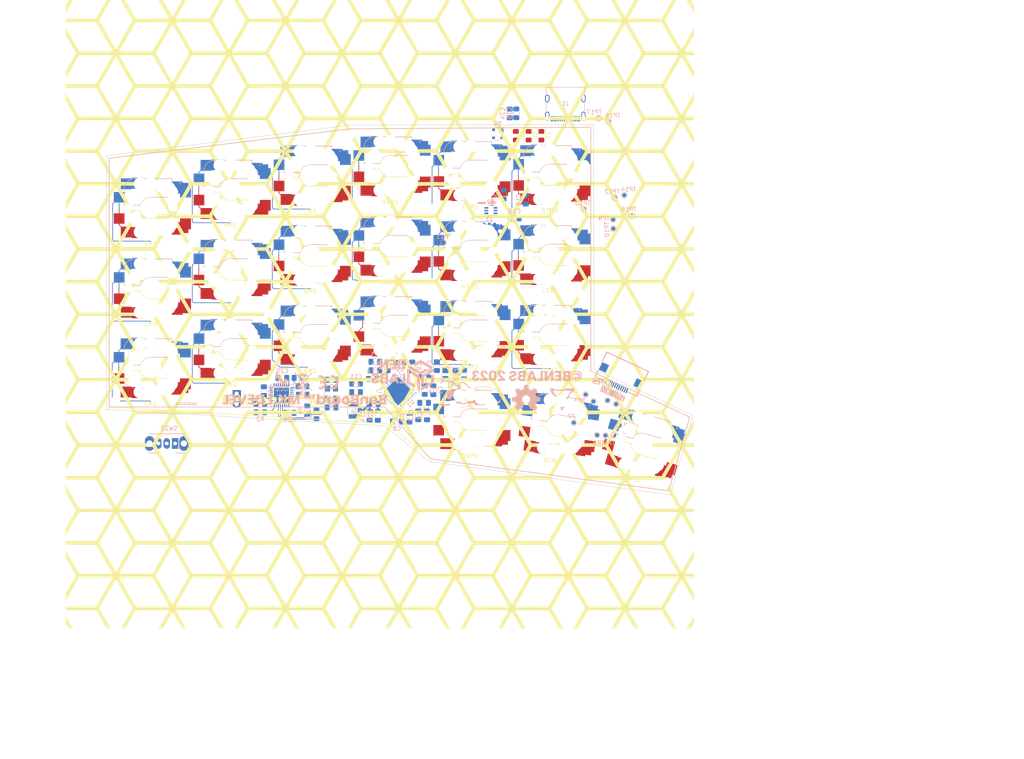
<source format=kicad_pcb>
(kicad_pcb (version 20240108) (generator "pcbnew") (generator_version "8.0")
  (layers (0 "F.Cu" signal) (1 "In1.Cu" signal) (2 "In2.Cu" signal) (31 "B.Cu" signal) (34 "B.Paste" user) (35 "F.Paste" user) (36 "B.SilkS" user "B.Silkscreen") (37 "F.SilkS" user "F.Silkscreen") (38 "B.Mask" user) (39 "F.Mask" user) (44 "Edge.Cuts" user))
  (net 0 "")
  (net 1 "VBAT")
  (net 2 "Net-(U1-DEC4)")
  (net 3 "Net-(U1-DECUSB)")
  (net 4 "Net-(U1-DEC1)")
  (net 5 "Net-(U1-DEC3)")
  (net 6 "Net-(U1-DEC5)")
  (net 7 "VDD_NRF")
  (net 8 "Net-(J4-Pin_1)")
  (net 9 "Net-(U1-XC1)")
  (net 10 "Net-(U1-XC2)")
  (net 11 "GND")
  (net 12 "Net-(U1-ANT)")
  (net 13 "Net-(U1-XL2{slash}P0.01)")
  (net 14 "Net-(U1-XL1{slash}P0.00)")
  (net 15 "D+")
  (net 16 "D-")
  (net 19 "Net-(L1-Pad1)")
  (net 20 "Net-(U1-DCCH)")
  (net 21 "SW1")
  (net 22 "SW2")
  (net 23 "SW3")
  (net 24 "SW4")
  (net 25 "SW5")
  (net 26 "SW6")
  (net 27 "SW7")
  (net 28 "SW8")
  (net 29 "SW9")
  (net 30 "SW10")
  (net 31 "SW11")
  (net 32 "SW12")
  (net 33 "SW13")
  (net 34 "SW14")
  (net 35 "SW15")
  (net 36 "SW16")
  (net 37 "SW17")
  (net 38 "SW18")
  (net 39 "SW19")
  (net 40 "SW20")
  (net 41 "SW21")
  (net 42 "SDA")
  (net 43 "VBUS_MAIN")
  (net 44 "VIK_RGB")
  (net 45 "VIK_A0")
  (net 47 "MOSI")
  (net 48 "VIK_A1")
  (net 49 "SPICS")
  (net 51 "SWDC")
  (net 52 "RST")
  (net 53 "VBUS_IN")
  (net 54 "SWDI")
  (net 55 "Net-(U1-DCC)")
  (net 58 "MISO")
  (net 59 "SCLK")
  (net 60 "VSYS")
  (net 62 "+5V")
  (net 70 "+3V3")
  (net 71 "Net-(D1-K)")
  (net 72 "Net-(D2-K)")
  (net 73 "Net-(D3-K)")
  (net 74 "CC1")
  (net 75 "CC2")
  (net 76 "VIK_SDA")
  (net 77 "VIK_SCL")
  (net 78 "Net-(U2-L)")
  (net 79 "Net-(U3-SW1)")
  (net 80 "Net-(U3-SW2)")
  (net 81 "Net-(U3-VSET1)")
  (net 82 "Net-(U3-VSET2)")
  (net 84 "SCK")
  (net 85 "INT")
  (net 93 "Net-(J5-In)")
  (footprint "fingerpunch:gateron-ks27-choc-v1-mx-hotswap-reversible" (layer "F.Cu") (at 168.121483 54.96422 180)
    (property "Reference" "SW16")
    (property "Value" "SW_Push")
  )
  (footprint "MountingHole:MountingHole_2.2mm_M2" (layer "F.Cu") (at 199.61 113.66)
    (property "Reference" "REF**" (hide yes))
    (property "Value" "MountingHole_2.2mm_M2")
  )
  (footprint "fingerpunch:gateron-ks27-choc-v1-mx-hotswap-reversible" (layer "F.Cu") (at 91.8 96.6 180)
    (property "Reference" "SW6")
    (property "Value" "SW_Push")
  )
  (footprint "fingerpunch:gateron-ks27-choc-v1-mx-hotswap-reversible" (layer "F.Cu") (at 110.918494 74.184805 180)
    (property "Reference" "SW8")
    (property "Value" "SW_Push")
  )
  (footprint "fingerpunch:gateron-ks27-choc-v1-mx-hotswap-reversible" (layer "F.Cu") (at 91.799895 77.541207 180)
    (property "Reference" "SW5")
    (property "Value" "SW_Push")
  )
  (footprint "MountingHole:MountingHole_2.2mm_M2" (layer "F.Cu") (at 140.625 84.025)
    (property "Reference" "REF**" (hide yes))
    (property "Value" "MountingHole_2.2mm_M2")
  )
  (footprint "fingerpunch:gateron-ks27-choc-v1-mx-hotswap-reversible" (layer "F.Cu") (at 168.11683 93.114347 180)
    (property "Reference" "SW18")
    (property "Value" "SW_Push")
  )
  (footprint "MountingHole:MountingHole_2.2mm_M2" (layer "F.Cu") (at 120.3 45.42)
    (property "Reference" "REF**" (hide yes))
    (property "Value" "MountingHole_2.2mm_M2")
  )
  (footprint "MountingHole:MountingHole_2.2mm_M2" (layer "F.Cu") (at 176.35 52.53)
    (property "Reference" "REF**" (hide yes))
    (property "Value" "MountingHole_2.2mm_M2")
  )
  (footprint "MountingHole:MountingHole_2.2mm_M2" (layer "F.Cu") (at 146.26 45.3)
    (property "Reference" "REF**" (hide yes))
    (property "Value" "MountingHole_2.2mm_M2")
  )
  (footprint "fingerpunch:gateron-ks27-choc-v1-mx-hotswap-reversible" (layer "F.Cu") (at 129.989237 52.890911 180)
    (property "Reference" "SW10")
    (property "Value" "SW_Push")
  )
  (footprint "LED_SMD:LED_0805_2012Metric_Pad1.15x1.40mm_HandSolder" (layer "F.Cu") (at 162.95 45.63 -90)
    (property "Reference" "D2")
    (property "Value" "LED")
  )
  (footprint "fingerpunch:gateron-ks27-choc-v1-mx-hotswap-reversible" (layer "F.Cu") (at 91.804653 58.449873 180)
    (property "Reference" "SW4")
    (property "Value" "SW_Push")
  )
  (footprint "MountingHole:MountingHole_2.2mm_M2" (layer "F.Cu") (at 175.275 83.3)
    (property "Reference" "REF**" (hide yes))
    (property "Value" "MountingHole_2.2mm_M2")
  )
  (footprint "MountingHole:MountingHole_2.2mm_M2" (layer "F.Cu") (at 64.23 52.23)
    (property "Reference" "REF**" (hide yes))
    (property "Value" "MountingHole_2.2mm_M2")
  )
  (footprint "MountingHole:MountingHole_2.2mm_M2" (layer "F.Cu") (at 81.81 72.32)
    (property "Reference" "REF**" (hide yes))
    (property "Value" "MountingHole_2.2mm_M2")
  )
  (footprint "MountingHole:MountingHole_2.2mm_M2" (layer "F.Cu") (at 86.96 108.86)
    (property "Reference" "REF**" (hide yes))
    (property "Value" "MountingHole_2.2mm_M2")
  )
  (footprint "fingerpunch:gateron-ks27-choc-v1-mx-hotswap-reversible" (layer "F.Cu") (at 149.057663 73.100569 180)
    (property "Reference" "SW14")
    (property "Value" "SW_Push")
  )
  (footprint "Connector_JST:JST_EH_B2B-EH-A_1x02_P2.50mm_Vertical" (layer "F.Cu") (at 93.25 107.2 -90)
    (property "Reference" "J4")
    (property "Value" "Conn_01x02_Pin" (hide yes))
  )
  (footprint "fingerpunch:gateron-ks27-choc-v1-mx-hotswap-reversible" (layer "F.Cu") (at 110.918599 93.243598 180)
    (property "Reference" "SW9")
    (property "Value" "SW_Push")
  )
  (footprint "fingerpunch:gateron-ks27-choc-v1-mx-hotswap-reversible" (layer "F.Cu") (at 110.923252 55.093471 180)
    (property "Reference" "SW7")
    (property "Value" "SW_Push")
  )
  (footprint "MountingHole:MountingHole_2.2mm_M2" (layer "F.Cu") (at 64.27 108.96)
    (property "Reference" "REF**" (hide yes))
    (property "Value" "MountingHole_2.2mm_M2")
  )
  (footprint "fingerpunch:gateron-ks27-choc-v1-mx-hotswap-reversible" (layer "F.Cu") (at 129.99 71.982245 180)
    (property "Reference" "SW11")
    (property "Value" "SW_Push")
  )
  (footprint "fingerpunch:gateron-ks27-choc-v1-mx-hotswap-reversible" (layer "F.Cu") (at 149.035 113.4 180)
    (property "Reference" "SW19")
    (property "Value" "SW_Push")
  )
  (footprint "fingerpunch:gateron-ks27-choc-v1-mx-hotswap-reversible" (layer "F.Cu") (at 72.765 82 180)
    (property "Reference" "SW2")
    (property "Value" "SW_Push")
  )
  (footprint "LED_SMD:LED_0805_2012Metric_Pad1.15x1.40mm_HandSolder" (layer "F.Cu") (at 159.91 45.63 -90)
    (property "Reference" "D3")
    (property "Value" "LED")
  )
  (footprint "fingerpunch:gateron-ks27-choc-v1-mx-hotswap-reversible" (layer "F.Cu") (at 149.057731 92.151836 180)
    (property "Reference" "SW15")
    (property "Value" "SW_Push")
  )
  (footprint "fingerpunch:gateron-ks27-choc-v1-mx-hotswap-reversible" (layer "F.Cu") (at 189.999999 119.199999 164)
    (property "Reference" "SW21")
    (property "Value" "SW_Push")
  )
  (footprint "fingerpunch:gateron-ks27-choc-v1-mx-hotswap-reversible" (layer "F.Cu") (at 72.755 62.86 180)
    (property "Reference" "SW1")
    (property "Value" "SW_Push")
  )
  (footprint "fingerpunch:gateron-ks27-choc-v1-mx-hotswap-reversible" (layer "F.Cu") (at 169.8 114.8 172)
    (property "Reference" "SW20")
    (property "Value" "SW_Push")
  )
  (footprint "fingerpunch:gateron-ks27-choc-v1-mx-hotswap-reversible" (layer "F.Cu") (at 72.72 101.06 180)
    (property "Reference" "SW3")
    (property "Value" "SW_Push")
  )
  (footprint "fingerpunch:gateron-ks27-choc-v1-mx-hotswap-reversible" (layer "F.Cu") (at 129.984584 91.041038 180)
    (property "Reference" "SW12")
    (property "Value" "SW_Push")
  )
  (footprint "MountingHole:MountingHole_2.2mm_M2" (layer "F.Cu") (at 195.36 128.81)
    (property "Reference" "REF**" (hide yes))
    (property "Value" "MountingHole_2.2mm_M2")
  )
  (footprint "LOGO" (layer "F.Cu") (at 127.41 88.26)
    (property "Reference" "G***" (hide yes))
    (property "Value" "LOGO" (hide yes))
  )
  (footprint "MountingHole:MountingHole_2.2mm_M2" (layer "F.Cu") (at 140.41 121.32)
    (property "Reference" "REF**" (hide yes))
    (property "Value" "MountingHole_2.2mm_M2")
  )
  (footprint "LED_SMD:LED_0805_2012Metric_Pad1.15x1.40mm_HandSolder" (layer "F.Cu") (at 165.99 45.63 -90)
    (property "Reference" "D1")
    (property "Value" "LED")
  )
  (footprint "fingerpunch:gateron-ks27-choc-v1-mx-hotswap-reversible" (layer "F.Cu") (at 149.062421 54.009235 180)
    (property "Reference" "SW13")
    (property "Value" "SW_Push")
  )
  (footprint "fingerpunch:gateron-ks27-choc-v1-mx-hotswap-reversible" (layer "F.Cu") (at 168.116725 74.055554 180)
    (property "Reference" "SW17")
    (property "Value" "SW_Push")
  )
  (footprint "" (layer "F.Cu") (at 100.8 87.925)
    (property "Reference" "")
    (property "Value" "")
  )
  (footprint "Capacitor_SMD:C_0805_2012Metric_Pad1.18x1.45mm_HandSolder" (layer "B.Cu") (at 126.95 112.525 -90)
    (property "Reference" "C21")
    (property "Value" "0.8pF")
  )
  (footprint "Connector:Tag-Connect_TC2030-IDC-NL_2x03_P1.27mm_Vertical" (layer "B.Cu") (at 153.57 67.4)
    (property "Reference" "J3")
    (property "Value" "Conn_ARM_SWD_TagConnect_TC2030-NL")
  )
  (footprint "Capacitor_SMD:C_0805_2012Metric_Pad1.18x1.45mm_HandSolder" (layer "B.Cu") (at 105.9 111.8)
    (property "Reference" "C26")
    (property "Value" "100nF")
  )
  (footprint "Capacitor_SMD:C_0805_2012Metric_Pad1.18x1.45mm_HandSolder" (layer "B.Cu") (at 159.65 65.35 180)
    (property "Reference" "C19")
    (property "Value" "10uF")
  )
  (footprint "TestPoint:TestPoint_Pad_D1.0mm" (layer "B.Cu") (at 181.79 108.82 180)
    (property "Reference" "TP6")
    (property "Value" "Probe")
  )
  (footprint "Capacitor_SMD:C_0805_2012Metric_Pad1.18x1.45mm_HandSolder" (layer "B.Cu") (at 125.75 103.7 180)
    (property "Reference" "C10")
    (property "Value" "100nF")
  )
  (footprint "Capacitor_SMD:C_0805_2012Metric_Pad1.18x1.45mm_HandSolder" (layer "B.Cu") (at 140.2 106.4 90)
    (property "Reference" "C1")
    (property "Value" "1uF")
  )
  (footprint "vik:vik-keyboard-connector-horizontal" (layer "B.Cu") (at 184.757523 103.499458 -24.987)
    (property "Reference" "J2" (hide yes))
    (property "Value" "~")
  )
  (footprint "Inductor_SMD:L_0805_2012Metric_Pad1.15x1.40mm_HandSolder" (layer "B.Cu") (at 109 107.45 180)
    (property "Reference" "L7")
    (property "Value" "2.2uH")
  )
  (footprint "Capacitor_SMD:C_0805_2012Metric_Pad1.18x1.45mm_HandSolder" (layer "B.Cu") (at 134.5 112.95 -90)
    (property "Reference" "C2")
    (property "Value" "4.7uF")
  )
  (footprint "Capacitor_SMD:C_0805_2012Metric_Pad1.18x1.45mm_HandSolder" (layer "B.Cu") (at 108 103.45)
    (property "Reference" "C20")
    (property "Value" "10uF")
  )
  (footprint "Capacitor_SMD:C_0805_2012Metric_Pad1.18x1.45mm_HandSolder" (layer "B.Cu") (at 121.75 106.85 180)
    (property "Reference" "C7")
    (property "Value" "100pF")
  )
  (footprint "LOGO" (layer "B.Cu") (at 162.35 108.31 180)
    (property "Reference" "G***" (hide yes))
    (property "Value" "LOGO" (hide yes))
  )
  (footprint "Inductor_SMD:L_0805_2012Metric_Pad1.15x1.40mm_HandSolder" (layer "B.Cu") (at 109 105.45)
    (property "Reference" "L6")
    (property "Value" "2.2uH")
  )
  (footprint "Capacitor_SMD:C_0805_2012Metric_Pad1.18x1.45mm_HandSolder" (layer "B.Cu") (at 141.05 100.65 -90)
    (property "Reference" "C16")
    (property "Value" "12pF")
  )
  (footprint "Package_TO_SOT_SMD:Texas_R-PDSO-G6" (layer "B.Cu") (at 153.95 63.5 180)
    (property "Reference" "U2")
    (property "Value" "TPS61222DCK")
  )
  (footprint "TestPoint:TestPoint_Pad_D1.0mm" (layer "B.Cu") (at 185.775 59.825 180)
    (property "Reference" "TP14")
    (property "Value" "Probe")
  )
  (footprint "Capacitor_SMD:C_0805_2012Metric_Pad1.18x1.45mm_HandSolder" (layer "B.Cu") (at 115.9 110.5 180)
    (property "Reference" "C22")
    (property "Value" "12pF")
  )
  (footprint "Inductor_SMD:L_0805_2012Metric_Pad1.15x1.40mm_HandSolder" (layer "B.Cu") (at 110.1 111.15 -90)
    (property "Reference" "R4")
    (property "Value" "47k")
  )
  (footprint "Inductor_SMD:L_0805_2012Metric_Pad1.15x1.40mm_HandSolder" (layer "B.Cu") (at 157 59.675 -90)
    (property "Reference" "L5")
    (property "Value" "4.7uH")
  )
  (footprint "Capacitor_SMD:C_0805_2012Metric_Pad1.18x1.45mm_HandSolder" (layer "B.Cu") (at 125 112.5375 -90)
    (property "Reference" "C14")
    (property "Value" "0.5pF")
  )
  (footprint "Capacitor_SMD:C_0805_2012Metric_Pad1.18x1.45mm_HandSolder" (layer "B.Cu") (at 135.15 100.7 90)
    (property "Reference" "C5")
    (property "Value" "4.7uF")
  )
  (footprint "Capacitor_SMD:C_0805_2012Metric_Pad1.18x1.45mm_HandSolder" (layer "B.Cu") (at 158.425 40.3125 -90)
    (property "Reference" "C24")
    (property "Value" "100nF")
  )
  (footprint "Capacitor_SMD:C_0805_2012Metric_Pad1.18x1.45mm_HandSolder" (layer "B.Cu") (at 104.15 103.45 180)
    (property "Reference" "C25")
    (property "Value" "10uF")
  )
  (footprint "Capacitor_SMD:C_0805_2012Metric_Pad1.18x1.45mm_HandSolder" (layer "B.Cu") (at 121.75 104.8 180)
    (property "Reference" "C11")
    (property "Value" "100nF")
  )
  (footprint "Capacitor_SMD:C_0805_2012Metric_Pad1.18x1.45mm_HandSolder" (layer "B.Cu") (at 99.75 106.6 90)
    (property "Reference" "C27")
    (property "Value" "2.2uF")
  )
  (footprint "TestPoint:TestPoint_Pad_D1.0mm" (layer "B.Cu") (at 142.67 71.15 180)
    (property "Reference" "TP11")
    (property "Value" "Probe")
  )
  (footprint "TestPoint:TestPoint_Pad_D1.0mm" (layer "B.Cu") (at 178.42 109.06 180)
    (property "Reference" "TP5")
    (property "Value" "Probe")
  )
  (footprint "Capacitor_SMD:C_0805_2012Metric_Pad1.18x1.45mm_HandSolder" (layer "B.Cu") (at 138 109.4)
    (property "Reference" "C12")
    (property "Value" "100nF")
  )
  (footprint "TestPoint:TestPoint_Pad_D1.0mm" (layer "B.Cu") (at 179.3 117.1 180)
    (property "Reference" "TP2")
    (property "Value" "Probe")
  )
  (footprint "Connector_USB:USB_C_Receptacle_G-Switch_GT-USB-7010ASV" (layer "B.Cu") (at 171.725 37.825)
    (property "Reference" "J1")
    (property "Value" "USB_C_Receptacle_USB2.0")
  )
  (footprint "TestPoint:TestPoint_Pad_D1.0mm" (layer "B.Cu") (at 183.165 67.815 180)
    (property "Reference" "TP10")
    (property "Value" "Probe")
  )
  (footprint "Crystal:Crystal_SMD_SeikoEpson_FA238V-4Pin_3.2x2.5mm" (layer "B.Cu") (at 115.9 107.2 90)
    (property "Reference" "Y2")
    (property "Value" "32.768kHz")
  )
  (footprint "TestPoint:TestPoint_Pad_D1.0mm" (layer "B.Cu") (at 173.74 114.14 180)
    (property "Reference" "TP7")
    (property "Value" "Probe")
  )
  (footprint "Package_TO_SOT_SMD:SOT-143" (layer "B.Cu") (at 155.575 45.175 180)
    (property "Reference" "D4")
    (property "Value" "PRTR5V0U2X")
  )
  (footprint "TestPoint:TestPoint_Pad_D1.0mm" (layer "B.Cu") (at 181.31 117.19 180)
    (property "Reference" "TP4")
    (property "Value" "Probe")
  )
  (footprint "Crystal:Crystal_SMD_SeikoEpson_FA238V-4Pin_3.2x2.5mm" (layer "B.Cu") (at 144.3 102.65)
    (property "Reference" "Y1")
    (property "Value" "32MHz")
  )
  (footprint "Connector_Coaxial:U.FL_Hirose_U.FL-R-SMT-1_Vertical" (layer "B.Cu") (at 121.6 111.175 180)
    (property "Reference" "J5")
    (property "Value" "Conn_Coaxial")
  )
  (footprint "Capacitor_SMD:C_0805_2012Metric_Pad1.18x1.45mm_HandSolder" (layer "B.Cu") (at 131.5 113.85)
    (property "Reference" "C8")
    (property "Value" "820pF")
  )
  (footprint "Inductor_SMD:L_0805_2012Metric_Pad1.15x1.40mm_HandSolder" (layer "B.Cu") (at 129.3 100.7 90)
    (property "Reference" "L2")
    (property "Value" "15nH")
  )
  (footprint "LOGO" (layer "B.Cu") (at 115.1 104.52 180)
    (property "Reference" "G***" (hide yes))
    (property "Value" "LOGO" (hide yes))
  )
  (footprint "Inductor_SMD:L_0805_2012Metric_Pad1.15x1.40mm_HandSolder" (layer "B.Cu") (at 126 109.675)
    (property "Reference" "L4")
    (property "Value" "4.1nH")
  )
  (footprint "TestPoint:TestPoint_Pad_D1.0mm" (layer "B.Cu") (at 183.115 65.645 180)
    (property "Reference" "TP9")
    (property "Value" "Probe")
  )
  (footprint "fingerpunch:SW_CuK_OS102011MA1QN1_SPDT_Angled" (layer "B.Cu") (at 78.55 119.1 180)
    (property "Reference" "SW22")
    (property "Value" "SW_DPDT")
  )
  (footprint "Capacitor_SMD:C_0805_2012Metric_Pad1.18x1.45mm_HandSolder" (layer "B.Cu") (at 126.35 99.6 180)
    (property "Reference" "C3")
    (property "Value" "1uF")
  )
  (footprint "Capacitor_SMD:C_0805_2012Metric_Pad1.18x1.45mm_HandSolder" (layer "B.Cu") (at 136.6 112.4 -90)
    (property "Reference" "C13")
    (property "Value" "1uF")
  )
  (footprint "TestPoint:TestPoint_Pad_D1.0mm" (layer "B.Cu") (at 179.675 41.425 180)
    (property "Reference" "TP17")
    (property "Value" "Probe")
  )
  (footprint "TestPoint:TestPoint_Pad_D1.0mm" (layer "B.Cu") (at 176.15 63.16 180)
    (property "Reference" "TP13")
    (property "Value" "Probe")
  )
  (footprint "Capacitor_SMD:C_0805_2012Metric_Pad1.18x1.45mm_HandSolder" (layer "B.Cu") (at 138.1 103.35)
    (property "Reference" "C6")
    (property "Value" "100nF")
  )
  (footprint "Capacitor_SMD:C_0805_2012Metric_Pad1.18x1.45mm_HandSolder" (layer "B.Cu") (at 126.35 101.65 180)
    (property "Reference" "C4")
    (property "Value" "47nF")
  )
  (footprint "Inductor_SMD:L_0805_2012Metric_Pad1.15x1.40mm_HandSolder" (layer "B.Cu") (at 138.15 106.35 90)
    (property "Reference" "L3")
    (property "Value" "10uH")
  )
  (footprint "Capacitor_SMD:C_0805_2012Metric_Pad1.18x1.45mm_HandSolder" (layer "B.Cu") (at 159.995 40.2825 -90)
    (property "Reference" "C15")
    (property "Value" "1uF")
  )
  (footprint "TestPoint:TestPoint_Pad_D1.0mm" (layer "B.Cu") (at 183.515 60.405 180)
    (property "Reference" "TP12")
    (property "Value" "Probe")
  )
  (footprint "TestPoint:TestPoint_Pad_D1.0mm" (layer "B.Cu") (at 176.57 107.42 180)
    (property "Reference" "TP3")
    (property "Value" "Probe")
  )
  (footprint "Inductor_SMD:L_0805_2012Metric_Pad1.15x1.40mm_HandSolder" (layer "B.Cu") (at 112.3 112.15 -90)
    (property "Reference" "R3")
    (property "Value" "47k")
  )
  (footprint "Package_DFN_QFN:QFN-32-1EP_5x5mm_P0.5mm_EP3.6x3.6mm_ThermalVias" (layer "B.Cu") (at 103.95 107.6 180)
    (property "Reference" "U3")
    (property "Value" "nPM1300-QEXX")
  )
  (footprint "Inductor_SMD:L_0805_2012Metric_Pad1.15x1.40mm_HandSolder" (layer "B.Cu") (at 132.2 99.75)
    (property "Reference" "L1")
    (property "Value" "10uH")
  )
  (footprint "TestPoint:TestPoint_Pad_D1.0mm" (layer "B.Cu") (at 184.62 114.77 180)
    (property "Reference" "TP18")
    (property "Value" "Probe")
  )
  (footprint "TestPoint:TestPoint_Pad_D1.0mm" (layer "B.Cu") (at 183.35 117.14 180)
    (property "Reference" "TP8")
    (property "Value" "Probe")
  )
  (footprint "TestPoint:TestPoint_Pad_D1.0mm" (layer "B.Cu") (at 182.025 42.25 180)
    (property "Reference" "TP16")
    (property "Value" "Probe")
  )
  (footprint "Capacitor_SMD:C_0805_2012Metric_Pad1.18x1.45mm_HandSolder" (layer "B.Cu") (at 147.5 102.65 -90)
    (property "Reference" "C17")
    (property "Value" "12pF")
  )
  (footprint "Inductor_SMD:L_0805_2012Metric_Pad1.15x1.40mm_HandSolder" (layer "B.Cu") (at 98.9 109.65 180)
    (property "Reference" "R1")
    (property "Value" "47k")
  )
  (footprint "Package_DFN_QFN:Nordic_AQFN-73-1EP_7x7mm_P0.5mm" (layer "B.Cu") (at 131.8 106.6 -135)
    (property "Reference" "U1")
    (property "Value" "nRF52840")
  )
  (footprint "Capacitor_SMD:C_0805_2012Metric_Pad1.18x1.45mm_HandSolder" (layer "B.Cu") (at 138.7 112.4 -90)
    (property "Reference" "C9")
    (property "Value" "4.7uF")
  )
  (footprint "LOGO" (layer "B.Cu") (at 104.02 104.36 180)
    (property "Reference" "G***" (hide yes))
    (property "Value" "LOGO" (hide yes))
  )
  (footprint "Capacitor_SMD:C_0805_2012Metric_Pad1.18x1.45mm_HandSolder" (layer "B.Cu") (at 115.9 103.9)
    (property "Reference" "C23")
    (property "Value" "12pF")
  )
  (footprint "Inductor_SMD:L_0805_2012Metric_Pad1.15x1.40mm_HandSolder" (layer "B.Cu") (at 98.9 111.65)
    (property "Reference" "R2")
    (property "Value" "250k")
  )
  (footprint "TestPoint:TestPoint_Pad_D1.0mm" (layer "B.Cu") (at 187.605 64.785 180)
    (property "Reference" "TP15")
    (property "Value" "Probe")
  )
  (footprint "LOGO" (layer "B.Cu") (at 109.18 104.25 180)
    (property "Reference" "G***" (hide yes))
    (property "Value" "LOGO" (hide yes))
  )
  (footprint "Capacitor_SMD:C_0805_2012Metric_Pad1.18x1.45mm_HandSolder" (layer "B.Cu") (at 162.25 60.905 -90)
    (property "Reference" "C18")
    (property "Value" "10uF")
  )
  (footprint "LOGO" (layer "B.Cu") (at 149.35 107.16 180)
    (property "Reference" "G***" (hide yes))
    (property "Value" "LOGO" (hide yes))
  )
  (footprint "TestPoint:TestPoint_Pad_D1.0mm" (layer "B.Cu") (at 183.85 109.69 180)
    (property "Reference" "TP1")
    (property "Value" "Probe")
  )
  (gr_poly (pts (xy 134.060179 100.919834) (xy 137.130489 102.691457) (xy 138.96611 101.631605) (xy 138.349551 101.27572) (xy 137.130489 101.979686) (xy 134.678299 100.563948)) (fill solid) (layer "B.SilkS"))
  (gr_line (start 177.8 101.8) (end 201.4 112.8) (stroke (width 0.15)) (layer "B.SilkS"))
  (gr_poly (pts (xy 169.278272 102.263973) (xy 170.155419 102.263973) (xy 170.155419 102.74488) (xy 169.379872 102.74488) (xy 169.379872 103.191919) (xy 170.155419 103.191919) (xy 170.155419 103.713466) (xy 169.278272 103.713466) (xy 169.278272 104.177439) (xy 170.734538 104.177439) (xy 170.734538 101.8) (xy 169.278272 101.8)) (fill solid) (layer "B.SilkS"))
  (gr_poly (pts (xy 121.265979 107.4) (xy 121.22255 107.401945) (xy 121.180364 107.405186) (xy 121.13942 107.409723) (xy 121.09972 107.415557) (xy 121.061263 107.422688) (xy 121.024048 107.431115) (xy 120.988078 107.440838) (xy 120.95335 107.451858) (xy 120.919866 107.464174) (xy 120.887625 107.477787) (xy 120.856628 107.492696) (xy 120.826875 107.508902) (xy 120.798366 107.526404) (xy 120.7711 107.545203) (xy 120.745078 107.565299) (xy 120.720059 107.586505) (xy 120.696654 107.608638) (xy 120.674864 107.631696) (xy 120.654689 107.655681) (xy 120.636128 107.680592) (xy 120.619182 107.706428) (xy 120.603849 107.733191) (xy 120.590131 107.760879) (xy 120.578028 107.789494) (xy 120.567538 107.819034) (xy 120.558662 107.849501) (xy 120.551401 107.880894) (xy 120.545753 107.913213) (xy 120.541719 107.946457) (xy 120.539298 107.980628) (xy 120.538491 108.015725) (xy 120.538928 108.041694) (xy 120.540238 108.067107) (xy 120.54242 108.091964) (xy 120.545476 108.116266) (xy 120.549405 108.140013) (xy 120.554208 108.163204) (xy 120.559883 108.185839) (xy 120.566431 108.207919) (xy 120.573853 108.229443) (xy 120.582147 108.250411) (xy 120.591315 108.270824) (xy 120.601356 108.290681) (xy 120.61227 108.309982) (xy 120.624058 108.328728) (xy 120.636718 108.346918) (xy 120.650251 108.364552) (xy 120.664086 108.381578) (xy 120.678504 108.397942) (xy 120.693504 108.413645) (xy 120.709087 108.428686) (xy 120.725253 108.443066) (xy 120.742001 108.456784) (xy 120.759331 108.469842) (xy 120.777244 108.482237) (xy 120.79574 108.493972) (xy 120.814817 108.505044) (xy 120.834477 108.515456) (xy 120.854718 108.525206) (xy 120.875542 108.534295) (xy 120.896948 108.542722) (xy 120.918935 108.550488) (xy 120.941504 108.557592) (xy 120.915996 108.563559) (xy 120.891123 108.570451) (xy 120.866887 108.57827) (xy 120.843286 108.587014) (xy 120.820321 108.596685) (xy 120.797991 108.607281) (xy 120.776297 108.618804) (xy 120.755238 108.631253) (xy 120.734814 108.644627) (xy 120.715024 108.658928) (xy 120.69587 108.674154) (xy 120.67735 108.690307) (xy 120.659464 108.707386) (xy 120.642212 108.725391) (xy 120.625595 108.744322) (xy 120.609611 108.764179) (xy 120.594434 108.78426) (xy 120.580237 108.804712) (xy 120.56702 108.825535) (xy 120.554782 108.846728) (xy 120.543524 108.868291) (xy 120.533245 108.890225) (xy 120.523945 108.912529) (xy 120.515625 108.935204) (xy 120.508283 108.958249) (xy 120.501921 108.981665) (xy 120.496538 109.005451) (xy 120.492134 109.029608) (xy 120.488708 109.054135) (xy 120.486262 109.079032) (xy 120.484794 109.1043) (xy 120.484304 109.129939) (xy 120.485125 109.166716) (xy 120.487586 109.202541) (xy 120.491688 109.237413) (xy 120.49743 109.271332) (xy 120.504813 109.304299) (xy 120.513837 109.336314) (xy 120.5245 109.367376) (xy 120.536804 109.397485) (xy 120.550749 109.426642) (xy 120.566333 109.454847) (xy 120.583558 109.482099) (xy 120.602422 109.508398) (xy 120.622927 109.533745) (xy 120.645071 109.55814) (xy 120.668855 109.581582) (xy 120.694278 109.604072) (xy 120.720753 109.624987) (xy 120.748524 109.644553) (xy 120.77759 109.66277) (xy 120.807953 109.679637) (xy 120.839612 109.695155) (xy 120.872567 109.709323) (xy 120.906818 109.722142) (xy 120.942365 109.733612) (xy 120.979208 109.743732) (xy 121.017347 109.752503) (xy 121.056782 109.759925) (xy 121.097513 109.765997) (xy 121.13954 109.77072) (xy 121.182863 109.774093) (xy 121.227483 109.776117) (xy 121.273398 109.776792) (xy 122.380838 109.776792) (xy 122.380838 108.784499) (xy 121.801718 108.784499) (xy 121.801718 109.309432) (xy 121.374998 109.309432) (xy 121.357056 109.30918) (xy 121.339644 109.308426) (xy 121.322761 109.30717) (xy 121.306408 109.30541) (xy 121.290585 109.303148) (xy 121.275291 109.300383) (xy 121.260526 109.297116) (xy 121.246291 109.293346) (xy 121.232586 109.289073) (xy 121.219411 109.284297) (xy 121.206765 109.279019) (xy 121.194648 109.273238) (xy 121.183061 109.266954) (xy 121.172004 109.260167) (xy 121.161476 109.252877) (xy 121.151478 109.245085) (xy 121.141636 109.236394) (xy 121.132428 109.227253) (xy 121.123856 109.217662) (xy 121.115918 109.207621) (xy 121.108616 109.197131) (xy 121.101948 109.18619) (xy 121.095916 109.1748) (xy 121.090518 109.16296) (xy 121.085756 109.15067) (xy 121.081628 109.13793) (xy 121.078136 109.124741) (xy 121.075278 109.111101) (xy 121.073056 109.097012) (xy 121.071468 109.082473) (xy 121.070516 109.067484) (xy 121.070198 109.052045) (xy 121.070529 109.036593) (xy 121.071521 109.021565) (xy 121.073173 109.00696) (xy 121.075487 108.992778) (xy 121.078463 108.979019) (xy 121.0821 108.965684) (xy 121.086398 108.952773) (xy 121.091358 108.940285) (xy 121.09698 108.92822) (xy 121.103263 108.916578) (xy 121.110208 108.90536) (xy 121.117815 108.894565) (xy 121.126084 108.884193) (xy 121.135015 108.874245) (xy 121.144609 108.86472) (xy 121.154864 108.855619) (xy 121.165275 108.847006) (xy 121.176189 108.83895) (xy 121.187605 108.831449) (xy 121.199523 108.824504) (xy 121.211945 108.818114) (xy 121.224868 108.81228) (xy 121.238295 108.807001) (xy 121.252224 108.802279) (xy 121.266657 108.798111) (xy 121.281592 108.7945) (xy 121.29703 108.791444) (xy 121.312972 108.788944) (xy 121.329417 108.786999) (xy 121.346365 108.78561) (xy 121.363816 108.784776) (xy 121.381771 108.784499) (xy 121.801718 108.784499) (xy 122.380838 108.784499) (xy 122.380838 107.863325) (xy 121.801718 107.863325) (xy 121.801718 108.361165) (xy 121.422411 108.361165) (xy 121.404896 108.360927) (xy 121.38791 108.360213) (xy 121.371454 108.359022) (xy 121.355527 108.357355) (xy 121.34013 108.355212) (xy 121.325261 108.352593) (xy 121.310922 108.349497) (xy 121.297111 108.345925) (xy 121.28383 108.341877) (xy 121.271078 108.337353) (xy 121.258854 108.332352) (xy 121.247159 108.326875) (xy 121.235993 108.320922) (xy 121.225355 108.314493) (xy 121.215246 108.307587) (xy 121.205665 108.300205) (xy 121.196236 108.291937) (xy 121.187414 108.283219) (xy 121.1792 108.274051) (xy 121.171594 108.264433) (xy 121.164596 108.254365) (xy 121.158206 108.243848) (xy 121.152425 108.232881) (xy 121.147251 108.221465) (xy 121.142686 108.209598) (xy 121.13873 108.197282) (xy 121.135382 108.184516) (xy 121.132642 108.1713) (xy 121.130511 108.157634) (xy 121.128989 108.143519) (xy 121.128076 108.128954) (xy 121.127771 108.113939) (xy 121.128076 108.098924) (xy 121.128989 108.084358) (xy 121.130511 108.070243) (xy 121.132642 108.056577) (xy 121.135382 108.043361) (xy 121.13873 108.030595) (xy 121.142686 108.018279) (xy 121.147251 108.006413) (xy 121.152425 107.994996) (xy 121.158206 107.984029) (xy 121.164596 107.973512) (xy 121.171594 107.963444) (xy 121.1792 107.953827) (xy 121.187414 107.944659) (xy 121.196236 107.93594) (xy 121.205665 107.927672) (xy 121.215246 107.91988) (xy 121.225355 107.91259) (xy 121.235993 107.905803) (xy 121.247159 107.89952) (xy 121.258854 107.893738) (xy 121.271078 107.88846) (xy 121.28383 107.883684) (xy 121.297111 107.879411) (xy 121.310922 107.875641) (xy 121.325261 107.872374) (xy 121.34013 107.869609) (xy 121.355527 107.867347) (xy 121.371454 107.865587) (xy 121.38791 107.864331) (xy 121.404896 107.863577) (xy 121.422411 107.863325) (xy 121.801718 107.863325) (xy 122.380838 107.863325) (xy 122.380838 107.399352) (xy 121.310651 107.399352)) (fill solid) (layer "B.SilkS"))
  (gr_line (start 169.12 107.93) (end 168.055528 106.086841) (stroke (width 0.24)) (layer "B.SilkS"))
  (gr_line (start 139.6 122.8) (end 128.6 110.4) (stroke (width 0.15)) (layer "B.SilkS"))
  (gr_line (start 173.315689 106.373187) (end 170.933787 110.498762) (stroke (width 0.24)) (layer "B.SilkS"))
  (gr_poly (pts (xy 112.3653 109.776792) (xy 112.94442 109.776792) (xy 112.94442 109.505858) (xy 112.954858 109.52258) (xy 112.965852 109.538879) (xy 112.977401 109.554754) (xy 112.989506 109.570206) (xy 113.002166 109.585234) (xy 113.015382 109.599839) (xy 113.029154 109.614021) (xy 113.043481 109.627779) (xy 113.058364 109.641114) (xy 113.073802 109.654026) (xy 113.089796 109.666514) (xy 113.106346 109.678579) (xy 113.123451 109.69022) (xy 113.141112 109.701439) (xy 113.159329 109.712234) (xy 113.178101 109.722605) (xy 113.196923 109.732448) (xy 113.216143 109.741655) (xy 113.235762 109.750228) (xy 113.255777 109.758165) (xy 113.27619 109.765468) (xy 113.297001 109.772135) (xy 113.318209 109.778168) (xy 113.339814 109.783565) (xy 113.361815 109.788328) (xy 113.384214 109.792455) (xy 113.407009 109.795948) (xy 113.4302 109.798805) (xy 113.453788 109.801028) (xy 113.477772 109.802615) (xy 113.502152 109.803568) (xy 113.526928 109.803885) (xy 113.555966 109.803422) (xy 113.58466 109.802033) (xy 113.613011 109.799718) (xy 113.641018 109.796477) (xy 113.668682 109.792309) (xy 113.696001 109.787216) (xy 113.722976 109.781197) (xy 113.749607 109.774251) (xy 113.775895 109.76638) (xy 113.801837 109.757582) (xy 113.827436 109.747859) (xy 113.85269 109.737209) (xy 113.877599 109.725634) (xy 113.902164 109.713133) (xy 113.926384 109.699705) (xy 113.95026 109.685352) (xy 113.973659 109.669728) (xy 113.996451 109.653337) (xy 114.018635 109.636179) (xy 114.040211 109.618253) (xy 114.06118 109.59956) (xy 114.081539 109.5801) (xy 114.101291 109.559873) (xy 114.120435 109.538878) (xy 114.13897 109.517116) (xy 114.156896 109.494586) (xy 114.174214 109.47129) (xy 114.190924 109.447226) (xy 114.207025 109.422395) (xy 114.222517 109.396797) (xy 114.2374 109.370431) (xy 114.251674 109.343298) (xy 114.264795 109.315094) (xy 114.277069 109.28636) (xy 114.288498 109.257097) (xy 114.29908 109.227305) (xy 114.308816 109.196984) (xy 114.317706 109.166133) (xy 114.32575 109.134753) (xy 114.332948 109.102845) (xy 114.339299 109.070407) (xy 114.344803 109.037439) (xy 114.349461 109.003943) (xy 114.353272 108.969918) (xy 114.356237 108.935363) (xy 114.358354 108.90028) (xy 114.359625 108.864667) (xy 114.360048 108.828525) (xy 113.770768 108.828525) (xy 113.770304 108.855275) (xy 113.768915 108.881337) (xy 113.766599 108.90671) (xy 113.763357 108.931396) (xy 113.759189 108.955394) (xy 113.754094 108.978704) (xy 113.748074 109.001326) (xy 113.741128 109.02326) (xy 113.733256 109.044506) (xy 113.724458 109.065064) (xy 113.714735 109.084934) (xy 113.704086 109.104116) (xy 113.692511 109.12261) (xy 113.680011 109.140417) (xy 113.666585 109.157535) (xy 113.652234 109.173965) (xy 113.636796 109.189139) (xy 113.62096 109.203335) (xy 113.604728 109.216551) (xy 113.588099 109.228788) (xy 113.571073 109.240046) (xy 113.55365 109.250325) (xy 113.535831 109.259625) (xy 113.517614 109.267946) (xy 113.499001 109.275288) (xy 113.47999 109.281651) (xy 113.460583 109.287035) (xy 113.440779 109.291441) (xy 113.420578 109.294867) (xy 113.399981 109.297314) (xy 113.378986 109.298783) (xy 113.357595 109.299272) (xy 113.336216 109.298783) (xy 113.315261 109.297314) (xy 113.294728 109.294867) (xy 113.274619 109.291441) (xy 113.254933 109.287035) (xy 113.23567 109.281651) (xy 113.216831 109.275288) (xy 113.198415 109.267946) (xy 113.180422 109.259625) (xy 113.162853 109.250325) (xy 113.145708 109.240046) (xy 113.128987 109.228788) (xy 113.112689 109.216551) (xy 113.096816 109.203335) (xy 113.081366 109.189139) (xy 113.066341 109.173965) (xy 113.051577 109.157945) (xy 113.037766 109.141209) (xy 113.024907 109.12376) (xy 113.013001 109.105596) (xy 113.002047 109.086719) (xy 112.992046 109.067126) (xy 112.982997 109.04682) (xy 112.9749 109.025799) (xy 112.967757 109.004063) (xy 112.961565 108.981613) (xy 112.956327 108.958449) (xy 112.95204 108.934571) (xy 112.948707 108.909978) (xy 112.946325 108.88467) (xy 112.944896 108.858648) (xy 112.94442 108.831912) (xy 112.944896 108.805176) (xy 112.946325 108.779154) (xy 112.948707 108.753846) (xy 112.95204 108.729253) (xy 112.956327 108.705374) (xy 112.961565 108.68221) (xy 112.967757 108.659761) (xy 112.9749 108.638025) (xy 112.982997 108.617004) (xy 112.992046 108.596698) (xy 113.002047 108.577105) (xy 113.013001 108.558227) (xy 113.024907 108.540064) (xy 113.037766 108.522614) (xy 113.051577 108.505879) (xy 113.066341 108.489859) (xy 113.081366 108.474684) (xy 113.096816 108.460489) (xy 113.112689 108.447273) (xy 113.128987 108.435036) (xy 113.145708 108.423778) (xy 113.162853 108.413499) (xy 113.180422 108.404199) (xy 113.198415 108.395878) (xy 113.216831 108.388536) (xy 113.23567 108.382173) (xy 113.254933 108.376789) (xy 113.274619 108.372383) (xy 113.294728 108.368957) (xy 113.315261 108.36651) (xy 113.336216 108.365041) (xy 113.357595 108.364552) (xy 113.378986 108.365041) (xy 113.399981 108.36651) (xy 113.420578 108.368957) (xy 113.440779 108.372383) (xy 113.460583 108.376789) (xy 113.47999 108.382173) (xy 113.499001 108.388536) (xy 113.517614 108.395878) (xy 113.535831 108.404199) (xy 113.55365 108.413499) (xy 113.571073 108.423778) (xy 113.588099 108.435036) (xy 113.604728 108.447273) (xy 113.62096 108.460489) (xy 113.636796 108.474684) (xy 113.652234 108.489859) (xy 113.666585 108.505469) (xy 113.680011 108.52182) (xy 113.692511 108.538912) (xy 113.704086 108.556745) (xy 113.714735 108.575319) (xy 113.724458 108.594633) (xy 113.733256 108.614688) (xy 113.741128 108.635485) (xy 113.748074 108.657022) (xy 113.754094 108.679299) (xy 113.759189 108.702318) (xy 113.763357 108.726078) (xy 113.766599 108.750578) (xy 113.768915 108.77582) (xy 113.770304 108.801802) (xy 113.770768 108.828525) (xy 114.360048 108.828525) (xy 114.359625 108.792397) (xy 114.358354 108.756824) (xy 114.356237 108.721806) (xy 114.353272 108.687344) (xy 114.349461 108.653438) (xy 114.344803 108.620087) (xy 114.339299 108.587292) (xy 114.332948 108.555052) (xy 114.32575 108.523368) (xy 114.317706 108.49224) (xy 114.308816 108.461667) (xy 114.29908 108.43165) (xy 114.288498 108.402188) (xy 114.277069 108.373283) (xy 114.264795 108.344933) (xy 114.251674 108.317139) (xy 114.2374 108.290019) (xy 114.222517 108.263693) (xy 114.207025 108.238161) (xy 114.190924 108.213422) (xy 114.174214 108.189478) (xy 114.156896 108.166326) (xy 114.13897 108.143969) (xy 114.120435 108.122405) (xy 114.101291 108.101635) (xy 114.081539 108.081659) (xy 114.06118 108.062477) (xy 114.040211 108.044088) (xy 114.018635 108.026493) (xy 113.996451 108.009692) (xy 113.973659 107.993685) (xy 113.95026 107.978472) (xy 113.926384 107.964119) (xy 113.902164 107.950691) (xy 113.877599 107.93819) (xy 113.85269 107.926614) (xy 113.827436 107.915965) (xy 113.801837 107.906241) (xy 113.775895 107.897444) (xy 113.749607 107.889573) (xy 113.722976 107.882627) (xy 113.696001 107.876608) (xy 113.668682 107.871514) (xy 113.641018 107.867347) (xy 113.613011 107.864106) (xy 113.58466 107.861791) (xy 113.555966 107.860402) (xy 113.526928 107.859939) (xy 113.503774 107.860243) (xy 113.480885 107.861156) (xy 113.458261 107.862677) (xy 113.435903 107.864807) (xy 113.41381 107.867546) (xy 113.391982 107.870893) (xy 113.370419 107.874848) (xy 113.349121 107.879413) (xy 113.328087 107.884585) (xy 113.307318 107.890366) (xy 113.286814 107.896756) (xy 113.266575 107.903754) (xy 113.2466 107.911361) (xy 113.226889 107.919576) (xy 113.207442 107.9284) (xy 113.18826 107.937832) (xy 113.169049 107.94778) (xy 113.150367 107.958151) (xy 113.132214 107.968946) (xy 113.114591 107.980165) (xy 113.097498 107.991806) (xy 113.080934 108.003871) (xy 113.064899 108.01636) (xy 113.049394 108.029271) (xy 113.034419 108.042606) (xy 113.019973 108.056365) (xy 113.006057 108.070547) (xy 112.992671 108.085152) (xy 112.979814 108.10018) (xy 112.967486 108.115632) (xy 112.955689 108.131507) (xy 112.94442 108.147805) (xy 112.94442 107.270659) (xy 112.3653 107.270659)) (fill solid) (layer "B.SilkS"))
  (gr_poly (pts (xy 111.089534 107.721085) (xy 111.370626 107.721085) (xy 111.36724 108.574525) (xy 111.787186 108.574525) (xy 111.7838 107.721085) (xy 112.064893 107.721085) (xy 112.064893 107.385805) (xy 111.089534 107.385805)) (fill solid) (layer "B.SilkS"))
  (gr_poly (pts (xy 174.45839 102.220528) (xy 174.425476 102.222275) (xy 174.393197 102.225185) (xy 174.361553 102.22926) (xy 174.330544 102.234499) (xy 174.300169 102.240902) (xy 174.27043 102.248469) (xy 174.241326 102.2572) (xy 174.212856 102.267096) (xy 174.185022 102.278155) (xy 174.157823 102.290379) (xy 174.131259 102.303767) (xy 174.105329 102.318319) (xy 174.080035 102.334035) (xy 174.055376 102.350915) (xy 174.031352 102.36896) (xy 174.007765 102.388009) (xy 173.985262 102.407906) (xy 173.963844 102.428649) (xy 173.943511 102.450239) (xy 173.924263 102.472675) (xy 173.906099 102.495958) (xy 173.88902 102.520088) (xy 173.873026 102.545065) (xy 173.858117 102.570888) (xy 173.844293 102.597558) (xy 173.831553 102.625075) (xy 173.819898 102.653439) (xy 173.809328 102.682649) (xy 173.799842 102.712706) (xy 173.791442 102.743609) (xy 173.784126 102.77536) (xy 174.281966 102.77536) (xy 174.285075 102.765756) (xy 174.288475 102.756416) (xy 174.292166 102.747341) (xy 174.296148 102.738531) (xy 174.300421 102.729985) (xy 174.304985 102.721703) (xy 174.30984 102.713686) (xy 174.314986 102.705934) (xy 174.320424 102.698447) (xy 174.326152 102.691223) (xy 174.332171 102.684265) (xy 174.338481 102.677571) (xy 174.345082 102.671141) (xy 174.351975 102.664976) (xy 174.359158 102.659076) (xy 174.366633 102.65344) (xy 174.373935 102.648108) (xy 174.381449 102.64312) (xy 174.389174 102.638477) (xy 174.397112 102.634177) (xy 174.405261 102.630222) (xy 174.413621 102.62661) (xy 174.422194 102.623343) (xy 174.430978 102.620419) (xy 174.439974 102.617839) (xy 174.449181 102.615604) (xy 174.458601 102.613712) (xy 174.468232 102.612164) (xy 174.478074 102.610961) (xy 174.488129 102.610101) (xy 174.498395 102.609585) (xy 174.508873 102.609413) (xy 174.524324 102.609783) (xy 174.539353 102.610894) (xy 174.553958 102.612746) (xy 174.56814 102.615339) (xy 174.581898 102.618673) (xy 174.595233 102.622747) (xy 174.608145 102.627563) (xy 174.620633 102.633119) (xy 174.632698 102.639416) (xy 174.64434 102.646454) (xy 174.655558 102.654233) (xy 174.666353 102.662752) (xy 174.676724 102.672013) (xy 174.686672 102.682014) (xy 174.696197 102.692756) (xy 174.705299 102.70424) (xy 174.713911 102.716437) (xy 174.721968 102.729323) (xy 174.729469 102.742896) (xy 174.736414 102.757157) (xy 174.742804 102.772106) (xy 174.748638 102.787743) (xy 174.753916 102.804068) (xy 174.758639 102.82108) (xy 174.762806 102.838781) (xy 174.766418 102.857169) (xy 174.769474 102.876246) (xy 174.771974 102.89601) (xy 174.773919 102.916462) (xy 174.775308 102.937602) (xy 174.776141 102.95943) (xy 174.776419 102.981946) (xy 174.776141 103.004462) (xy 174.775308 103.02629) (xy 174.773919 103.047431) (xy 174.771974 103.067883) (xy 174.769474 103.087647) (xy 174.766418 103.106723) (xy 174.762806 103.125112) (xy 174.758639 103.142812) (xy 174.753916 103.159825) (xy 174.748638 103.17615) (xy 174.742804 103.191786) (xy 174.736414 103.206735) (xy 174.729469 103.220997) (xy 174.721968 103.23457) (xy 174.713911 103.247455) (xy 174.705299 103.259653) (xy 174.696197 103.271136) (xy 174.686672 103.281878) (xy 174.676724 103.29188) (xy 174.666353 103.30114) (xy 174.655558 103.30966) (xy 174.64434 103.317439) (xy 174.632698 103.324477) (xy 174.620633 103.330774) (xy 174.608145 103.33633) (xy 174.595233 103.341145) (xy 174.581898 103.34522) (xy 174.56814 103.348553) (xy 174.553958 103.351146) (xy 174.539353 103.352998) (xy 174.524324 103.354109) (xy 174.508873 103.35448) (xy 174.488143 103.353831) (xy 174.478105 103.353021) (xy 174.468286 103.351887) (xy 174.458685 103.350428) (xy 174.449302 103.348646) (xy 174.440138 103.346539) (xy 174.431191 103.344108) (xy 174.422463 103.341353) (xy 174.413954 103.338274) (xy 174.405662 103.334871) (xy 174.397589 103.331144) (xy 174.389734 103.327092) (xy 174.382098 103.322717) (xy 174.374679 103.318017) (xy 174.367479 103.312994) (xy 174.360497 103.307646) (xy 174.353734 103.301974) (xy 174.347189 103.295978) (xy 174.340862 103.289657) (xy 174.334753 103.283013) (xy 174.328863 103.276045) (xy 174.323191 103.268752) (xy 174.317737 103.261135) (xy 174.312502 103.253194) (xy 174.307484 103.244929) (xy 174.302685 103.23634) (xy 174.298105 103.227427) (xy 174.293743 103.21819) (xy 174.289599 103.208628) (xy 174.281966 103.188533) (xy 173.784126 103.188533) (xy 173.791442 103.219476) (xy 173.799842 103.249651) (xy 173.809328 103.279059) (xy 173.819898 103.3077) (xy 173.831553 103.335574) (xy 173.844293 103.362681) (xy 173.858117 103.38902) (xy 173.873026 103.414592) (xy 173.88902 103.439397) (xy 173.906099 103.463434) (xy 173.924263 103.486705) (xy 173.943511 103.509208) (xy 173.963844 103.530943) (xy 173.985262 103.551911) (xy 174.007765 103.572112) (xy 174.031352 103.591546) (xy 174.055773 103.610001) (xy 174.080777 103.627265) (xy 174.106362 103.643338) (xy 174.132529 103.658221) (xy 174.159278 103.671913) (xy 174.186609 103.684415) (xy 174.214523 103.695726) (xy 174.243018 103.705846) (xy 174.272096 103.714776) (xy 174.301756 103.722515) (xy 174.331998 103.729063) (xy 174.362822 103.734421) (xy 174.394228 103.738588) (xy 174.426216 103.741565) (xy 174.458787 103.743351) (xy 174.491939 103.743946) (xy 174.518861 103.743589) (xy 174.545438 103.742517) (xy 174.571672 103.740731) (xy 174.597561 103.738231) (xy 174.623107 103.735016) (xy 174.648309 103.731087) (xy 174.673166 103.726444) (xy 174.69768 103.721086) (xy 174.721849 103.715014) (xy 174.745675 103.708227) (xy 174.769157 103.700726) (xy 174.792294 103.692511) (xy 174.815088 103.683581) (xy 174.837538 103.673937) (xy 174.859644 103.663579) (xy 174.881406 103.652506) (xy 174.902294 103.640348) (xy 174.922627 103.627582) (xy 174.942405 103.614207) (xy 174.961627 103.600224) (xy 174.980293 103.585632) (xy 174.998404 103.570432) (xy 175.015959 103.554623) (xy 175.032959 103.538205) (xy 175.049403 103.52118) (xy 175.065291 103.503545) (xy 175.080624 103.485302) (xy 175.095401 103.466451) (xy 175.109623 103.446991) (xy 175.123288 103.426922) (xy 175.136398 103.406245) (xy 175.148952 103.38496) (xy 175.160436 103.363145) (xy 175.171178 103.34088) (xy 175.181179 103.318165) (xy 175.19044 103.295001) (xy 175.198959 103.271387) (xy 175.206738 103.247323) (xy 175.213776 103.222809) (xy 175.220073 103.197846) (xy 175.225629 103.172432) (xy 175.230445 103.146569) (xy 175.234519 103.120256) (xy 175.237853 103.093494) (xy 175.240445 103.066282) (xy 175.242297 103.038619) (xy 175.243409 103.010508) (xy 175.243779 102.981946) (xy 175.243409 102.953385) (xy 175.242297 102.925273) (xy 175.240445 102.897611) (xy 175.237853 102.870399) (xy 175.234519 102.843636) (xy 175.230445 102.817323) (xy 175.225629 102.79146) (xy 175.220073 102.766047) (xy 175.213776 102.741083) (xy 175.206738 102.71657) (xy 175.198959 102.692506) (xy 175.19044 102.668891) (xy 175.181179 102.645727) (xy 175.171178 102.623013) (xy 175.160436 102.600748) (xy 175.148952 102.578933) (xy 175.136398 102.55766) (xy 175.123288 102.537023) (xy 175.109623 102.51702) (xy 175.095401 102.497653) (xy 175.080624 102.47892) (xy 175.065291 102.460823) (xy 175.049403 102.44336) (xy 175.032959 102.426533) (xy 175.015959 102.41034) (xy 174.998404 102.394783) (xy 174.980293 102.37986) (xy 174.961627 102.365573) (xy 174.942405 102.35192) (xy 174.922627 102.338903) (xy 174.902294 102.32652) (xy 174.881406 102.314773) (xy 174.859644 102.30329) (xy 174.837538 102.292547) (xy 174.815088 102.282546) (xy 174.792294 102.273286) (xy 174.769157 102.264766) (xy 174.745675 102.256987) (xy 174.721849 102.249949) (xy 174.69768 102.243652) (xy 174.673166 102.238096) (xy 174.648309 102.233281) (xy 174.623107 102.229206) (xy 174.597561 102.225873) (xy 174.571672 102.22328) (xy 174.545438 102.221428) (xy 174.518861 102.220317) (xy 174.491939 102.219946)) (fill solid) (layer "B.SilkS"))
  (gr_poly (pts (xy 110.114174 108.066525) (xy 109.836466 107.385805) (xy 109.318306 107.385805) (xy 109.318306 108.574525) (xy 109.701 108.574525) (xy 109.711161 107.893805) (xy 109.988866 108.574525) (xy 110.26996 108.574525) (xy 110.547666 107.859939) (xy 110.547666 108.574525) (xy 110.916814 108.574525) (xy 110.916814 107.385805) (xy 110.354627 107.385805)) (fill solid) (layer "B.SilkS"))
  (gr_poly (pts (xy 90.643752 109.329752) (xy 89.885137 109.329752) (xy 89.885137 109.776792) (xy 91.222869 109.776792) (xy 91.222869 107.399352) (xy 90.643752 107.399352)) (fill solid) (layer "B.SilkS"))
  (gr_poly (pts (xy 165.776565 103.730399) (xy 165.017952 103.730399) (xy 165.017952 104.177439) (xy 166.355684 104.177439) (xy 166.355684 101.8) (xy 165.776565 101.8)) (fill solid) (layer "B.SilkS"))
  (gr_poly (pts (xy 100.993245 109.776792) (xy 101.596074 109.776792) (xy 101.596074 107.843005) (xy 101.931353 107.843005) (xy 101.931353 107.304525) (xy 100.993245 107.304525)) (fill solid) (layer "B.SilkS"))
  (gr_line (start 62.8 110.4) (end 62.8 51) (stroke (width 0.15)) (layer "B.SilkS"))
  (gr_poly (pts (xy 95.90494 107.863325) (xy 96.782085 107.863325) (xy 96.782085 108.344232) (xy 96.006539 108.344232) (xy 96.006539 108.791272) (xy 96.782085 108.791272) (xy 96.782085 109.312818) (xy 95.90494 109.312818) (xy 95.90494 109.776792) (xy 97.361202 109.776792) (xy 97.361202 107.399352) (xy 95.90494 107.399352)) (fill solid) (layer "B.SilkS"))
  (gr_poly (pts (xy 132.918872 104.308776) (xy 132.16026 104.308776) (xy 132.16026 104.755816) (xy 133.497992 104.755816) (xy 133.497992 102.378376) (xy 132.918872 102.378376)) (fill solid) (layer "B.SilkS"))
  (gr_poly (pts (xy 174.452026 101.766741) (xy 174.409336 101.768567) (xy 174.367253 101.77161) (xy 174.32578 101.775869) (xy 174.284915 101.781346) (xy 174.244658 101.78804) (xy 174.20501 101.795951) (xy 174.165971 101.805079) (xy 174.12754 101.815424) (xy 174.089718 101.826986) (xy 174.052505 101.839766) (xy 174.0159 101.853762) (xy 173.979903 101.868976) (xy 173.944516 101.885407) (xy 173.909736 101.903054) (xy 173.875566 101.92192) (xy 173.842176 101.941459) (xy 173.809738 101.961977) (xy 173.778252 101.983475) (xy 173.74772 102.005951) (xy 173.718139 102.029406) (xy 173.689511 102.05384) (xy 173.661835 102.079253) (xy 173.635112 102.105646) (xy 173.609342 102.133017) (xy 173.584524 102.161367) (xy 173.560658 102.190696) (xy 173.537745 102.221004) (xy 173.515785 102.252291) (xy 173.494777 102.284557) (xy 173.474722 102.317802) (xy 173.455619 102.352026) (xy 173.437164 102.387031) (xy 173.4199 102.422618) (xy 173.403827 102.458786) (xy 173.388944 102.495537) (xy 173.375252 102.53287) (xy 173.36275 102.570785) (xy 173.351439 102.609282) (xy 173.341319 102.648361) (xy 173.332389 102.688022) (xy 173.32465 102.728265) (xy 173.318102 102.76909) (xy 173.312744 102.810497) (xy 173.308577 102.852486) (xy 173.3056 102.895058) (xy 173.303815 102.938211) (xy 173.303219 102.981946) (xy 173.303815 103.025682) (xy 173.3056 103.068835) (xy 173.308577 103.111406) (xy 173.312744 103.153395) (xy 173.318102 103.194802) (xy 173.32465 103.235627) (xy 173.332389 103.275871) (xy 173.341319 103.315532) (xy 173.351439 103.35461) (xy 173.36275 103.393107) (xy 173.375252 103.431022) (xy 173.388944 103.468355) (xy 173.403827 103.505106) (xy 173.4199 103.541275) (xy 173.437164 103.576861) (xy 173.455619 103.611866) (xy 173.474722 103.646103) (xy 173.494777 103.679388) (xy 173.515785 103.71172) (xy 173.537745 103.7431) (xy 173.560658 103.773527) (xy 173.584524 103.803001) (xy 173.609342 103.831523) (xy 173.635112 103.859093) (xy 173.661835 103.88571) (xy 173.689511 103.911374) (xy 173.718139 103.936086) (xy 173.74772 103.959846) (xy 173.778252 103.982653) (xy 173.809738 104.004507) (xy 173.842176 104.02541) (xy 173.875566 104.045359) (xy 173.909736 104.064224) (xy 173.944516 104.081872) (xy 173.979903 104.098303) (xy 174.0159 104.113517) (xy 174.052505 104.127513) (xy 174.089718 104.140293) (xy 174.12754 104.151855) (xy 174.165971 104.1622) (xy 174.20501 104.171328) (xy 174.244658 104.179239) (xy 174.284915 104.185933) (xy 174.32578 104.191409) (xy 174.367253 104.195669) (xy 174.409336 104.198712) (xy 174.452026 104.200537) (xy 174.495326 104.201146) (xy 174.538625 104.200537) (xy 174.581316 104.198712) (xy 174.623398 104.195669) (xy 174.664872 104.191409) (xy 174.705737 104.185933) (xy 174.745993 104.179239) (xy 174.785641 104.171328) (xy 174.82468 104.1622) (xy 174.863111 104.151855) (xy 174.900933 104.140293) (xy 174.938147 104.127513) (xy 174.974752 104.113517) (xy 175.010748 104.098303) (xy 175.046136 104.081872) (xy 175.080915 104.064224) (xy 175.115086 104.045359) (xy 175.148489 104.02541) (xy 175.180967 104.004507) (xy 175.212518 103.982653) (xy 175.243143 103.959846) (xy 175.272843 103.936086) (xy 175.301616 103.911374) (xy 175.329464 103.88571) (xy 175.356385 103.859093) (xy 175.38238 103.831523) (xy 175.40745 103.803001) (xy 175.431593 103.773527) (xy 175.45481 103.7431) (xy 175.477102 103.71172) (xy 175.498467 103.679388) (xy 175.518906 103.646103) (xy 175.538419 103.611866) (xy 175.556463 103.576861) (xy 175.573344 103.541275) (xy 175.58906 103.505106) (xy 175.603612 103.468355) (xy 175.617 103.431022) (xy 175.629223 103.393107) (xy 175.640283 103.35461) (xy 175.650178 103.315532) (xy 175.65891 103.275871) (xy 175.666477 103.235627) (xy 175.67288 103.194802) (xy 175.678119 103.153395) (xy 175.682193 103.111406) (xy 175.685104 103.068835) (xy 175.68685 103.025682) (xy 175.687432 102.981946) (xy 175.484232 102.981946) (xy 175.483769 103.020179) (xy 175.48238 103.057829) (xy 175.480065 103.094897) (xy 175.476824 103.131384) (xy 175.472656 103.167288) (xy 175.467563 103.202609) (xy 175.461544 103.237349) (xy 175.454598 103.271507) (xy 175.446727 103.305082) (xy 175.43793 103.338076) (xy 175.428206 103.370487) (xy 175.417557 103.402316) (xy 175.405981 103.433564) (xy 175.39348 103.464229) (xy 175.380052 103.494312) (xy 175.365699 103.523813) (xy 175.350062 103.552613) (xy 175.333632 103.580592) (xy 175.316407 103.607752) (xy 175.298389 103.634091) (xy 175.279577 103.65961) (xy 175.259972 103.684309) (xy 175.239572 103.708188) (xy 175.218379 103.731247) (xy 175.196392 103.753485) (xy 175.173612 103.774903) (xy 175.150037 103.795501) (xy 175.125669 103.815279) (xy 175.100507 103.834236) (xy 175.074552 103.852373) (xy 175.047802 103.86969) (xy 175.020259 103.886186) (xy 174.992015 103.90136) (xy 174.963162 103.915555) (xy 174.9337 103.928771) (xy 174.90363 103.941009) (xy 174.872952 103.952267) (xy 174.841665 103.962546) (xy 174.809769 103.971846) (xy 174.777265 103.980167) (xy 174.744152 103.987509) (xy 174.710431 103.993872) (xy 174.676102 103.999256) (xy 174.641163 104.003661) (xy 174.605617 104.007088) (xy 174.569462 104.009535) (xy 174.532698 104.011003) (xy 174.495326 104.011493) (xy 174.457954 104.011003) (xy 174.42119 104.009535) (xy 174.385035 104.007088) (xy 174.349488 104.003661) (xy 174.31455 103.999256) (xy 174.28022 103.993872) (xy 174.246499 103.987509) (xy 174.213386 103.980167) (xy 174.180882 103.971846) (xy 174.148987 103.962546) (xy 174.1177 103.952267) (xy 174.087021 103.941009) (xy 174.056951 103.928771) (xy 174.02749 103.915555) (xy 173.998637 103.90136) (xy 173.970392 103.886186) (xy 173.942863 103.86969) (xy 173.916153 103.852373) (xy 173.890263 103.834236) (xy 173.865194 103.815279) (xy 173.840945 103.795501) (xy 173.817516 103.774903) (xy 173.794907 103.753485) (xy 173.773119 103.731247) (xy 173.75215 103.708188) (xy 173.732002 103.684309) (xy 173.712674 103.65961) (xy 173.694167 103.634091) (xy 173.676479 103.607752) (xy 173.659612 103.580592) (xy 173.643565 103.552613) (xy 173.628339 103.523813) (xy 173.613575 103.494312) (xy 173.599764 103.464229) (xy 173.586905 103.433564) (xy 173.574999 103.402316) (xy 173.564045 103.370487) (xy 173.554044 103.338076) (xy 173.544995 103.305082) (xy 173.536899 103.271507) (xy 173.529755 103.237349) (xy 173.523564 103.202609) (xy 173.518325 103.167288) (xy 173.514039 103.131384) (xy 173.510705 103.094897) (xy 173.508324 103.057829) (xy 173.506895 103.020179) (xy 173.506419 102.981946) (xy 173.506895 102.943317) (xy 173.508324 102.905323) (xy 173.510705 102.867964) (xy 173.514039 102.83124) (xy 173.518325 102.795151) (xy 173.523564 102.759697) (xy 173.529755 102.724877) (xy 173.536899 102.690693) (xy 173.544995 102.657144) (xy 173.554044 102.624229) (xy 173.564045 102.59195) (xy 173.574999 102.560306) (xy 173.586905 102.529297) (xy 173.599764 102.498922) (xy 173.613575 102.469183) (xy 173.628339 102.44008) (xy 173.643565 102.411293) (xy 173.659612 102.383353) (xy 173.676479 102.35626) (xy 173.694167 102.330013) (xy 173.712674 102.304613) (xy 173.732002 102.28006) (xy 173.75215 102.256354) (xy 173.773119 102.233494) (xy 173.794907 102.21148) (xy 173.817516 102.190314) (xy 173.840945 102.169994) (xy 173.865194 102.15052) (xy 173.890263 102.131894) (xy 173.916153 102.114113) (xy 173.942863 102.09718) (xy 173.970392 102.081093) (xy 173.998637 102.065919) (xy 174.02749 102.051724) (xy 174.056951 102.038508) (xy 174.087021 102.026271) (xy 174.1177 102.015012) (xy 174.148987 102.004733) (xy 174.180882 101.995433) (xy 174.213386 101.987112) (xy 174.246499 101.97977) (xy 174.28022 101.973407) (xy 174.31455 101.968023) (xy 174.349488 101.963618) (xy 174.385035 101.960191) (xy 174.42119 101.957744) (xy 174.457954 101.956276) (xy 174.495326 101.955786) (xy 174.532698 101.956276) (xy 174.569462 101.957744) (xy 174.605617 101.960191) (xy 174.641163 101.963618) (xy 174.676102 101.968023) (xy 174.710431 101.973407) (xy 174.744152 101.97977) (xy 174.777265 101.987112) (xy 174.809769 101.995433) (xy 174.841665 102.004733) (xy 174.872952 102.015012) (xy 174.90363 102.026271) (xy 174.9337 102.038508) (xy 174.963162 102.051724) (xy 174.992015 102.065919) (xy 175.020259 102.081093) (xy 175.047802 102.09718) (xy 175.074552 102.114113) (xy 175.100507 102.131894) (xy 175.125669 102.15052) (xy 175.150037 102.169994) (xy 175.173612 102.190314) (xy 175.196392 102.21148) (xy 175.218379 102.233494) (xy 175.239572 102.256354) (xy 175.259972 102.28006) (xy 175.279577 102.304613) (xy 175.298389 102.330013) (xy 175.316407 102.35626) (xy 175.333632 102.383353) (xy 175.350062 102.411293) (xy 175.365699 102.44008) (xy 175.380052 102.469183) (xy 175.39348 102.498922) (xy 175.405981 102.529297) (xy 175.417557 102.560306) (xy 175.428206 102.59195) (xy 175.43793 102.624229) (xy 175.446727 102.657144) (xy 175.454598 102.690693) (xy 175.461544 102.724877) (xy 175.467563 102.759697) (xy 175.472656 102.795151) (xy 175.476824 102.83124) (xy 175.480065 102.867964) (xy 175.48238 102.905323) (xy 175.483769 102.943317) (xy 175.484232 102.981946) (xy 175.687432 102.981946) (xy 175.68685 102.938211) (xy 175.685104 102.895058) (xy 175.682193 102.852486) (xy 175.678119 102.810497) (xy 175.67288 102.76909) (xy 175.666477 102.728265) (xy 175.65891 102.688022) (xy 175.650178 102.648361) (xy 175.640283 102.609282) (xy 175.629223 102.570785) (xy 175.617 102.53287) (xy 175.603612 102.495537) (xy 175.58906 102.458786) (xy 175.573344 102.422618) (xy 175.556463 102.387031) (xy 175.538419 102.352026) (xy 175.518906 102.317802) (xy 175.498467 102.284557) (xy 175.477102 102.252291) (xy 175.45481 102.221004) (xy 175.431593 102.190696) (xy 175.40745 102.161367) (xy 175.38238 102.133017) (xy 175.356385 102.105646) (xy 175.329464 102.079253) (xy 175.301616 102.05384) (xy 175.272843 102.029406) (xy 175.243143 102.005951) (xy 175.212518 101.983475) (xy 175.180967 101.961977) (xy 175.148489 101.941459) (xy 175.115086 101.92192) (xy 175.080915 101.903054) (xy 175.046136 101.885407) (xy 175.010748 101.868976) (xy 174.974752 101.853762) (xy 174.938147 101.839766) (xy 174.900933 101.826986) (xy 174.863111 101.815424) (xy 174.82468 101.805079) (xy 174.785641 101.795951) (xy 174.745993 101.78804) (xy 174.705737 101.781346) (xy 174.664872 101.775869) (xy 174.623398 101.77161) (xy 174.581316 101.768567) (xy 174.538625 101.766741) (xy 174.495326 101.766133)) (fill solid) (layer "B.SilkS"))
  (gr_poly (pts (xy 133.936884 104.709672) (xy 135.774044 105.771128) (xy 135.774044 105.059345) (xy 134.555003 104.353808) (xy 134.555003 101.522327) (xy 133.936884 101.166441)) (fill solid) (layer "B.SilkS"))
  (gr_poly (pts (xy 162.506527 104.177439) (xy 163.119513 104.177439) (xy 163.261754 103.757493) (xy 164.14906 103.757493) (xy 164.291299 104.177439) (xy 164.897513 104.177439) (xy 164.583817 103.310453) (xy 163.99666 103.310453) (xy 163.410766 103.310453) (xy 163.705407 102.44008) (xy 163.99666 103.310453) (xy 164.583817 103.310453) (xy 164.0373 101.8) (xy 163.366739 101.8)) (fill solid) (layer "B.SilkS"))
  (gr_poly (pts (xy 139.70599 102.945902) (xy 139.70599 104.353861) (xy 137.253817 105.771128) (xy 137.253817 106.48291) (xy 140.322549 104.709725) (xy 140.322549 102.590016)) (fill solid) (layer "B.SilkS"))
  (gr_poly (pts (xy 135.293296 100.208062) (xy 135.911437 100.563948) (xy 137.130505 99.859982) (xy 139.584245 101.27572) (xy 140.199237 100.919834) (xy 137.130505 99.146649)) (fill solid) (layer "B.SilkS"))
  (gr_line (start 128.6 110.4) (end 62.8 110.4) (stroke (width 0.15)) (layer "B.SilkS"))
  (gr_poly (pts (xy 102.479253 109.174323) (xy 102.461264 109.175394) (xy 102.443698 109.17718) (xy 102.426555 109.17968) (xy 102.409835 109.182895) (xy 102.393538 109.186824) (xy 102.377664 109.191467) (xy 102.362212 109.196825) (xy 102.347184 109.202897) (xy 102.332578 109.209684) (xy 102.318396 109.217185) (xy 102.304636 109.2254) (xy 102.291299 109.23433) (xy 102.278385 109.243974) (xy 102.265894 109.254332) (xy 102.253826 109.265405) (xy 102.241936 109.277007) (xy 102.230812 109.288953) (xy 102.220455 109.301243) (xy 102.210865 109.313877) (xy 102.202041 109.326854) (xy 102.193985 109.340176) (xy 102.186695 109.353842) (xy 102.180172 109.367851) (xy 102.174416 109.382205) (xy 102.169428 109.396902) (xy 102.165206 109.411944) (xy 102.161752 109.427329) (xy 102.159066 109.443059) (xy 102.157146 109.459133) (xy 102.155995 109.47555) (xy 102.155611 109.492312) (xy 102.155995 109.508663) (xy 102.157146 109.524697) (xy 102.159066 109.540413) (xy 102.161752 109.555812) (xy 102.165206 109.570893) (xy 102.169428 109.585657) (xy 102.174416 109.600103) (xy 102.180172 109.614232) (xy 102.186695 109.628043) (xy 102.193985 109.641537) (xy 102.202041 109.654713) (xy 102.210865 109.667572) (xy 102.220455 109.680113) (xy 102.230812 109.692337) (xy 102.241936 109.704243) (xy 102.253826 109.715832) (xy 102.265894 109.726494) (xy 102.278385 109.736469) (xy 102.291299 109.745756) (xy 102.304636 109.754354) (xy 102.318396 109.762265) (xy 102.332578 109.769489) (xy 102.347184 109.776024) (xy 102.362212 109.781871) (xy 102.377664 109.787031) (xy 102.393538 109.791502) (xy 102.409835 109.795286) (xy 102.426555 109.798382) (xy 102.443698 109.800789) (xy 102.461264 109.802509) (xy 102.479253 109.803541) (xy 102.497664 109.803885) (xy 102.516503 109.803541) (xy 102.534919 109.802509) (xy 102.552912 109.800789) (xy 102.570481 109.798382) (xy 102.587627 109.795286) (xy 102.60435 109.791502) (xy 102.62065 109.787031) (xy 102.636526 109.781871) (xy 102.651978 109.776024) (xy 102.667007 109.769489) (xy 102.681612 109.762265) (xy 102.695794 109.754354) (xy 102.709551 109.745756) (xy 102.722885 109.736469) (xy 102.735795 109.726494) (xy 102.748281 109.715832) (xy 102.759766 109.704243) (xy 102.77051 109.692337) (xy 102.780512 109.680113) (xy 102.789773 109.667572) (xy 102.798293 109.654713) (xy 102.806071 109.641537) (xy 102.813109 109.628043) (xy 102.819405 109.614232) (xy 102.82496 109.600103) (xy 102.829775 109.585657) (xy 102.833848 109.570893) (xy 102.837181 109.555812) (xy 102.839773 109.540413) (xy 102.841624 109.524697) (xy 102.842735 109.508663) (xy 102.843105 109.492312) (xy 102.842735 109.47555) (xy 102.841624 109.459133) (xy 102.839773 109.443059) (xy 102.837181 109.427329) (xy 102.833848 109.411944) (xy 102.829775 109.396902) (xy 102.82496 109.382205) (xy 102.819405 109.367851) (xy 102.813109 109.353842) (xy 102.806071 109.340176) (xy 102.798293 109.326854) (xy 102.789773 109.313877) (xy 102.780512 109.301243) (xy 102.77051 109.288953) (xy 102.759766 109.277007) (xy 102.748281 109.265405) (xy 102.735795 109.254332) (xy 102.722885 109.243974) (xy 102.709551 109.23433) (xy 102.695794 109.2254) (xy 102.681612 109.217185) (xy 102.667007 109.209684) (xy 102.651978 109.202897) (xy 102.636526 109.196825) (xy 102.62065 109.191467) (xy 102.60435 109.186824) (xy 102.587627 109.182895) (xy 102.570481 109.17968) (xy 102.552912 109.17718) (xy 102.534919 109.175394) (xy 102.516503 109.174323) (xy 102.497664 109.173965)) (fill solid) (layer "B.SilkS"))
  (gr_poly (pts (xy 104.550885 108.442445) (xy 103.758405 107.399352) (xy 103.077684 107.399352) (xy 103.998859 108.564365) (xy 103.043819 109.776792) (xy 103.751633 109.776792) (xy 104.550885 108.726925) (xy 104.550885 109.776792) (xy 105.130007 109.776792) (xy 105.130007 107.399352) (xy 104.550885 107.399352)) (fill solid) (layer "B.SilkS"))
  (gr_line (start 177.8 43.6) (end 177.8 101.8) (stroke (width 0.15)) (layer "B.SilkS"))
  (gr_poly (pts (xy 127.885652 100.517826) (xy 127.885652 99.044626) (xy 127.306532 99.044626) (xy 127.306532 101.422066) (xy 127.885652 101.422066) (xy 128.854238 99.955639) (xy 128.854238 101.422066) (xy 129.433358 101.422066) (xy 129.433358 99.044626) (xy 128.854238 99.044626)) (fill solid) (layer "B.SilkS"))
  (gr_poly (pts (xy 91.598845 107.863325) (xy 92.475991 107.863325) (xy 92.475991 108.344232) (xy 91.700444 108.344232) (xy 91.700444 108.791272) (xy 92.475991 108.791272) (xy 92.475991 109.312818) (xy 91.598845 109.312818) (xy 91.598845 109.776792) (xy 93.055111 109.776792) (xy 93.055111 107.399352) (xy 91.598845 107.399352)) (fill solid) (layer "B.SilkS"))
  (gr_poly (pts (xy 127.86733 107.4) (xy 127.823899 107.401945) (xy 127.781712 107.405186) (xy 127.740767 107.409723) (xy 127.701067 107.415557) (xy 127.66261 107.422688) (xy 127.625396 107.431115) (xy 127.589426 107.440838) (xy 127.554699 107.451858) (xy 127.521216 107.464174) (xy 127.488976 107.477787) (xy 127.45798 107.492696) (xy 127.428228 107.508902) (xy 127.399719 107.526404) (xy 127.372454 107.545203) (xy 127.346432 107.565299) (xy 127.321415 107.586505) (xy 127.298012 107.608638) (xy 127.276224 107.631696) (xy 127.256049 107.655681) (xy 127.237489 107.680592) (xy 127.220542 107.706428) (xy 127.20521 107.733191) (xy 127.191491 107.760879) (xy 127.179386 107.789494) (xy 127.168896 107.819034) (xy 127.160019 107.849501) (xy 127.152757 107.880894) (xy 127.147108 107.913213) (xy 127.143073 107.946457) (xy 127.140652 107.980628) (xy 127.139845 108.015725) (xy 127.140282 108.041694) (xy 127.141591 108.067107) (xy 127.143774 108.091964) (xy 127.14683 108.116266) (xy 127.150759 108.140013) (xy 127.155561 108.163204) (xy 127.161237 108.185839) (xy 127.167785 108.207919) (xy 127.175207 108.229443) (xy 127.183501 108.250411) (xy 127.192669 108.270824) (xy 127.20271 108.290681) (xy 127.213624 108.309982) (xy 127.225411 108.328728) (xy 127.238072 108.346918) (xy 127.251605 108.364552) (xy 127.265442 108.381578) (xy 127.279862 108.397942) (xy 127.294864 108.413645) (xy 127.310448 108.428686) (xy 127.326614 108.443066) (xy 127.343362 108.456784) (xy 127.360692 108.469842) (xy 127.378604 108.482237) (xy 127.397099 108.493972) (xy 127.416175 108.505044) (xy 127.435834 108.515456) (xy 127.456075 108.525206) (xy 127.476898 108.534295) (xy 127.498303 108.542722) (xy 127.52029 108.550488) (xy 127.542859 108.557592) (xy 127.517352 108.563559) (xy 127.492481 108.570451) (xy 127.468246 108.57827) (xy 127.444645 108.587014) (xy 127.421679 108.596685) (xy 127.399348 108.607281) (xy 127.377652 108.618804) (xy 127.356592 108.631253) (xy 127.336166 108.644627) (xy 127.316375 108.658928) (xy 127.29722 108.674154) (xy 127.278699 108.690307) (xy 127.260813 108.707386) (xy 127.243562 108.725391) (xy 127.226946 108.744322) (xy 127.210965 108.764179) (xy 127.195791 108.78426) (xy 127.181596 108.804712) (xy 127.16838 108.825535) (xy 127.156143 108.846728) (xy 127.144885 108.868291) (xy 127.134606 108.890225) (xy 127.125306 108.912529) (xy 127.116984 108.935204) (xy 127.109642 108.958249) (xy 127.103279 108.981665) (xy 127.097895 109.005451) (xy 127.09349 109.029608) (xy 127.090064 109.054135) (xy 127.087616 109.079032) (xy 127.086148 109.1043) (xy 127.085658 109.129939) (xy 127.086479 109.166716) (xy 127.088939 109.202541) (xy 127.09304 109.237413) (xy 127.098782 109.271332) (xy 127.106164 109.304299) (xy 127.115186 109.336314) (xy 127.125849 109.367376) (xy 127.138153 109.397485) (xy 127.152096 109.426642) (xy 127.16768 109.454847) (xy 127.184905 109.482099) (xy 127.203769 109.508398) (xy 127.224274 109.533745) (xy 127.24642 109.55814) (xy 127.270206 109.581582) (xy 127.295632 109.604072) (xy 127.322104 109.624987) (xy 127.349872 109.644553) (xy 127.378937 109.66277) (xy 127.409298 109.679637) (xy 127.440955 109.695155) (xy 127.473909 109.709323) (xy 127.50816 109.722142) (xy 127.543706 109.733612) (xy 127.58055 109.743732) (xy 127.618689 109.752503) (xy 127.658125 109.759925) (xy 127.698858 109.765997) (xy 127.740887 109.77072) (xy 127.784212 109.774093) (xy 127.828834 109.776117) (xy 127.874752 109.776792) (xy 128.982192 109.776792) (xy 128.982192 108.784499) (xy 128.403072 108.784499) (xy 128.403072 109.309432) (xy 127.976352 109.309432) (xy 127.958413 109.30918) (xy 127.941003 109.308426) (xy 127.924122 109.30717) (xy 127.907771 109.30541) (xy 127.891949 109.303148) (xy 127.876656 109.300383) (xy 127.861892 109.297116) (xy 127.847657 109.293346) (xy 127.833952 109.289073) (xy 127.820775 109.284297) (xy 127.808128 109.279019) (xy 127.796011 109.273238) (xy 127.784422 109.266954) (xy 127.773363 109.260167) (xy 127.762833 109.252877) (xy 127.752832 109.245085) (xy 127.742989 109.236394) (xy 127.733782 109.227253) (xy 127.725209 109.217662) (xy 127.717272 109.207621) (xy 127.709969 109.197131) (xy 127.703302 109.18619) (xy 127.697269 109.1748) (xy 127.691872 109.16296) (xy 127.687109 109.15067) (xy 127.682982 109.13793) (xy 127.679489 109.124741) (xy 127.676632 109.111101) (xy 127.674409 109.097012) (xy 127.672822 109.082473) (xy 127.671869 109.067484) (xy 127.671552 109.052045) (xy 127.671882 109.036593) (xy 127.672875 109.021565) (xy 127.674528 109.00696) (xy 127.676843 108.992778) (xy 127.67982 108.979019) (xy 127.683458 108.965684) (xy 127.687757 108.952773) (xy 127.692718 108.940285) (xy 127.69834 108.92822) (xy 127.704624 108.916578) (xy 127.711569 108.90536) (xy 127.719176 108.894565) (xy 127.727444 108.884193) (xy 127.736374 108.874245) (xy 127.745966 108.86472) (xy 127.756218 108.855619) (xy 127.76663 108.847006) (xy 127.777544 108.83895) (xy 127.78896 108.831449) (xy 127.80088 108.824504) (xy 127.813302 108.818114) (xy 127.826227 108.81228) (xy 127.839654 108.807001) (xy 127.853584 108.802279) (xy 127.868017 108.798111) (xy 127.882953 108.7945) (xy 127.898391 108.791444) (xy 127.914333 108.788944) (xy 127.930777 108.786999) (xy 127.947723 108.78561) (xy 127.965173 108.784776) (xy 127.983125 108.784499) (xy 128.403072 108.784499) (xy 128.982192 108.784499) (xy 128.982192 107.863325) (xy 128.403072 107.863325) (xy 128.403072 108.361165) (xy 128.023765 108.361165) (xy 128.00625 108.360927) (xy 127.989263 108.360213) (xy 127.972806 108.359022) (xy 127.956879 108.357355) (xy 127.94148 108.355212) (xy 127.926611 108.352593) (xy 127.91227 108.349497) (xy 127.898459 108.345925) (xy 127.885177 108.341877) (xy 127.872424 108.337353) (xy 127.8602 108.332352) (xy 127.848506 108.326875) (xy 127.83734 108.320922) (xy 127.826704 108.314493) (xy 127.816597 108.307587) (xy 127.807018 108.300205) (xy 127.797586 108.291937) (xy 127.788763 108.283219) (xy 127.780547 108.274051) (xy 127.772941 108.264433) (xy 127.765943 108.254365) (xy 127.759553 108.243848) (xy 127.753772 108.232881) (xy 127.748599 108.221465) (xy 127.744035 108.209598) (xy 127.740079 108.197282) (xy 127.736732 108.184516) (xy 127.733994 108.1713) (xy 127.731864 108.157634) (xy 127.730342 108.143519) (xy 127.729429 108.128954) (xy 127.729125 108.113939) (xy 127.729429 108.098924) (xy 127.730342 108.084358) (xy 127.731864 108.070243) (xy 127.733994 108.056577) (xy 127.736732 108.043361) (xy 127.740079 108.030595) (xy 127.744035 108.018279) (xy 127.748599 108.006413) (xy 127.753772 107.994996) (xy 127.759553 107.984029) (xy 127.765943 107.973512) (xy 127.772941 107.963444) (xy 127.780547 107.953827) (xy 127.788763 107.944659) (xy 127.797586 107.93594) (xy 127.807018 107.927672) (xy 127.816597 107.91988) (xy 127.826704 107.91259) (xy 127.83734 107.905803) (xy 127.848506 107.89952) (xy 127.8602 107.893738) (xy 127.872424 107.88846) (xy 127.885177 107.883684) (xy 127.898459 107.879411) (xy 127.91227 107.875641) (xy 127.926611 107.872374) (xy 127.94148 107.869609) (xy 127.956879 107.867347) (xy 127.972806 107.865587) (xy 127.989263 107.864331) (xy 128.00625 107.863577) (xy 128.023765 107.863325) (xy 128.403072 107.863325) (xy 128.982192 107.863325) (xy 128.982192 107.399352) (xy 127.912005 107.399352)) (fill solid) (layer "B.SilkS"))
  (gr_poly (pts (xy 152.245225 101.651793) (xy 152.197185 101.654214) (xy 152.150708 101.658249) (xy 152.105793 101.663898) (xy 152.06244 101.67116) (xy 152.02065 101.680037) (xy 151.980421 101.690528) (xy 151.941753 101.702632) (xy 151.904647 101.716351) (xy 151.869103 101.731683) (xy 151.835119 101.74863) (xy 151.802697 101.767191) (xy 151.771835 101.787365) (xy 151.742534 101.809154) (xy 151.714794 101.832556) (xy 151.688614 101.857573) (xy 151.663595 101.883886) (xy 151.64019 101.911178) (xy 151.6184 101.939449) (xy 151.598225 101.968699) (xy 151.579664 101.998928) (xy 151.562718 102.030135) (xy 151.547386 102.062322) (xy 151.533668 102.095488) (xy 151.521564 102.129632) (xy 151.511075 102.164755) (xy 151.502199 102.200858) (xy 151.494937 102.237939) (xy 151.489289 102.275999) (xy 151.485255 102.315038) (xy 151.482835 102.355056) (xy 151.482028 102.396053) (xy 151.482994 102.441151) (xy 151.48589 102.485852) (xy 151.490718 102.530156) (xy 151.497477 102.574064) (xy 151.506168 102.617575) (xy 151.51679 102.660689) (xy 151.529343 102.703406) (xy 151.543828 102.745726) (xy 151.560245 102.78765) (xy 151.578593 102.829176) (xy 151.598873 102.870306) (xy 151.621085 102.911038) (xy 151.645229 102.951374) (xy 151.671305 102.991313) (xy 151.699314 103.030855) (xy 151.729254 103.069999) (xy 151.76068 103.10847) (xy 151.793165 103.146835) (xy 151.82671 103.185094) (xy 151.861314 103.223247) (xy 151.896976 103.261294) (xy 151.933699 103.299235) (xy 151.97148 103.337071) (xy 152.01032 103.3748) (xy 152.091179 103.449942) (xy 152.176274 103.52466) (xy 152.265605 103.598955) (xy 152.359173 103.672826) (xy 151.444774 103.672826) (xy 151.444774 104.143573) (xy 153.14488 104.143573) (xy 153.14488 103.713466) (xy 153.061054 103.64658) (xy 153.042643 103.631552) (xy 153.039311 103.628641) (xy 153.039113 103.628337) (xy 153.039894 103.6288) (xy 152.88282 103.497778) (xy 152.743541 103.379033) (xy 152.622051 103.272565) (xy 152.518347 103.178373) (xy 152.47104 103.134081) (xy 152.425637 103.08926) (xy 152.38214 103.043911) (xy 152.340548 102.998032) (xy 152.300861 102.951624) (xy 152.263078 102.904688) (xy 152.227201 102.857222) (xy 152.193228 102.809226) (xy 152.177234 102.785136) (xy 152.162272 102.761125) (xy 152.148341 102.737193) (xy 152.135443 102.713341) (xy 152.123576 102.689568) (xy 152.112741 102.665875) (xy 152.102939 102.642261) (xy 152.094168 102.618726) (xy 152.086429 102.595271) (xy 152.079721 102.571895) (xy 152.074046 102.548598) (xy 152.069403 102.525381) (xy 152.065791 102.502243) (xy 152.063212 102.479185) (xy 152.061664 102.456206) (xy 152.061148 102.433306) (xy 152.061399 102.416188) (xy 152.062153 102.399546) (xy 152.063408 102.38338) (xy 152.065167 102.36769) (xy 152.067428 102.352476) (xy 152.070192 102.337739) (xy 152.073458 102.323478) (xy 152.077228 102.309693) (xy 152.0815 102.296384) (xy 152.086275 102.283552) (xy 152.091554 102.271196) (xy 152.097335 102.259316) (xy 152.10362 102.247912) (xy 152.110408 102.236985) (xy 152.117699 102.226534) (xy 152.125494 102.21656) (xy 152.133783 102.207127) (xy 152.142575 102.198304) (xy 152.151871 102.190089) (xy 152.16167 102.182482) (xy 152.171972 102.175484) (xy 152.182779 102.169094) (xy 152.194088 102.163313) (xy 152.205901 102.15814) (xy 152.218218 102.153576) (xy 152.231038 102.14962) (xy 152.244362 102.146273) (xy 152.258189 102.143535) (xy 152.27252 102.141405) (xy 152.287354 102.139883) (xy 152.302692 102.138971) (xy 152.318533 102.138666) (xy 152.334405 102.13905) (xy 152.349854 102.140201) (xy 152.36488 102.142119) (xy 152.379484 102.144805) (xy 152.393664 102.148258) (xy 152.407421 102.152478) (xy 152.420755 102.157465) (xy 152.433667 102.16322) (xy 152.446155 102.169742) (xy 152.458221 102.177032) (xy 152.469863 102.185088) (xy 152.481083 102.193912) (xy 152.49188 102.203503) (xy 152.502254 102.213861) (xy 152.512205 102.224987) (xy 152.521733 102.236879) (xy 152.530345 102.249051) (xy 152.538402 102.261857) (xy 152.545903 102.275298) (xy 152.552849 102.289373) (xy 152.559239 102.304084) (xy 152.565073 102.31943) (xy 152.570351 102.335411) (xy 152.575074 102.352026) (xy 152.579241 102.369277) (xy 152.582853 102.387163) (xy 152.585909 102.405683) (xy 152.588409 102.424839) (xy 152.590354 102.44463) (xy 152.591743 102.465056) (xy 152.592576 102.486117) (xy 152.592854 102.507813) (xy 153.151654 102.507813) (xy 153.150378 102.4722) (xy 153.148256 102.437327) (xy 153.145288 102.403196) (xy 153.141474 102.369806) (xy 153.136815 102.337156) (xy 153.131309 102.305247) (xy 153.124958 102.274079) (xy 153.117761 102.243652) (xy 153.109718 102.213966) (xy 153.100829 102.185021) (xy 153.091094 102.156816) (xy 153.080514 102.129353) (xy 153.069088 102.10263) (xy 153.056815 102.076648) (xy 153.043697 102.051407) (xy 153.029733 102.026906) (xy 153.014633 102.003173) (xy 152.998978 101.980234) (xy 152.982769 101.958088) (xy 152.966005 101.936736) (xy 152.948686 101.916178) (xy 152.930812 101.896414) (xy 152.912384 101.877443) (xy 152.893401 101.859266) (xy 152.873862 101.841883) (xy 152.853769 101.825294) (xy 152.83312 101.809498) (xy 152.811916 101.794496) (xy 152.790157 101.780288) (xy 152.767842 101.766874) (xy 152.744972 101.754253) (xy 152.721547 101.742426) (xy 152.697258 101.731353) (xy 152.672652 101.720995) (xy 152.647728 101.711351) (xy 152.622487 101.702421) (xy 152.596928 101.694206) (xy 152.571052 101.686705) (xy 152.544858 101.679918) (xy 152.518347 101.673846) (xy 152.491518 101.668488) (xy 152.464372 101.663845) (xy 152.436908 101.659916) (xy 152.409127 101.656701) (xy 152.381028 101.654201) (xy 152.352612 101.652415) (xy 152.323878 101.651343) (xy 152.294827 101.650986)) (fill solid) (layer "B.SilkS"))
  (gr_line (start 168.551885 106.373187) (end 173.315689 106.373187) (stroke (width 0.24)) (layer "B.SilkS"))
  (gr_poly (pts (xy 161.129836 101.800648) (xy 161.086407 101.802592) (xy 161.044221 101.805834) (xy 161.003277 101.810371) (xy 160.963577 101.816205) (xy 160.92512 101.823335) (xy 160.887906 101.831762) (xy 160.851935 101.841486) (xy 160.817207 101.852505) (xy 160.783723 101.864822) (xy 160.751483 101.878435) (xy 160.720486 101.893344) (xy 160.690732 101.90955) (xy 160.662223 101.927052) (xy 160.634957 101.945851) (xy 160.608935 101.965946) (xy 160.583916 101.987153) (xy 160.560511 102.009286) (xy 160.538721 102.032344) (xy 160.518546 102.056329) (xy 160.499985 102.081239) (xy 160.483038 102.107076) (xy 160.467706 102.133838) (xy 160.453988 102.161527) (xy 160.441884 102.190142) (xy 160.431395 102.219682) (xy 160.422519 102.250149) (xy 160.415257 102.281542) (xy 160.409609 102.31386) (xy 160.405575 102.347105) (xy 160.403155 102.381276) (xy 160.402348 102.416373) (xy 160.402785 102.442342) (xy 160.404094 102.467755) (xy 160.406277 102.492612) (xy 160.409333 102.516914) (xy 160.413262 102.54066) (xy 160.418065 102.563851) (xy 160.42374 102.586487) (xy 160.430288 102.608566) (xy 160.43771 102.63009) (xy 160.446005 102.651059) (xy 160.455173 102.671471) (xy 160.465213 102.691328) (xy 160.476127 102.71063) (xy 160.487915 102.729375) (xy 160.500575 102.747565) (xy 160.514108 102.7652) (xy 160.527943 102.782225) (xy 160.54236 102.798589) (xy 160.557361 102.814292) (xy 160.572944 102.829334) (xy 160.58911 102.843714) (xy 160.605858 102.857432) (xy 160.623189 102.870489) (xy 160.641102 102.882885) (xy 160.659597 102.894619) (xy 160.678675 102.905692) (xy 160.698334 102.916103) (xy 160.718576 102.925854) (xy 160.7394 102.934942) (xy 160.760805 102.943369) (xy 160.782793 102.951135) (xy 160.805362 102.958239) (xy 160.779853 102.964206) (xy 160.754981 102.971099) (xy 160.730744 102.978917) (xy 160.707143 102.987662) (xy 160.684178 102.997333) (xy 160.661848 103.007929) (xy 160.640154 103.019452) (xy 160.619095 103.0319) (xy 160.59867 103.045275) (xy 160.578881 103.059575) (xy 160.559726 103.074802) (xy 160.541206 103.090955) (xy 160.52332 103.108034) (xy 160.506069 103.126038) (xy 160.489451 103.144969) (xy 160.473468 103.164826) (xy 160.458291 103.184908) (xy 160.444094 103.20536) (xy 160.430876 103.226182) (xy 160.418639 103.247375) (xy 160.40738 103.268939) (xy 160.397101 103.290872) (xy 160.387802 103.313177) (xy 160.379481 103.335852) (xy 160.37214 103.358897) (xy 160.365778 103.382312) (xy 160.360394 103.406099) (xy 160.35599 103.430255) (xy 160.352565 103.454782) (xy 160.350118 103.47968) (xy 160.34865 103.504948) (xy 160.348161 103.530586) (xy 160.348982 103.567364) (xy 160.351443 103.603188) (xy 160.355545 103.63806) (xy 160.361287 103.67198) (xy 160.36867 103.704947) (xy 160.377694 103.736961) (xy 160.388358 103.768023) (xy 160.400662 103.798133) (xy 160.414606 103.82729) (xy 160.430191 103.855494) (xy 160.447415 103.882746) (xy 160.46628 103.909046) (xy 160.486784 103.934393) (xy 160.508928 103.958787) (xy 160.532712 103.98223) (xy 160.558136 104.004719) (xy 160.58461 104.025635) (xy 160.612381 104.045201) (xy 160.641447 104.063417) (xy 160.67181 104.080284) (xy 160.703469 104.095802) (xy 160.736424 104.109971) (xy 160.770675 104.12279) (xy 160.806222 104.134259) (xy 160.843065 104.14438) (xy 160.881204 104.153151) (xy 160.920639 104.160572) (xy 160.96137 104.166644) (xy 161.003398 104.171367) (xy 161.046721 104.174741) (xy 161.09134 104.176765) (xy 161.137256 104.177439) (xy 162.244696 104.177439) (xy 162.244696 103.185146) (xy 161.665576 103.185146) (xy 161.665576 103.710079) (xy 161.238855 103.710079) (xy 161.220913 103.709828) (xy 161.203501 103.709074) (xy 161.186618 103.707817) (xy 161.170265 103.706058) (xy 161.154441 103.703796) (xy 161.139147 103.701031) (xy 161.124383 103.697764) (xy 161.110148 103.693994) (xy 161.096443 103.689721) (xy 161.083268 103.684945) (xy 161.070622 103.679666) (xy 161.058505 103.673885) (xy 161.046918 103.667601) (xy 161.035861 103.660815) (xy 161.025333 103.653525) (xy 161.015335 103.645733) (xy 161.005492 103.637042) (xy 160.996285 103.627901) (xy 160.987712 103.61831) (xy 160.979775 103.608269) (xy 160.972472 103.597778) (xy 160.965805 103.586838) (xy 160.959773 103.575448) (xy 160.954375 103.563608) (xy 160.949613 103.551318) (xy 160.945485 103.538578) (xy 160.941993 103.525388) (xy 160.939136 103.511749) (xy 160.936913 103.49766) (xy 160.935326 103.483121) (xy 160.934373 103.468132) (xy 160.934056 103.452693) (xy 160.934386 103.437241) (xy 160.935378 103.422212) (xy 160.937031 103.407607) (xy 160.939345 103.393425) (xy 160.94232 103.379667) (xy 160.945957 103.366332) (xy 160.950255 103.35342) (xy 160.955215 103.340932) (xy 160.960837 103.328867) (xy 160.96712 103.317226) (xy 160.974065 103.306007) (xy 160.981673 103.295213) (xy 160.989942 103.284841) (xy 160.998873 103.274893) (xy 161.008467 103.265368) (xy 161.018722 103.256266) (xy 161.029133 103.247654) (xy 161.040047 103.239597) (xy 161.051462 103.232096) (xy 161.063381 103.225151) (xy 161.075802 103.218761) (xy 161.088726 103.212927) (xy 161.102152 103.207649) (xy 161.116081 103.202926) (xy 161.130514 103.198759) (xy 161.145449 103.195147) (xy 161.160887 103.192092) (xy 161.176829 103.189591) (xy 161.193274 103.187647) (xy 161.210222 103.186258) (xy 161.227673 103.185424) (xy 161.245628 103.185146) (xy 161.665576 103.185146) (xy 162.244696 103.185146) (xy 162.244696 102.263973) (xy 161.665576 102.263973) (xy 161.665576 102.761813) (xy 161.286268 102.761813) (xy 161.268753 102.761575) (xy 161.251767 102.76086) (xy 161.235311 102.75967) (xy 161.219384 102.758003) (xy 161.203986 102.75586) (xy 161.189118 102.75324) (xy 161.174778 102.750145) (xy 161.160968 102.746573) (xy 161.147687 102.742525) (xy 161.134934 102.738) (xy 161.122711 102.733) (xy 161.111016 102.727523) (xy 161.09985 102.72157) (xy 161.089212 102.71514) (xy 161.079103 102.708235) (xy 161.069522 102.700853) (xy 161.060092 102.692584) (xy 161.05127 102.683866) (xy 161.043056 102.674698) (xy 161.03545 102.66508) (xy 161.028453 102.655013) (xy 161.022063 102.644496) (xy 161.016281 102.633529) (xy 161.011108 102.622112) (xy 161.006543 102.610246) (xy 161.002586 102.597929) (xy 160.999238 102.585163) (xy 160.996498 102.571948) (xy 160.994367 102.558282) (xy 160.992845 102.544166) (xy 160.991932 102.529601) (xy 160.991627 102.514586) (xy 160.991932 102.499571) (xy 160.992845 102.485006) (xy 160.994367 102.47089) (xy 160.996498 102.457225) (xy 160.999238 102.444009) (xy 161.002586 102.431243) (xy 161.006543 102.418927) (xy 161.011108 102.40706) (xy 161.016281 102.395643) (xy 161.022063 102.384677) (xy 161.028453 102.374159) (xy 161.03545 102.364092) (xy 161.043056 102.354474) (xy 161.05127 102.345306) (xy 161.060092 102.336588) (xy 161.069522 102.328319) (xy 161.079103 102.320527) (xy 161.089212 102.313238) (xy 161.09985 102.306451) (xy 161.111016 102.300167) (xy 161.122711 102.294386) (xy 161.134934 102.289108) (xy 161.147687 102.284332) (xy 161.160968 102.280059) (xy 161.174778 102.276289) (xy 161.189118 102.273021) (xy 161.203986 102.270256) (xy 161.219384 102.267994) (xy 161.235311 102.266235) (xy 161.251767 102.264978) (xy 161.268753 102.264224) (xy 161.286268 102.263973) (xy 161.665576 102.263973) (xy 162.244696 102.263973) (xy 162.244696 101.8) (xy 161.174508 101.8)) (fill solid) (layer "B.SilkS"))
  (gr_poly (pts (xy 98.884516 107.399934) (xy 98.838637 107.40168) (xy 98.793498 107.404591) (xy 98.7491 107.408665) (xy 98.705443 107.413904) (xy 98.662526 107.420307) (xy 98.620351 107.427875) (xy 98.578916 107.436606) (xy 98.538223 107.446501) (xy 98.49827 107.457561) (xy 98.459059 107.469785) (xy 98.420589 107.483173) (xy 98.38286 107.497725) (xy 98.345873 107.513441) (xy 98.309627 107.530321) (xy 98.274123 107.548365) (xy 98.239483 107.567468) (xy 98.20585 107.587523) (xy 98.173223 107.608531) (xy 98.141604 107.630491) (xy 98.110991 107.653404) (xy 98.081384 107.67727) (xy 98.052783 107.702088) (xy 98.025189 107.727859) (xy 97.9986 107.754582) (xy 97.973017 107.782257) (xy 97.94844 107.810885) (xy 97.924868 107.840466) (xy 97.902301 107.870999) (xy 97.880739 107.902484) (xy 97.860182 107.934922) (xy 97.84063 107.968312) (xy 97.821762 108.002086) (xy 97.804112 108.036522) (xy 97.78768 108.071619) (xy 97.772466 108.107378) (xy 97.758469 108.143798) (xy 97.74569 108.180879) (xy 97.734128 108.218622) (xy 97.723783 108.257027) (xy 97.714656 108.296092) (xy 97.706746 108.335819) (xy 97.700054 108.376208) (xy 97.694578 108.417258) (xy 97.690319 108.458969) (xy 97.687277 108.501342) (xy 97.685452 108.544376) (xy 97.684844 108.588072) (xy 97.685452 108.631371) (xy 97.687277 108.674062) (xy 97.690319 108.716144) (xy 97.694578 108.757618) (xy 97.700054 108.798483) (xy 97.706746 108.838739) (xy 97.714656 108.878387) (xy 97.723783 108.917427) (xy 97.734128 108.955857) (xy 97.74569 108.993679) (xy 97.758469 109.030893) (xy 97.772466 109.067498) (xy 97.78768 109.103494) (xy 97.804112 109.138882) (xy 97.821762 109.173661) (xy 97.84063 109.207832) (xy 97.860196 109.241222) (xy 97.880793 109.27366) (xy 97.902423 109.305145) (xy 97.925084 109.335678) (xy 97.948778 109.365259) (xy 97.973503 109.393887) (xy 97.99926 109.421562) (xy 98.026049 109.448285) (xy 98.05387 109.474056) (xy 98.082723 109.498874) (xy 98.112608 109.522739) (xy 98.143525 109.545652) (xy 98.175473 109.567613) (xy 98.208454 109.588621) (xy 98.242466 109.608676) (xy 98.27751 109.627778) (xy 98.313001 109.645823) (xy 98.349206 109.662703) (xy 98.386125 109.678419) (xy 98.423759 109.692971) (xy 98.462108 109.706359) (xy 98.501172 109.718583) (xy 98.54095 109.729642) (xy 98.581443 109.739538) (xy 98.622651 109.748269) (xy 98.664575 109.755836) (xy 98.707213 109.762239) (xy 98.750567 109.767478) (xy 98.794636 109.771553) (xy 98.83942 109.774463) (xy 98.88492 109.77621) (xy 98.931136 109.776792) (xy 99.821828 109.776792) (xy 99.821828 107.893805) (xy 99.242708 107.893805) (xy 99.242708 109.275565) (xy 98.968389 109.275565) (xy 98.927891 109.274864) (xy 98.888533 109.272761) (xy 98.850312 109.269255) (xy 98.81323 109.264347) (xy 98.777286 109.258036) (xy 98.74248 109.250324) (xy 98.708813 109.241208) (xy 98.676283 109.230691) (xy 98.644891 109.218772) (xy 98.614637 109.20545) (xy 98.585521 109.190726) (xy 98.557542 109.174599) (xy 98.530701 109.157071) (xy 98.504998 109.13814) (xy 98.480431 109.117807) (xy 98.457003 109.096072) (xy 98.434857 109.073053) (xy 98.414141 109.048871) (xy 98.394853 109.023524) (xy 98.376994 108.997013) (xy 98.360563 108.969338) (xy 98.345561 108.940498) (xy 98.331988 108.910494) (xy 98.319844 108.879327) (xy 98.309128 108.846994) (xy 98.299841 108.813498) (xy 98.291983 108.778838) (xy 98.285553 108.743013) (xy 98.280553 108.706024) (xy 98.276981 108.667871) (xy 98.274837 108.628553) (xy 98.274123 108.588072) (xy 98.274837 108.547577) (xy 98.276981 108.50822) (xy 98.280553 108.470001) (xy 98.285553 108.43292) (xy 98.291983 108.396976) (xy 98.299841 108.36217) (xy 98.309128 108.328502) (xy 98.319844 108.295971) (xy 98.331988 108.264579) (xy 98.345561 108.234324) (xy 98.360563 108.205206) (xy 98.376994 108.177227) (xy 98.394853 108.150385) (xy 98.414141 108.124681) (xy 98.434857 108.100114) (xy 98.457003 108.076685) (xy 98.480431 108.05454) (xy 98.504998 108.033823) (xy 98.530701 108.014535) (xy 98.557542 107.996675) (xy 98.585521 107.980245) (xy 98.614637 107.965243) (xy 98.644891 107.95167) (xy 98.676283 107.939525) (xy 98.708813 107.92881) (xy 98.74248 107.919523) (xy 98.777286 107.911665) (xy 98.81323 107.905235) (xy 98.850312 107.900235) (xy 98.888533 107.896663) (xy 98.927891 107.89452) (xy 98.968389 107.893805) (xy 99.242708 107.893805) (xy 99.821828 107.893805) (xy 99.821828 107.399352) (xy 98.931136 107.399352)) (fill solid) (layer "B.SilkS"))
  (gr_poly (pts (xy 129.80933 99.508599) (xy 130.686477 99.508599) (xy 130.686477 99.989506) (xy 129.910931 99.989506) (xy 129.910931 100.436546) (xy 130.686477 100.436546) (xy 130.686477 100.958092) (xy 129.80933 100.958092) (xy 129.80933 101.422066) (xy 131.265598 101.422066) (xy 131.265598 99.044626) (xy 129.80933 99.044626)) (fill solid) (layer "B.SilkS"))
  (gr_poly (pts (xy 156.389245 101.651793) (xy 156.341212 101.654214) (xy 156.294739 101.658249) (xy 156.249827 101.663898) (xy 156.206475 101.67116) (xy 156.164684 101.680037) (xy 156.124454 101.690528) (xy 156.085784 101.702632) (xy 156.048675 101.716351) (xy 156.013128 101.731683) (xy 155.979141 101.74863) (xy 155.946715 101.767191) (xy 155.91585 101.787365) (xy 155.886547 101.809154) (xy 155.858805 101.832556) (xy 155.832625 101.857573) (xy 155.807605 101.883886) (xy 155.784201 101.911178) (xy 155.76241 101.939449) (xy 155.742235 101.968699) (xy 155.723674 101.998928) (xy 155.706727 102.030135) (xy 155.691395 102.062322) (xy 155.677677 102.095488) (xy 155.665573 102.129632) (xy 155.655083 102.164755) (xy 155.646207 102.200858) (xy 155.638945 102.237939) (xy 155.633297 102.275999) (xy 155.629263 102.315038) (xy 155.626843 102.355056) (xy 155.626036 102.396053) (xy 155.627001 102.441151) (xy 155.629898 102.485852) (xy 155.634726 102.530156) (xy 155.641485 102.574064) (xy 155.650176 102.617575) (xy 155.660798 102.660689) (xy 155.673352 102.703406) (xy 155.687837 102.745726) (xy 155.704254 102.78765) (xy 155.722602 102.829176) (xy 155.742883 102.870306) (xy 155.765095 102.911038) (xy 155.789239 102.951374) (xy 155.815316 102.991313) (xy 155.843324 103.030855) (xy 155.873265 103.069999) (xy 155.9047 103.10847) (xy 155.937194 103.146835) (xy 155.970745 103.185094) (xy 156.005354 103.223247) (xy 156.041021 103.261294) (xy 156.077747 103.299235) (xy 156.11553 103.337071) (xy 156.154371 103.3748) (xy 156.235226 103.449942) (xy 156.320314 103.52466) (xy 156.409633 103.598955) (xy 156.503184 103.672826) (xy 155.588785 103.672826) (xy 155.588785 104.143573) (xy 157.28889 104.143573) (xy 157.28889 103.713466) (xy 157.205064 103.64658) (xy 157.186653 103.631552) (xy 157.183321 103.628641) (xy 157.183123 103.628337) (xy 157.183903 103.6288) (xy 157.026852 103.497778) (xy 156.88757 103.379033) (xy 156.766069 103.272565) (xy 156.662358 103.178373) (xy 156.61505 103.134081) (xy 156.569647 103.08926) (xy 156.52615 103.043911) (xy 156.484557 102.998032) (xy 156.444869 102.951624) (xy 156.407086 102.904688) (xy 156.371209 102.857222) (xy 156.337236 102.809226) (xy 156.321242 102.785136) (xy 156.30628 102.761125) (xy 156.29235 102.737193) (xy 156.279451 102.713341) (xy 156.267585 102.689568) (xy 156.25675 102.665875) (xy 156.246947 102.642261) (xy 156.238176 102.618726) (xy 156.230437 102.595271) (xy 156.22373 102.571895) (xy 156.218054 102.548598) (xy 156.213411 102.525381) (xy 156.209799 102.502243) (xy 156.20722 102.479185) (xy 156.205672 102.456206) (xy 156.205156 102.433306) (xy 156.205407 102.416188) (xy 156.20616 102.399546) (xy 156.207417 102.38338) (xy 156.209175 102.36769) (xy 156.211436 102.352476) (xy 156.2142 102.337739) (xy 156.217467 102.323478) (xy 156.221236 102.309693) (xy 156.225509 102.296384) (xy 156.230284 102.283552) (xy 156.235563 102.271196) (xy 156.241344 102.259316) (xy 156.247629 102.247912) (xy 156.254417 102.236985) (xy 156.261709 102.226534) (xy 156.269504 102.21656) (xy 156.277801 102.207127) (xy 156.286601 102.198304) (xy 156.295904 102.190089) (xy 156.305708 102.182482) (xy 156.316015 102.175484) (xy 156.326825 102.169094) (xy 156.338136 102.163313) (xy 156.34995 102.15814) (xy 156.362266 102.153576) (xy 156.375085 102.14962) (xy 156.388405 102.146273) (xy 156.402228 102.143535) (xy 156.416554 102.141405) (xy 156.431382 102.139883) (xy 156.446712 102.138971) (xy 156.462544 102.138666) (xy 156.478416 102.13905) (xy 156.493865 102.140201) (xy 156.508891 102.142119) (xy 156.523494 102.144805) (xy 156.537674 102.148258) (xy 156.551431 102.152478) (xy 156.564766 102.157465) (xy 156.577677 102.16322) (xy 156.590166 102.169742) (xy 156.602231 102.177032) (xy 156.613874 102.185088) (xy 156.625094 102.193912) (xy 156.635891 102.203503) (xy 156.646265 102.213861) (xy 156.656216 102.224987) (xy 156.665744 102.236879) (xy 156.674356 102.249051) (xy 156.682413 102.261857) (xy 156.689914 102.275298) (xy 156.696859 102.289373) (xy 156.703249 102.304084) (xy 156.709083 102.31943) (xy 156.714361 102.335411) (xy 156.719084 102.352026) (xy 156.723251 102.369277) (xy 156.726862 102.387163) (xy 156.729918 102.405683) (xy 156.732419 102.424839) (xy 156.734363 102.44463) (xy 156.735752 102.465056) (xy 156.736586 102.486117) (xy 156.736863 102.507813) (xy 157.295663 102.507813) (xy 157.294396 102.4722) (xy 157.292282 102.437327) (xy 157.289321 102.403196) (xy 157.285513 102.369806) (xy 157.280858 102.337156) (xy 157.275355 102.305247) (xy 157.269006 102.274079) (xy 157.26181 102.243652) (xy 157.253766 102.213966) (xy 157.244875 102.185021) (xy 157.235138 102.156816) (xy 157.224553 102.129353) (xy 157.213121 102.10263) (xy 157.200843 102.076648) (xy 157.187717 102.051407) (xy 157.173744 102.026906) (xy 157.158652 102.003173) (xy 157.143003 101.980234) (xy 157.126798 101.958088) (xy 157.110037 101.936736) (xy 157.092719 101.916178) (xy 157.074845 101.896414) (xy 157.056416 101.877443) (xy 157.03743 101.859266) (xy 157.017889 101.841883) (xy 156.997793 101.825294) (xy 156.977141 101.809498) (xy 156.955934 101.794496) (xy 156.934172 101.780288) (xy 156.911855 101.766874) (xy 156.888984 101.754253) (xy 156.865558 101.742426) (xy 156.841269 101.731353) (xy 156.816662 101.720995) (xy 156.791739 101.711351) (xy 156.766497 101.702421) (xy 156.740938 101.694206) (xy 156.715062 101.686705) (xy 156.688868 101.679918) (xy 156.662357 101.673846) (xy 156.635529 101.668488) (xy 156.608382 101.663845) (xy 156.580919 101.659916) (xy 156.553138 101.656701) (xy 156.525039 101.654201) (xy 156.496623 101.652415) (xy 156.467889 101.651343) (xy 156.438838 101.650986)) (fill solid) (layer "B.SilkS"))
  (gr_poly (pts (xy 117.24933 107.860256) (xy 117.224944 107.861209) (xy 117.200956 107.862796) (xy 117.177366 107.865019) (xy 117.154173 107.867876) (xy 117.131379 107.871369) (xy 117.108981 107.875496) (xy 117.086982 107.880259) (xy 117.06538 107.885656) (xy 117.044175 107.891689) (xy 117.023368 107.898356) (xy 117.002958 107.905659) (xy 116.982945 107.913596) (xy 116.963329 107.922169) (xy 116.944111 107.931376) (xy 116.925289 107.941219) (xy 116.906517 107.951577) (xy 116.8883 107.962332) (xy 116.870639 107.973485) (xy 116.853534 107.985034) (xy 116.836984 107.99698) (xy 116.82099 108.009322) (xy 116.805551 108.022062) (xy 116.790669 108.035199) (xy 116.776341 108.048732) (xy 116.76257 108.062662) (xy 116.749354 108.07699) (xy 116.736693 108.091714) (xy 116.724589 108.106835) (xy 116.713039 108.122352) (xy 116.702046 108.138267) (xy 116.691608 108.154579) (xy 116.691608 107.887032) (xy 116.112488 107.887032) (xy 116.112488 109.776792) (xy 116.691608 109.776792) (xy 116.691608 109.509245) (xy 116.70245 109.525557) (xy 116.713823 109.541471) (xy 116.725727 109.556989) (xy 116.73816 109.57211) (xy 116.751124 109.586834) (xy 116.764618 109.601161) (xy 116.778642 109.615092) (xy 116.793195 109.628625) (xy 116.808278 109.641762) (xy 116.823891 109.654501) (xy 116.840032 109.666844) (xy 116.856703 109.67879) (xy 116.873903 109.690339) (xy 116.891632 109.701491) (xy 116.909889 109.712247) (xy 116.928675 109.722605) (xy 116.947497 109.732448) (xy 116.966716 109.741655) (xy 116.986331 109.750228) (xy 117.006344 109.758165) (xy 117.026755 109.765468) (xy 117.047562 109.772135) (xy 117.068767 109.778168) (xy 117.090369 109.783565) (xy 117.112368 109.788328) (xy 117.134766 109.792455) (xy 117.15756 109.795948) (xy 117.180753 109.798805) (xy 117.204343 109.801028) (xy 117.228332 109.802615) (xy 117.252718 109.803568) (xy 117.277502 109.803885) (xy 117.306127 109.803422) (xy 117.334434 109.802033) (xy 117.362424 109.799718) (xy 117.390096 109.796477) (xy 117.417452 109.792309) (xy 117.44449 109.787216) (xy 117.471211 109.781197) (xy 117.497615 109.774251) (xy 117.523703 109.76638) (xy 117.549473 109.757582) (xy 117.574927 109.747859) (xy 117.600064 109.737209) (xy 117.624885 109.725634) (xy 117.649389 109.713133) (xy 117.673577 109.699705) (xy 117.697448 109.685352) (xy 117.720848 109.669728) (xy 117.74364 109.653337) (xy 117.765824 109.636179) (xy 117.787399 109.618253) (xy 117.808367 109.59956) (xy 117.828727 109.5801) (xy 117.848479 109.559873) (xy 117.867622 109.538878) (xy 117.886157 109.517116) (xy 117.904083 109.494586) (xy 117.921402 109.47129) (xy 117.938111 109.447226) (xy 117.954212 109.422395) (xy 117.969704 109.396797) (xy 117.984588 109.370431) (xy 117.998862 109.343298) (xy 118.011982 109.315094) (xy 118.024257 109.28636) (xy 118.035685 109.257097) (xy 118.046268 109.227305) (xy 118.056004 109.196984) (xy 118.064894 109.166133) (xy 118.072937 109.134753) (xy 118.080135 109.102845) (xy 118.086486 109.070407) (xy 118.09199 109.037439) (xy 118.096648 109.003943) (xy 118.100459 108.969918) (xy 118.103423 108.935363) (xy 118.105541 108.90028) (xy 118.106811 108.864667) (xy 118.107235 108.828525) (xy 117.517955 108.828525) (xy 117.517491 108.855275) (xy 117.516102 108.881337) (xy 117.513786 108.90671) (xy 117.510544 108.931396) (xy 117.506376 108.955394) (xy 117.501282 108.978704) (xy 117.495261 109.001326) (xy 117.488315 109.02326) (xy 117.480443 109.044506) (xy 117.471645 109.065064) (xy 117.461922 109.084934) (xy 117.451273 109.104116) (xy 117.439698 109.12261) (xy 117.427198 109.140417) (xy 117.413773 109.157535) (xy 117.399422 109.173965) (xy 117.383984 109.189139) (xy 117.368148 109.203335) (xy 117.351916 109.216551) (xy 117.335287 109.228788) (xy 117.318261 109.240046) (xy 117.300838 109.250325) (xy 117.283019 109.259625) (xy 117.264802 109.267946) (xy 117.246189 109.275288) (xy 117.227178 109.281651) (xy 117.207771 109.287035) (xy 117.187967 109.291441) (xy 117.167766 109.294867) (xy 117.147168 109.297314) (xy 117.126173 109.298783) (xy 117.104782 109.299272) (xy 117.083403 109.298783) (xy 117.062448 109.297314) (xy 117.041915 109.294867) (xy 117.021806 109.291441) (xy 117.00212 109.287035) (xy 116.982857 109.281651) (xy 116.964018 109.275288) (xy 116.945602 109.267946) (xy 116.927609 109.259625) (xy 116.910041 109.250325) (xy 116.892896 109.240046) (xy 116.876174 109.228788) (xy 116.859877 109.216551) (xy 116.844004 109.203335) (xy 116.828554 109.189139) (xy 116.813529 109.173965) (xy 116.798765 109.157945) (xy 116.784954 109.141209) (xy 116.772095 109.12376) (xy 116.760189 109.105596) (xy 116.749235 109.086719) (xy 116.739234 109.067126) (xy 116.730185 109.04682) (xy 116.722089 109.025799) (xy 116.714945 109.004063) (xy 116.708753 108.981613) (xy 116.703515 108.958449) (xy 116.699228 108.934571) (xy 116.695894 108.909978) (xy 116.693513 108.88467) (xy 116.692084 108.858648) (xy 116.691608 108.831912) (xy 116.692084 108.805176) (xy 116.693513 108.779154) (xy 116.695894 108.753846) (xy 116.699228 108.729253) (xy 116.703515 108.705374) (xy 116.708753 108.68221) (xy 116.714945 108.659761) (xy 116.722089 108.638025) (xy 116.730185 108.617004) (xy 116.739234 108.596698) (xy 116.749235 108.577105) (xy 116.760189 108.558227) (xy 116.772095 108.540064) (xy 116.784954 108.522614) (xy 116.798765 108.505879) (xy 116.813529 108.489859) (xy 116.828554 108.474684) (xy 116.844004 108.460489) (xy 116.859877 108.447273) (xy 116.876174 108.435036) (xy 116.892896 108.423778) (xy 116.910041 108.413499) (xy 116.927609 108.404199) (xy 116.945602 108.395878) (xy 116.964018 108.388536) (xy 116.982857 108.382173) (xy 117.00212 108.376789) (xy 117.021806 108.372383) (xy 117.041915 108.368957) (xy 117.062448 108.36651) (xy 117.083403 108.365041) (xy 117.104782 108.364552) (xy 117.126173 108.365041) (xy 117.147168 108.36651) (xy 117.167766 108.368957) (xy 117.187967 108.372383) (xy 117.207771 108.376789) (xy 117.227178 108.382173) (xy 117.246189 108.388536) (xy 117.264802 108.395878) (xy 117.283019 108.404199) (xy 117.300838 108.413499) (xy 117.318261 108.423778) (xy 117.335287 108.435036) (xy 117.351916 108.447273) (xy 117.368148 108.460489) (xy 117.383984 108.474684) (xy 117.399422 108.489859) (xy 117.413773 108.505469) (xy 117.427198 108.52182) (xy 117.439698 108.538912) (xy 117.451273 108.556745) (xy 117.461922 108.575319) (xy 117.471645 108.594633) (xy 117.480443 108.614688) (xy 117.488315 108.635485) (xy 117.495261 108.657022) (xy 117.501282 108.679299) (xy 117.506376 108.702318) (xy 117.510544 108.726078) (xy 117.513786 108.750578) (xy 117.516102 108.77582) (xy 117.517491 108.801802) (xy 117.517955 108.828525) (xy 118.107235 108.828525) (xy 118.106811 108.792397) (xy 118.105541 108.756824) (xy 118.103423 108.721806) (xy 118.100459 108.687344) (xy 118.096648 108.653438) (xy 118.09199 108.620087) (xy 118.086486 108.587292) (xy 118.080135 108.555052) (xy 118.072937 108.523368) (xy 118.064894 108.49224) (xy 118.056004 108.461667) (xy 118.046268 108.43165) (xy 118.035685 108.402188) (xy 118.024257 108.373283) (xy 118.011982 108.344933) (xy 117.998862 108.317139) (xy 117.984588 108.290019) (xy 117.969704 108.263693) (xy 117.954212 108.238161) (xy 117.938111 108.213422) (xy 117.921402 108.189478) (xy 117.904083 108.166326) (xy 117.886157 108.143969) (xy 117.867622 108.122405) (xy 117.848479 108.101635) (xy 117.828727 108.081659) (xy 117.808367 108.062477) (xy 117.787399 108.044088) (xy 117.765824 108.026493) (xy 117.74364 108.009692) (xy 117.720848 107.993685) (xy 117.697448 107.978472) (xy 117.673564 107.964119) (xy 117.649337 107.950691) (xy 117.624767 107.93819) (xy 117.599855 107.926614) (xy 117.5746 107.915965) (xy 117.549001 107.906241) (xy 117.52306 107.897444) (xy 117.496775 107.889573) (xy 117.470146 107.882627) (xy 117.443174 107.876608) (xy 117.415858 107.871514) (xy 117.388198 107.867347) (xy 117.360194 107.864106) (xy 117.331845 107.861791) (xy 117.303152 107.860402) (xy 117.274115 107.859939)) (fill solid) (layer "B.SilkS"))
  (gr_poly (pts (xy 137.253817 102.938065) (xy 137.253817 105.059345) (xy 137.87037 104.701894) (xy 137.87037 103.29395) (xy 140.322549 101.878213) (xy 140.322549 101.166441)) (fill solid) (layer "B.SilkS"))
  (gr_poly (pts (xy 128.272144 102.379024) (xy 128.228715 102.380969) (xy 128.186529 102.38421) (xy 128.145585 102.388747) (xy 128.105885 102.394581) (xy 128.067428 102.401711) (xy 128.030214 102.410138) (xy 127.994243 102.419862) (xy 127.959516 102.430882) (xy 127.926032 102.443198) (xy 127.893791 102.456811) (xy 127.862794 102.47172) (xy 127.833041 102.487926) (xy 127.804531 102.505428) (xy 127.777265 102.524227) (xy 127.751243 102.544323) (xy 127.726233 102.565529) (xy 127.702835 102.587662) (xy 127.681049 102.61072) (xy 127.660877 102.634705) (xy 127.642317 102.659615) (xy 127.62537 102.685452) (xy 127.610037 102.712215) (xy 127.596317 102.739903) (xy 127.58421 102.768518) (xy 127.573718 102.798058) (xy 127.564839 102.828525) (xy 127.557574 102.859918) (xy 127.551923 102.892236) (xy 127.547887 102.925481) (xy 127.545465 102.959652) (xy 127.544657 102.994749) (xy 127.545094 103.020718) (xy 127.546404 103.046131) (xy 127.548586 103.070988) (xy 127.551642 103.09529) (xy 127.555571 103.119037) (xy 127.560373 103.142228) (xy 127.566048 103.164863) (xy 127.572596 103.186943) (xy 127.580018 103.208467) (xy 127.588312 103.229435) (xy 127.59748 103.249848) (xy 127.607521 103.269705) (xy 127.618435 103.289006) (xy 127.630222 103.307752) (xy 127.642882 103.325942) (xy 127.656416 103.343576) (xy 127.670259 103.360599) (xy 127.684683 103.37696) (xy 127.699688 103.392661) (xy 127.715274 103.407701) (xy 127.731441 103.422079) (xy 127.748189 103.435797) (xy 127.765518 103.448854) (xy 127.783429 103.461249) (xy 127.801921 103.472984) (xy 127.820996 103.484057) (xy 127.840652 103.49447) (xy 127.860891 103.504221) (xy 127.881712 103.513311) (xy 127.903115 103.52174) (xy 127.925101 103.529509) (xy 127.94767 103.536616) (xy 127.92217 103.542585) (xy 127.897304 103.54948) (xy 127.873072 103.557299) (xy 127.849474 103.566045) (xy 127.82651 103.575716) (xy 127.80418 103.586312) (xy 127.782484 103.597834) (xy 127.761423 103.610282) (xy 127.740996 103.623656) (xy 127.721204 103.637956) (xy 127.702046 103.653181) (xy 127.683522 103.669333) (xy 127.665633 103.686411) (xy 127.648379 103.704415) (xy 127.63176 103.723345) (xy 127.615776 103.743202) (xy 127.600608 103.763281) (xy 127.586418 103.783731) (xy 127.573205 103.804551) (xy 127.56097 103.825742) (xy 127.549712 103.847305) (xy 127.539433 103.869237) (xy 127.530132 103.891541) (xy 127.52181 103.914216) (xy 127.514465 103.937261) (xy 127.5081 103.960677) (xy 127.502713 103.984464) (xy 127.498306 104.008622) (xy 127.494877 104.033151) (xy 127.492428 104.058051) (xy 127.490959 104.083321) (xy 127.490469 104.108962) (xy 127.491289 104.145742) (xy 127.49375 104.181568) (xy 127.497852 104.216441) (xy 127.503595 104.25036) (xy 127.510978 104.283327) (xy 127.520001 104.31534) (xy 127.530665 104.346401) (xy 127.542969 104.376509) (xy 127.556913 104.405664) (xy 127.572498 104.433868) (xy 127.589722 104.461118) (xy 127.608587 104.487417) (xy 127.629091 104.512764) (xy 127.651236 104.53716) (xy 127.67502 104.560604) (xy 127.700444 104.583096) (xy 127.726918 104.604011) (xy 127.754689 104.623577) (xy 127.783755 104.641794) (xy 127.814118 104.658661) (xy 127.845777 104.674179) (xy 127.878732 104.688347) (xy 127.912983 104.701166) (xy 127.94853 104.712636) (xy 127.985373 104.722756) (xy 128.023512 104.731527) (xy 128.062947 104.738948) (xy 128.103678 104.745021) (xy 128.145705 104.749743) (xy 128.189029 104.753117) (xy 128.233648 104.755141) (xy 128.279563 104.755816) (xy 129.387003 104.755816) (xy 129.387003 103.763522) (xy 128.807883 103.763522) (xy 128.807883 104.288456) (xy 128.381163 104.288456) (xy 128.36323 104.288204) (xy 128.345826 104.287451) (xy 128.32895 104.286195) (xy 128.312602 104.284436) (xy 128.296783 104.282175) (xy 128.281492 104.279412) (xy 128.26673 104.276145) (xy 128.252496 104.272376) (xy 128.23879 104.268103) (xy 128.225612 104.263328) (xy 128.212963 104.25805) (xy 128.200842 104.252268) (xy 128.18925 104.245983) (xy 128.178186 104.239195) (xy 128.16765 104.231904) (xy 128.157643 104.224109) (xy 128.1478 104.215421) (xy 128.138593 104.206282) (xy 128.13002 104.196693) (xy 128.122083 104.186654) (xy 128.11478 104.176165) (xy 128.108113 104.165225) (xy 128.10208 104.153836) (xy 128.096683 104.141996) (xy 128.091921 104.129706) (xy 128.087793 104.116965) (xy 128.084301 104.103775) (xy 128.081443 104.090134) (xy 128.079221 104.076043) (xy 128.077634 104.061502) (xy 128.076681 104.046511) (xy 128.076364 104.031069) (xy 128.076695 104.015615) (xy 128.077688 104.000584) (xy 128.079343 103.985978) (xy 128.08166 103.971795) (xy 128.084639 103.958036) (xy 128.088279 103.944701) (xy 128.09258 103.93179) (xy 128.097543 103.919302) (xy 128.103167 103.907238) (xy 128.109452 103.895598) (xy 128.116397 103.884381) (xy 128.124003 103.873587) (xy 128.132269 103.863216) (xy 128.141196 103.853268) (xy 128.150783 103.843744) (xy 128.16103 103.834642) (xy 128.171442 103.82603) (xy 128.182357 103.817974) (xy 128.193775 103.810473) (xy 128.205696 103.803527) (xy 128.21812 103.797138) (xy 128.231048 103.791304) (xy 128.244477 103.786025) (xy 128.258409 103.781302) (xy 128.272844 103.777135) (xy 128.28778 103.773524) (xy 128.303219 103.770468) (xy 128.31916 103.767967) (xy 128.335602 103.766023) (xy 128.352545 103.764634) (xy 128.36999 103.7638) (xy 128.387937 103.763522) (xy 128.807883 103.763522) (xy 129.387003 103.763522) (xy 129.387003 102.842349) (xy 128.807883 102.842349) (xy 128.807883 103.340189) (xy 128.428576 103.340189) (xy 128.411061 103.339951) (xy 128.394075 103.339237) (xy 128.377619 103.338046) (xy 128.361692 103.336379) (xy 128.346294 103.334236) (xy 128.331426 103.331616) (xy 128.317087 103.328521) (xy 128.303276 103.324949) (xy 128.289995 103.320901) (xy 128.277242 103.316376) (xy 128.265019 103.311376) (xy 128.253324 103.305899) (xy 128.242157 103.299946) (xy 128.23152 103.293516) (xy 128.221411 103.286611) (xy 128.21183 103.279229) (xy 128.2024 103.270961) (xy 128.193578 103.262242) (xy 128.185364 103.253074) (xy 128.177759 103.243457) (xy 128.170761 103.233389) (xy 128.164371 103.222872) (xy 128.158589 103.211905) (xy 128.153416 103.200488) (xy 128.148851 103.188622) (xy 128.144895 103.176306) (xy 128.141547 103.16354) (xy 128.138807 103.150324) (xy 128.136677 103.136658) (xy 128.135154 103.122543) (xy 128.134241 103.107977) (xy 128.133937 103.092962) (xy 128.134241 103.077947) (xy 128.135154 103.063382) (xy 128.136677 103.049267) (xy 128.138807 103.035601) (xy 128.141547 103.022385) (xy 128.144895 103.009619) (xy 128.148851 102.997303) (xy 128.153416 102.985436) (xy 128.158589 102.97402) (xy 128.164371 102.963053) (xy 128.170761 102.952536) (xy 128.177759 102.942468) (xy 128.185364 102.93285) (xy 128.193578 102.923682) (xy 128.2024 102.914964) (xy 128.21183 102.906696) (xy 128.221411 102.898903) (xy 128.23152 102.891614) (xy 128.242157 102.884827) (xy 128.253324 102.878543) (xy 128.265019 102.872762) (xy 128.277242 102.867484) (xy 128.289995 102.862708) (xy 128.303276 102.858435) (xy 128.317087 102.854665) (xy 128.331426 102.851397) (xy 128.346294 102.848632) (xy 128.361692 102.84637) (xy 128.377619 102.844611) (xy 128.394075 102.843354) (xy 128.411061 102.8426) (xy 128.428576 102.842349) (xy 128.807883 102.842349) (xy 129.387003 102.842349) (xy 129.387003 102.378376) (xy 128.316816 102.378376)) (fill solid) (layer "B.SilkS"))
  (gr_poly (pts (xy 119.246951 107.860402) (xy 119.212871 107.861791) (xy 119.179214 107.864106) (xy 119.145982 107.867347) (xy 119.113173 107.871514) (xy 119.080788 107.876608) (xy 119.048827 107.882627) (xy 119.017289 107.889573) (xy 118.986175 107.897444) (xy 118.955485 107.906241) (xy 118.925217 107.915965) (xy 118.895374 107.926614) (xy 118.865953 107.93819) (xy 118.836955 107.950691) (xy 118.808381 107.964119) (xy 118.78023 107.978472) (xy 118.75266 107.993698) (xy 118.72583 108.009745) (xy 118.699742 108.026612) (xy 118.674394 108.0443) (xy 118.649786 108.062807) (xy 118.62592 108.082135) (xy 118.602794 108.102283) (xy 118.580409 108.123251) (xy 118.558766 108.14504) (xy 118.537863 108.167649) (xy 118.517702 108.191078) (xy 118.498282 108.215327) (xy 118.479603 108.240396) (xy 118.461666 108.266286) (xy 118.44447 108.292995) (xy 118.428016 108.320525) (xy 118.412426 108.348319) (xy 118.397843 108.376669) (xy 118.384267 108.405575) (xy 118.371697 108.435036) (xy 118.360134 108.465053) (xy 118.349578 108.495626) (xy 118.340027 108.526755) (xy 118.331483 108.558439) (xy 118.323944 108.590678) (xy 118.317411 108.623473) (xy 118.311883 108.656824) (xy 118.307361 108.690731) (xy 118.303844 108.725193) (xy 118.301332 108.76021) (xy 118.299825 108.795783) (xy 118.299323 108.831912) (xy 118.299839 108.868054) (xy 118.301387 108.903666) (xy 118.303966 108.93875) (xy 118.307578 108.973305) (xy 118.312221 109.00733) (xy 118.317897 109.040826) (xy 118.324604 109.073793) (xy 118.332343 109.106231) (xy 118.341114 109.13814) (xy 118.350916 109.16952) (xy 118.361751 109.20037) (xy 118.373618 109.230692) (xy 118.386516 109.260484) (xy 118.400447 109.289747) (xy 118.415409 109.318481) (xy 118.431403 109.346685) (xy 118.44787 109.373805) (xy 118.465105 109.400131) (xy 118.483108 109.425663) (xy 118.501878 109.450401) (xy 118.521416 109.474346) (xy 118.541722 109.497497) (xy 118.562795 109.519855) (xy 118.584636 109.541419) (xy 118.607245 109.562189) (xy 118.630622 109.582165) (xy 118.654766 109.601347) (xy 118.679678 109.619736) (xy 118.705357 109.637331) (xy 118.731805 109.654131) (xy 118.75902 109.670139) (xy 118.787003 109.685352) (xy 118.815154 109.699705) (xy 118.843729 109.713133) (xy 118.872726 109.725634) (xy 118.902147 109.737209) (xy 118.931991 109.747859) (xy 118.962258 109.757582) (xy 118.992948 109.76638) (xy 119.024063 109.774251) (xy 119.0556 109.781197) (xy 119.087561 109.787216) (xy 119.119946 109.792309) (xy 119.152755 109.796477) (xy 119.185988 109.799718) (xy 119.219644 109.802033) (xy 119.253725 109.803422) (xy 119.28823 109.803885) (xy 119.322726 109.803422) (xy 119.356799 109.802033) (xy 119.390451 109.799718) (xy 119.423681 109.796477) (xy 119.456489 109.792309) (xy 119.488874 109.787216) (xy 119.520836 109.781197) (xy 119.552376 109.774251) (xy 119.583493 109.76638) (xy 119.614187 109.757582) (xy 119.644457 109.747859) (xy 119.674304 109.737209) (xy 119.703728 109.725634) (xy 119.732728 109.713133) (xy 119.761304 109.699705) (xy 119.789456 109.685352) (xy 119.816612 109.670139) (xy 119.843054 109.654131) (xy 119.868781 109.637331) (xy 119.893795 109.619736) (xy 119.918094 109.601347) (xy 119.94168 109.582165) (xy 119.964551 109.562189) (xy 119.986709 109.541419) (xy 120.008153 109.519855) (xy 120.028884 109.497497) (xy 120.0489 109.474346) (xy 120.068203 109.450401) (xy 120.086793 109.425663) (xy 120.10467 109.400131) (xy 120.121833 109.373805) (xy 120.138282 109.346685) (xy 120.153451 109.318878) (xy 120.167641 109.290488) (xy 120.180854 109.261517) (xy 120.193089 109.231963) (xy 120.204347 109.201827) (xy 120.214626 109.171108) (xy 120.223927 109.139808) (xy 120.232249 109.107926) (xy 120.239593 109.075461) (xy 120.245959 109.042415) (xy 120.251345 109.008786) (xy 120.255753 108.974575) (xy 120.259181 108.939783) (xy 120.26163 108.904408) (xy 120.263099 108.868451) (xy 120.263589 108.831912) (xy 119.674309 108.831912) (xy 119.673886 108.859865) (xy 119.672615 108.886999) (xy 119.670498 108.913312) (xy 119.667533 108.938804) (xy 119.663722 108.963477) (xy 119.659065 108.987329) (xy 119.65356 109.010361) (xy 119.647209 109.032573) (xy 119.640012 109.053964) (xy 119.631968 109.074535) (xy 119.623078 109.094286) (xy 119.613342 109.113217) (xy 119.602759 109.131328) (xy 119.591331 109.148618) (xy 119.579056 109.165088) (xy 119.565936 109.180739) (xy 119.551754 109.195502) (xy 119.537148 109.209314) (xy 119.522118 109.222172) (xy 119.506664 109.234079) (xy 119.490787 109.245032) (xy 119.474487 109.255034) (xy 119.457763 109.264082) (xy 119.440616 109.272179) (xy 119.423047 109.279322) (xy 119.405054 109.285514) (xy 119.386639 109.290752) (xy 119.367801 109.295039) (xy 119.348542 109.298372) (xy 119.32886 109.300754) (xy 119.308756 109.302182) (xy 119.28823 109.302659) (xy 119.267682 109.302182) (xy 119.24753 109.300754) (xy 119.227776 109.298372) (xy 119.208419 109.295039) (xy 119.189459 109.290752) (xy 119.170896 109.285514) (xy 119.152731 109.279322) (xy 119.134963 109.272179) (xy 119.117593 109.264082) (xy 119.10062 109.255034) (xy 119.084044 109.245032) (xy 119.067867 109.234079) (xy 119.052087 109.222172) (xy 119.036705 109.209314) (xy 119.021721 109.195502) (xy 119.007135 109.180739) (xy 118.992776 109.165088) (xy 118.979344 109.148618) (xy 118.96684 109.131328) (xy 118.955263 109.113217) (xy 118.944613 109.094286) (xy 118.934889 109.074535) (xy 118.926093 109.053964) (xy 118.918223 109.032573) (xy 118.911279 109.010361) (xy 118.905262 108.987329) (xy 118.900171 108.963477) (xy 118.896006 108.938804) (xy 118.892767 108.913312) (xy 118.890453 108.886999) (xy 118.889065 108.859865) (xy 118.888603 108.831912) (xy 118.889052 108.803958) (xy 118.890401 108.776825) (xy 118.892649 108.750512) (xy 118.895797 108.72502) (xy 118.899844 108.700347) (xy 118.90479 108.676495) (xy 118.910637 108.653463) (xy 118.917383 108.631251) (xy 118.925028 108.60986) (xy 118.933574 108.589289) (xy 118.943019 108.569538) (xy 118.953365 108.550607) (xy 118.964611 108.532496) (xy 118.976757 108.515206) (xy 118.989803 108.498735) (xy 119.003749 108.483085) (xy 119.017931 108.468321) (xy 119.032535 108.45451) (xy 119.047563 108.441651) (xy 119.063014 108.429745) (xy 119.078887 108.418791) (xy 119.095185 108.40879) (xy 119.111905 108.399741) (xy 119.129049 108.391645) (xy 119.146617 108.384501) (xy 119.164608 108.37831) (xy 119.183023 108.373071) (xy 119.201862 108.368785) (xy 119.221124 108.365451) (xy 119.240811 108.36307) (xy 119.260921 108.361641) (xy 119.281456 108.361165) (xy 119.302395 108.361641) (xy 119.322884 108.36307) (xy 119.342925 108.365451) (xy 119.362517 108.368785) (xy 119.381659 108.373071) (xy 119.400352 108.37831) (xy 119.418595 108.384501) (xy 119.436389 108.391645) (xy 119.453734 108.399741) (xy 119.470628 108.40879) (xy 119.487073 108.418791) (xy 119.503069 108.429745) (xy 119.518614 108.441651) (xy 119.533709 108.45451) (xy 119.548354 108.468321) (xy 119.562549 108.483085) (xy 119.576083 108.498338) (xy 119.588743 108.514464) (xy 119.60053 108.531464) (xy 119.611444 108.549336) (xy 119.621485 108.568082) (xy 119.630653 108.587701) (xy 119.638948 108.608193) (xy 119.646369 108.629558) (xy 119.652918 108.651797) (xy 119.658593 108.674908) (xy 119.663395 108.698893) (xy 119.667324 108.723751) (xy 119.67038 108.749481) (xy 119.672563 108.776085) (xy 119.673873 108.803562) (xy 119.674309 108.831912) (xy 120.263589 108.831912) (xy 120.263086 108.795783) (xy 120.261578 108.76021) (xy 120.259063 108.725193) (xy 120.255543 108.690731) (xy 120.251018 108.656824) (xy 120.245487 108.623473) (xy 120.238951 108.590678) (xy 120.23141 108.558439) (xy 120.222863 108.526755) (xy 120.213311 108.495626) (xy 120.202754 108.465053) (xy 120.191192 108.435036) (xy 120.178626 108.405575) (xy 120.165054 108.376669) (xy 120.150478 108.348319) (xy 120.134896 108.320525) (xy 120.118433 108.292995) (xy 120.101231 108.266286) (xy 120.083289 108.240396) (xy 120.064608 108.215327) (xy 120.045187 108.191078) (xy 120.025025 108.167649) (xy 120.004124 108.14504) (xy 119.982482 108.123251) (xy 119.9601 108.102283) (xy 119.936978 108.082135) (xy 119.913115 108.062807) (xy 119.888511 108.0443) (xy 119.863165 108.026612) (xy 119.837079 108.009745) (xy 119.810252 107.993698) (xy 119.782682 107.978472) (xy 119.75453 107.964119) (xy 119.725954 107.950691) (xy 119.696955 107.93819) (xy 119.667531 107.926614) (xy 119.637684 107.915965) (xy 119.607413 107.906241) (xy 119.57672 107.897444) (xy 119.545603 107.889573) (xy 119.514063 107.882627) (xy 119.4821 107.876608) (xy 119.449715 107.871514) (xy 119.416908 107.867347) (xy 119.383678 107.864106) (xy 119.350026 107.861791) (xy 119.315952 107.860402) (xy 119.281456 107.859939)) (fill solid) (layer "B.SilkS"))
  (gr_line (start 62.8 51) (end 120.2 44) (stroke (width 0.15)) (layer "B.SilkS"))
  (gr_line (start 196.4 130.4) (end 139.6 122.8) (stroke (width 0.15)) (layer "B.SilkS"))
  (gr_poly (pts (xy 132.383134 99.045274) (xy 132.339705 99.047219) (xy 132.297519 99.05046) (xy 132.256575 99.054997) (xy 132.216875 99.060831) (xy 132.178418 99.067962) (xy 132.141204 99.076389) (xy 132.105233 99.086112) (xy 132.070505 99.097132) (xy 132.037021 99.109448) (xy 132.00478 99.123061) (xy 131.973783 99.13797) (xy 131.94403 99.154176) (xy 131.91552 99.171678) (xy 131.888255 99.190477) (xy 131.862233 99.210573) (xy 131.837213 99.231779) (xy 131.813809 99.253912) (xy 131.792019 99.27697) (xy 131.771844 99.300955) (xy 131.753283 99.325866) (xy 131.736336 99.351702) (xy 131.721004 99.378465) (xy 131.707286 99.406153) (xy 131.695182 99.434768) (xy 131.684693 99.464308) (xy 131.675817 99.494775) (xy 131.668555 99.526168) (xy 131.662907 99.558487) (xy 131.658873 99.591731) (xy 131.656453 99.625902) (xy 131.655646 99.660999) (xy 131.656083 99.686968) (xy 131.657392 99.712381) (xy 131.659575 99.737238) (xy 131.662631 99.76154) (xy 131.66656 99.785287) (xy 131.671362 99.808478) (xy 131.677038 99.831113) (xy 131.683586 99.853193) (xy 131.691008 99.874717) (xy 131.699302 99.895685) (xy 131.70847 99.916098) (xy 131.718511 99.935955) (xy 131.729425 99.955256) (xy 131.741212 99.974002) (xy 131.753873 99.992192) (xy 131.767406 100.009826) (xy 131.781241 100.026852) (xy 131.795658 100.043216) (xy 131.810659 100.058919) (xy 131.826242 100.07396) (xy 131.842408 100.08834) (xy 131.859156 100.102058) (xy 131.876487 100.115116) (xy 131.8944 100.127511) (xy 131.912895 100.139246) (xy 131.931972 100.150318) (xy 131.951632 100.16073) (xy 131.971874 100.17048) (xy 131.992698 100.179568) (xy 132.014103 100.187996) (xy 132.036091 100.195761) (xy 132.05866 100.202866) (xy 132.033151 100.208832) (xy 132.008279 100.215725) (xy 131.984042 100.223544) (xy 131.960442 100.232288) (xy 131.937476 100.241959) (xy 131.915147 100.252555) (xy 131.893452 100.264078) (xy 131.872393 100.276527) (xy 131.851969 100.289901) (xy 131.83218 100.304202) (xy 131.813025 100.319428) (xy 131.794505 100.335581) (xy 131.776619 100.35266) (xy 131.759367 100.370665) (xy 131.742749 100.389596) (xy 131.726766 100.409452) (xy 131.711589 100.429534) (xy 131.697392 100.449986) (xy 131.684175 100.470809) (xy 131.671937 100.492002) (xy 131.660679 100.513565) (xy 131.6504 100.535499) (xy 131.6411 100.557803) (xy 131.63278 100.580478) (xy 131.625439 100.603523) (xy 131.619076 100.626939) (xy 131.613693 100.650725) (xy 131.609289 100.674882) (xy 131.605864 100.699409) (xy 131.603417 100.724306) (xy 131.601949 100.749574) (xy 131.60146 100.775213) (xy 131.60228 100.81199) (xy 131.604741 100.847815) (xy 131.608843 100.882687) (xy 131.614586 100.916606) (xy 131.621968 100.949573) (xy 131.630992 100.981588) (xy 131.641656 101.01265) (xy 131.65396 101.042759) (xy 131.667904 101.071916) (xy 131.683488 101.10012) (xy 131.700712 101.127372) (xy 131.719577 101.153672) (xy 131.740081 101.179019) (xy 131.762225 101.203414) (xy 131.786009 101.226856) (xy 131.811433 101.249346) (xy 131.837908 101.270261) (xy 131.865678 101.289827) (xy 131.894745 101.308044) (xy 131.925108 101.324911) (xy 131.956767 101.340429) (xy 131.989721 101.354597) (xy 132.023972 101.367416) (xy 132.059519 101.378886) (xy 132.096362 101.389006) (xy 132.134501 101.397777) (xy 132.173936 101.405199) (xy 132.214668 101.411271) (xy 132.256695 101.415994) (xy 132.300018 101.419367) (xy 132.344637 101.421391) (xy 132.390553 101.422066) (xy 133.497992 101.422066) (xy 133.497992 100.429773) (xy 132.918872 100.429773) (xy 132.918872 100.954706) (xy 132.492153 100.954706) (xy 132.474211 100.954455) (xy 132.456799 100.953701) (xy 132.439916 100.952444) (xy 132.423563 100.950684) (xy 132.407739 100.948422) (xy 132.392445 100.945658) (xy 132.377681 100.94239) (xy 132.363446 100.93862) (xy 132.349741 100.934347) (xy 132.336565 100.929571) (xy 132.323919 100.924293) (xy 132.311803 100.918512) (xy 132.300216 100.912228) (xy 132.289159 100.905441) (xy 132.278631 100.898151) (xy 132.268633 100.890359) (xy 132.25879 100.881668) (xy 132.249583 100.872527) (xy 132.24101 100.862936) (xy 132.233073 100.852895) (xy 132.22577 100.842405) (xy 132.219103 100.831464) (xy 132.21307 100.820074) (xy 132.207673 100.808234) (xy 132.20291 100.795944) (xy 132.198783 100.783204) (xy 132.19529 100.770015) (xy 132.192433 100.756375) (xy 132.190211 100.742286) (xy 132.188623 100.727747) (xy 132.187671 100.712758) (xy 132.187353 100.697319) (xy 132.187684 100.681867) (xy 132.188675 100.666839) (xy 132.190328 100.652234) (xy 132.192642 100.638052) (xy 132.195618 100.624293) (xy 132.199255 100.610958) (xy 132.203553 100.598047) (xy 132.208513 100.585559) (xy 132.214135 100.573494) (xy 132.220418 100.561852) (xy 132.227363 100.550634) (xy 132.23497 100.539839) (xy 132.24324 100.529467) (xy 132.252171 100.519519) (xy 132.261764 100.509994) (xy 132.27202 100.500892) (xy 132.282431 100.49228) (xy 132.293344 100.484224) (xy 132.30476 100.476723) (xy 132.316679 100.469778) (xy 132.3291 100.463388) (xy 132.342024 100.457554) (xy 132.35545 100.452275) (xy 132.36938 100.447553) (xy 132.383812 100.443385) (xy 132.398747 100.439774) (xy 132.414185 100.436718) (xy 132.430127 100.434218) (xy 132.446572 100.432273) (xy 132.46352 100.430884) (xy 132.480971 100.43005) (xy 132.498926 100.429773) (xy 132.918872 100.429773) (xy 133.497992 100.429773) (xy 133.497992 99.508599) (xy 132.918872 99.508599) (xy 132.918872 100.006439) (xy 132.539566 100.006439) (xy 132.522051 100.006201) (xy 132.505065 100.005487) (xy 132.488609 100.004296) (xy 132.472682 100.002629) (xy 132.457285 100.000486) (xy 132.442416 99.997867) (xy 132.428077 99.994771) (xy 132.414266 99.991199) (xy 132.400985 99.987151) (xy 132.388233 99.982627) (xy 132.376009 99.977626) (xy 132.364314 99.972149) (xy 132.353148 99.966196) (xy 132.34251 99.959767) (xy 132.332401 99.952861) (xy 132.32282 99.945479) (xy 132.31339 99.937211) (xy 132.304569 99.928492) (xy 132.296355 99.919325) (xy 132.288749 99.909707) (xy 132.281751 99.899639) (xy 132.275361 99.889122) (xy 132.26958 99.878155) (xy 132.264407 99.866739) (xy 132.259842 99.854872) (xy 132.255885 99.842556) (xy 132.252537 99.82979) (xy 132.249798 99.816574) (xy 132.247667 99.802908) (xy 132.246145 99.788793) (xy 132.245231 99.774228) (xy 132.244927 99.759213) (xy 132.245231 99.744197) (xy 132.246145 99.729632) (xy 132.247667 99.715517) (xy 132.249798 99.701851) (xy 132.252537 99.688635) (xy 132.255885 99.675869) (xy 132.259842 99.663553) (xy 132.264407 99.651687) (xy 132.26958 99.64027) (xy 132.275361 99.629303) (xy 132.281751 99.618786) (xy 132.288749 99.608718) (xy 132.296355 99.599101) (xy 132.304569 99.589933) (xy 132.31339 99.581214) (xy 132.32282 99.572946) (xy 132.332401 99.565154) (xy 132.34251 99.557864) (xy 132.353148 99.551077) (xy 132.364314 99.544794) (xy 132.376009 99.539012) (xy 132.388233 99.533734) (xy 132.400985 99.528958) (xy 132.414266 99.524685) (xy 132.428077 99.520915) (xy 132.442416 99.517648) (xy 132.457285 99.514883) (xy 132.472682 99.512621) (xy 132.488609 99.510861) (xy 132.505065 99.509605) (xy 132.522051 99.508851) (xy 132.539566 99.508599) (xy 132.918872 99.508599) (xy 133.497992 99.508599) (xy 133.497992 99.044626) (xy 132.427806 99.044626)) (fill solid) (layer "B.SilkS"))
  (gr_poly (pts (xy 167.354593 103.273199) (xy 167.354593 101.8) (xy 166.775472 101.8) (xy 166.775472 104.177439) (xy 167.354593 104.177439) (xy 168.323179 102.711013) (xy 168.323179 104.177439) (xy 168.902299 104.177439) (xy 168.902299 101.8) (xy 168.323179 101.8)) (fill solid) (layer "B.SilkS"))
  (gr_line (start 120.2 44) (end 177.8 43.6) (stroke (width 0.15)) (layer "B.SilkS"))
  (gr_poly (pts (xy 159.157755 101.766874) (xy 159.11043 101.769096) (xy 159.064296 101.772801) (xy 159.019354 101.777987) (xy 158.975603 101.784654) (xy 158.933044 101.792803) (xy 158.891677 101.802434) (xy 158.8515 101.813547) (xy 158.812515 101.826141) (xy 158.774721 101.840217) (xy 158.738118 101.855775) (xy 158.702706 101.872814) (xy 158.668485 101.891334) (xy 158.635454 101.911337) (xy 158.603615 101.932821) (xy 158.572966 101.955786) (xy 158.543776 101.979652) (xy 158.516334 102.004682) (xy 158.490639 102.030876) (xy 158.466692 102.058234) (xy 158.444491 102.086756) (xy 158.424038 102.116442) (xy 158.405332 102.147292) (xy 158.388373 102.179307) (xy 158.37316 102.212486) (xy 158.359695 102.246828) (xy 158.347976 102.282335) (xy 158.338004 102.319007) (xy 158.329778 102.356842) (xy 158.323299 102.395841) (xy 158.318567 102.436005) (xy 158.315581 102.477333) (xy 158.942112 102.477333) (xy 158.943234 102.463138) (xy 158.944911 102.44934) (xy 158.947144 102.435938) (xy 158.949932 102.422934) (xy 158.953277 102.410327) (xy 158.957177 102.398116) (xy 158.961634 102.386303) (xy 158.966647 102.374886) (xy 158.972216 102.363866) (xy 158.978341 102.353244) (xy 158.985023 102.343017) (xy 158.992261 102.333188) (xy 159.000056 102.323756) (xy 159.008408 102.31472) (xy 159.017316 102.306082) (xy 159.02678 102.297839) (xy 159.036686 102.289638) (xy 159.046936 102.281965) (xy 159.057531 102.274821) (xy 159.068471 102.268207) (xy 159.079755 102.262122) (xy 159.091383 102.256565) (xy 159.103356 102.251538) (xy 159.115673 102.24704) (xy 159.128334 102.243071) (xy 159.141339 102.239632) (xy 159.154689 102.236721) (xy 159.168382 102.23434) (xy 159.182419 102.232488) (xy 159.1968 102.231165) (xy 159.211524 102.230371) (xy 159.226593 102.230106) (xy 159.239551 102.230331) (xy 159.252193 102.231006) (xy 159.264519 102.23213) (xy 159.276529 102.233705) (xy 159.288221 102.235729) (xy 159.299597 102.238203) (xy 159.310657 102.241127) (xy 159.321399 102.2445) (xy 159.331825 102.248323) (xy 159.341934 102.252596) (xy 159.351725 102.257319) (xy 159.3612 102.262492) (xy 159.370357 102.268114) (xy 159.379198 102.274186) (xy 159.38772 102.280708) (xy 159.395926 102.287679) (xy 159.403712 102.294651) (xy 159.410997 102.30202) (xy 159.41778 102.309786) (xy 159.424062 102.317948) (xy 159.429843 102.326508) (xy 159.435121 102.335464) (xy 159.439898 102.344816) (xy 159.444172 102.354566) (xy 159.447944 102.364713) (xy 159.451214 102.375256) (xy 159.453981 102.386197) (xy 159.456245 102.397534) (xy 159.458007 102.409268) (xy 159.459265 102.4214) (xy 159.46002 102.433928) (xy 159.460272 102.446853) (xy 159.459848 102.461048) (xy 159.458578 102.474846) (xy 159.456461 102.488248) (xy 159.453496 102.501252) (xy 159.449685 102.513859) (xy 159.445028 102.526069) (xy 159.439524 102.537883) (xy 159.433173 102.5493) (xy 159.425975 102.560319) (xy 159.417932 102.570942) (xy 159.409042 102.581168) (xy 159.399306 102.590997) (xy 159.388723 102.60043) (xy 159.377295 102.609465) (xy 159.36502 102.618104) (xy 159.351899 102.626346) (xy 159.337871 102.634429) (xy 159.32289 102.642592) (xy 159.290075 102.659155) (xy 159.253454 102.676035) (xy 159.213026 102.693233) (xy 159.16879 102.710748) (xy 159.120747 102.728581) (xy 159.068894 102.746731) (xy 159.013232 102.7652) (xy 158.957025 102.784567) (xy 158.903574 102.803722) (xy 158.852879 102.822666) (xy 158.804939 102.841399) (xy 158.759753 102.85992) (xy 158.717318 102.878229) (xy 158.677634 102.896327) (xy 158.6407 102.914213) (xy 158.622652 102.923354) (xy 158.604921 102.932998) (xy 158.587509 102.943145) (xy 158.570414 102.953794) (xy 158.553636 102.964946) (xy 158.537177 102.976601) (xy 158.521036 102.988759) (xy 158.505213 103.001419) (xy 158.489708 103.014582) (xy 158.474521 103.028247) (xy 158.459652 103.042416) (xy 158.445102 103.057087) (xy 158.43087 103.072261) (xy 158.416957 103.087938) (xy 158.403362 103.104117) (xy 158.390086 103.1208) (xy 158.37737 103.138037) (xy 158.365475 103.155884) (xy 158.354401 103.174339) (xy 158.344147 103.193402) (xy 158.334714 103.213074) (xy 158.326102 103.233354) (xy 158.318311 103.254243) (xy 158.31134 103.27574) (xy 158.305189 103.297846) (xy 158.299859 103.32056) (xy 158.295349 103.343883) (xy 158.291659 103.367815) (xy 158.288789 103.392355) (xy 158.286739 103.417503) (xy 158.285509 103.44326) (xy 158.2851 103.469626) (xy 158.285509 103.494881) (xy 158.286739 103.519844) (xy 158.288789 103.544516) (xy 158.291659 103.568898) (xy 158.295349 103.592988) (xy 158.299859 103.616787) (xy 158.305189 103.640295) (xy 158.31134 103.663512) (xy 158.318311 103.686438) (xy 158.326102 103.709073) (xy 158.334714 103.731417) (xy 158.344147 103.75347) (xy 158.354401 103.775232) (xy 158.365475 103.796704) (xy 158.37737 103.817884) (xy 158.390086 103.838773) (xy 158.403156 103.859252) (xy 158.416967 103.879202) (xy 158.431519 103.898622) (xy 158.44681 103.917514) (xy 158.462843 103.935876) (xy 158.479617 103.953709) (xy 158.497131 103.971013) (xy 158.515386 103.987788) (xy 158.534383 104.004033) (xy 158.55412 104.019749) (xy 158.574599 104.034936) (xy 158.595819 104.049594) (xy 158.61778 104.063722) (xy 158.640483 104.077322) (xy 158.663927 104.090392) (xy 158.688113 104.102933) (xy 158.712938 104.114826) (xy 158.73832 104.125951) (xy 158.764259 104.136309) (xy 158.790754 104.1459) (xy 158.817806 104.154724) (xy 158.845414 104.162781) (xy 158.873578 104.17007) (xy 158.902299 104.176592) (xy 158.931576 104.182347) (xy 158.96141 104.187334) (xy 158.991799 104.191554) (xy 159.022745 104.195007) (xy 159.054246 104.197693) (xy 159.086304 104.199611) (xy 159.118917 104.200762) (xy 159.152086 104.201146) (xy 159.184468 104.200815) (xy 159.216426 104.199823) (xy 159.247963 104.198169) (xy 159.279076 104.195855) (xy 159.309766 104.192878) (xy 159.340033 104.18924) (xy 159.369877 104.184941) (xy 159.399299 104.17998) (xy 159.428297 104.174358) (xy 159.456873 104.168074) (xy 159.485026 104.161129) (xy 159.512755 104.153522) (xy 159.540062 104.145254) (xy 159.566946 104.136324) (xy 159.593407 104.126732) (xy 159.619446 104.116479) (xy 159.644946 104.105578) (xy 159.669812 104.094042) (xy 159.694044 104.081871) (xy 159.717642 104.069066) (xy 159.740607 104.055625) (xy 159.762937 104.041549) (xy 159.784632 104.026839) (xy 159.805694 104.011493) (xy 159.826121 103.995512) (xy 159.845913 103.978896) (xy 159.865071 103.961646) (xy 159.883594 103.94376) (xy 159.901483 103.925239) (xy 159.918737 103.906083) (xy 159.935356 103.886292) (xy 159.951339 103.865866) (xy 159.966129 103.844858) (xy 159.980019 103.823321) (xy 159.993009 103.801254) (xy 160.005098 103.778659) (xy 160.016288 103.755534) (xy 160.026578 103.73188) (xy 160.035968 103.707698) (xy 160.04446 103.682985) (xy 160.052052 103.657744) (xy 160.058745 103.631974) (xy 160.064539 103.605675) (xy 160.069434 103.578846) (xy 160.073431 103.551488) (xy 160.07653 103.523601) (xy 160.07873 103.495185) (xy 160.080032 103.46624) (xy 159.463659 103.46624) (xy 159.461712 103.482511) (xy 159.459262 103.498307) (xy 159.456309 103.513626) (xy 159.452855 103.52847) (xy 159.448898 103.542836) (xy 159.444439 103.556727) (xy 159.439477 103.570141) (xy 159.434013 103.58308) (xy 159.428047 103.595541) (xy 159.421579 103.607527) (xy 159.414608 103.619036) (xy 159.407135 103.63007) (xy 159.39916 103.640626) (xy 159.390682 103.650707) (xy 159.381702 103.660311) (xy 159.37222 103.66944) (xy 159.362292 103.677641) (xy 159.351994 103.685314) (xy 159.341327 103.692458) (xy 159.33029 103.699072) (xy 159.318883 103.705158) (xy 159.307107 103.710714) (xy 159.294962 103.715741) (xy 159.282447 103.720239) (xy 159.269562 103.724208) (xy 159.256307 103.727648) (xy 159.242683 103.730558) (xy 159.22869 103.732939) (xy 159.214327 103.734792) (xy 159.199594 103.736115) (xy 159.184492 103.736908) (xy 159.16902 103.737173) (xy 159.153138 103.736948) (xy 159.137681 103.736273) (xy 159.122648 103.735149) (xy 159.108039 103.733574) (xy 159.093855 103.73155) (xy 159.080094 103.729076) (xy 159.066758 103.726152) (xy 159.053846 103.722779) (xy 159.041358 103.718955) (xy 159.029295 103.714682) (xy 159.017655 103.70996) (xy 159.00644 103.704787) (xy 158.995649 103.699165) (xy 158.985282 103.693093) (xy 158.975339 103.686571) (xy 158.96582 103.679599) (xy 158.956795 103.671807) (xy 158.948353 103.663672) (xy 158.940493 103.655192) (xy 158.933216 103.646368) (xy 158.926522 103.6372) (xy 158.92041 103.627689) (xy 158.91488 103.617833) (xy 158.909933 103.607634) (xy 158.905568 103.59709) (xy 158.901786 103.586202) (xy 158.898586 103.574971) (xy 158.895967 103.563395) (xy 158.893931 103.551476) (xy 158.892476 103.539212) (xy 158.891604 103.526605) (xy 158.891313 103.513653) (xy 158.891551 103.502766) (xy 158.892265 103.492116) (xy 158.893456 103.481705) (xy 158.895123 103.471532) (xy 158.897266 103.461596) (xy 158.899885 103.451899) (xy 158.902981 103.44244) (xy 158.906553 103.433219) (xy 158.910601 103.424237) (xy 158.915125 103.415492) (xy 158.920126 103.406986) (xy 158.925603 103.398717) (xy 158.931555 103.390687) (xy 158.937985 103.382895) (xy 158.94489 103.375342) (xy 158.952272 103.368026) (xy 158.959584 103.360909) (xy 158.967135 103.353951) (xy 158.974924 103.347151) (xy 158.982951 103.34051) (xy 158.991217 103.334028) (xy 158.999721 103.327704) (xy 159.008464 103.321539) (xy 159.017446 103.315533) (xy 159.026666 103.309685) (xy 159.036125 103.303997) (xy 159.045823 103.298467) (xy 159.05576 103.293096) (xy 159.065937 103.287883) (xy 159.076352 103.28283) (xy 159.087006 103.277935) (xy 159.0979 103.273199) (xy 159.120219 103.263728) (xy 159.14487 103.253938) (xy 159.171852 103.243831) (xy 159.201166 103.233406) (xy 159.232812 103.222664) (xy 159.26679 103.211604) (xy 159.303099 103.200227) (xy 159.34174 103.188533) (xy 159.397985 103.170753) (xy 159.451585 103.152973) (xy 159.502541 103.135193) (xy 159.550853 103.117413) (xy 159.596521 103.099633) (xy 159.639545 103.081853) (xy 159.679924 103.064073) (xy 159.71766 103.046293) (xy 159.735699 103.037138) (xy 159.753421 103.027455) (xy 159.770826 103.017242) (xy 159.787916 103.006499) (xy 159.804688 102.995228) (xy 159.821144 102.983427) (xy 159.837284 102.971098) (xy 159.853106 102.958239) (xy 159.868612 102.944851) (xy 159.883801 102.930934) (xy 159.898672 102.916488) (xy 159.913227 102.901512) (xy 159.927464 102.886008) (xy 159.941384 102.869974) (xy 159.954987 102.853411) (xy 159.968272 102.836319) (xy 159.98098 102.818632) (xy 159.992868 102.800284) (xy 160.003938 102.781274) (xy 160.014189 102.761602) (xy 160.023621 102.741269) (xy 160.032233 102.720274) (xy 160.040026 102.698618) (xy 160.047 102.6763) (xy 160.053153 102.653321) (xy 160.058487 102.62968) (xy 160.063 102.605378) (xy 160.066693 102.580415) (xy 160.069566 102.55479) (xy 160.071618 102.528503) (xy 160.07285 102.501555) (xy 160.07326 102.473946) (xy 160.072321 102.433029) (xy 160.069502 102.393249) (xy 160.064805 102.354607) (xy 160.058229 102.317102) (xy 160.049775 102.280735) (xy 160.039442 102.245506) (xy 160.02723 102.211415) (xy 160.01314 102.178461) (xy 159.997171 102.146645) (xy 159.979325 102.115966) (xy 159.9596 102.086425) (xy 159.937997 102.058022) (xy 159.914516 102.030757) (xy 159.889157 102.004629) (xy 159.861921 101.979639) (xy 159.832806 101.955786) (xy 159.802175 101.932821) (xy 159.770407 101.911337) (xy 159.737503 101.891334) (xy 159.703463 101.872814) (xy 159.668286 101.855775) (xy 159.631972 101.840217) (xy 159.594521 101.826141) (xy 159.555933 101.813547) (xy 159.516207 101.802434) (xy 159.475345 101.792803) (xy 159.433344 101.784654) (xy 159.390206 101.777987) (xy 159.34593 101.772801) (xy 159.300516 101.769096) (xy 159.253963 101.766874) (xy 159.206273 101.766133)) (fill solid) (layer "B.SilkS"))
  (gr_line (start 171.999773 109.244849) (end 170.935803 111.088299) (stroke (width 0.24)) (layer "B.SilkS"))
  (gr_poly (pts (xy 106.88758 109.045272) (xy 106.227179 107.399352) (xy 105.54646 107.399352) (xy 105.54646 109.776792) (xy 106.12558 109.776792) (xy 106.12558 108.351005) (xy 106.657286 109.776792) (xy 107.124646 109.776792) (xy 107.65974 108.347619) (xy 107.65974 109.776792) (xy 108.23886 109.776792) (xy 108.23886 107.399352) (xy 107.554754 107.399352)) (fill solid) (layer "B.SilkS"))
  (gr_poly (pts (xy 94.502803 109.194285) (xy 93.910137 107.399352) (xy 93.297152 107.399352) (xy 94.140432 109.776792) (xy 94.865178 109.776792) (xy 95.708458 107.399352) (xy 95.092086 107.399352)) (fill solid) (layer "B.SilkS"))
  (gr_poly (pts (xy 171.852072 101.800648) (xy 171.808641 101.802592) (xy 171.766454 101.805834) (xy 171.72551 101.810371) (xy 171.685809 101.816205) (xy 171.647352 101.823335) (xy 171.610138 101.831762) (xy 171.574168 101.841486) (xy 171.539441 101.852505) (xy 171.505958 101.864822) (xy 171.473719 101.878435) (xy 171.442722 101.893344) (xy 171.41297 101.90955) (xy 171.384461 101.927052) (xy 171.357196 101.945851) (xy 171.331174 101.965946) (xy 171.306157 101.987153) (xy 171.282755 102.009286) (xy 171.260966 102.032344) (xy 171.240791 102.056329) (xy 171.222231 102.081239) (xy 171.205284 102.107076) (xy 171.189952 102.133838) (xy 171.176233 102.161527) (xy 171.164129 102.190142) (xy 171.153638 102.219682) (xy 171.144761 102.250149) (xy 171.137499 102.281542) (xy 171.13185 102.31386) (xy 171.127815 102.347105) (xy 171.125394 102.381276) (xy 171.124587 102.416373) (xy 171.125024 102.442342) (xy 171.126334 102.467755) (xy 171.128516 102.492612) (xy 171.131572 102.516914) (xy 171.135501 102.54066) (xy 171.140304 102.563851) (xy 171.145979 102.586487) (xy 171.152527 102.608566) (xy 171.159949 102.63009) (xy 171.168244 102.651059) (xy 171.177411 102.671471) (xy 171.187452 102.691328) (xy 171.198366 102.71063) (xy 171.210154 102.729375) (xy 171.222814 102.747565) (xy 171.236347 102.7652) (xy 171.250185 102.782225) (xy 171.264604 102.798589) (xy 171.279606 102.814292) (xy 171.29519 102.829334) (xy 171.311356 102.843714) (xy 171.328104 102.857432) (xy 171.345434 102.870489) (xy 171.363347 102.882885) (xy 171.381841 102.894619) (xy 171.400918 102.905692) (xy 171.420576 102.916103) (xy 171.440817 102.925854) (xy 171.46164 102.934942) (xy 171.483045 102.943369) (xy 171.505032 102.951135) (xy 171.527601 102.958239) (xy 171.502095 102.964206) (xy 171.477224 102.971099) (xy 171.452988 102.978917) (xy 171.429387 102.987662) (xy 171.406421 102.997333) (xy 171.38409 103.007929) (xy 171.362395 103.019452) (xy 171.341334 103.0319) (xy 171.320908 103.045275) (xy 171.301117 103.059575) (xy 171.281962 103.074802) (xy 171.263441 103.090955) (xy 171.245555 103.108034) (xy 171.228304 103.126038) (xy 171.211688 103.144969) (xy 171.195707 103.164826) (xy 171.180533 103.184908) (xy 171.166338 103.20536) (xy 171.153122 103.226182) (xy 171.140885 103.247375) (xy 171.129627 103.268939) (xy 171.119348 103.290872) (xy 171.110048 103.313177) (xy 171.101727 103.335852) (xy 171.094385 103.358897) (xy 171.088021 103.382312) (xy 171.082637 103.406099) (xy 171.078232 103.430255) (xy 171.074806 103.454782) (xy 171.072359 103.47968) (xy 171.07089 103.504948) (xy 171.070401 103.530586) (xy 171.071221 103.567364) (xy 171.073682 103.603188) (xy 171.077783 103.63806) (xy 171.083524 103.67198) (xy 171.090906 103.704947) (xy 171.099929 103.736961) (xy 171.110592 103.768023) (xy 171.122895 103.798133) (xy 171.136838 103.82729) (xy 171.152422 103.855494) (xy 171.169647 103.882746) (xy 171.188511 103.909046) (xy 171.209017 103.934393) (xy 171.231162 103.958787) (xy 171.254948 103.98223) (xy 171.280374 104.004719) (xy 171.306846 104.025635) (xy 171.334614 104.045201) (xy 171.363679 104.063417) (xy 171.39404 104.080284) (xy 171.425697 104.095802) (xy 171.458651 104.109971) (xy 171.492902 104.12279) (xy 171.528448 104.134259) (xy 171.565292 104.14438) (xy 171.603431 104.153151) (xy 171.642867 104.160572) (xy 171.6836 104.166644) (xy 171.725629 104.171367) (xy 171.768954 104.174741) (xy 171.813576 104.176765) (xy 171.859494 104.177439) (xy 172.966934 104.177439) (xy 172.966934 103.185146) (xy 172.387814 103.185146) (xy 172.387814 103.710079) (xy 171.961094 103.710079) (xy 171.943155 103.709828) (xy 171.925745 103.709074) (xy 171.908864 103.707817) (xy 171.892513 103.706058) (xy 171.876691 103.703796) (xy 171.861398 103.701031) (xy 171.846634 103.697764) (xy 171.832399 103.693994) (xy 171.818694 103.689721) (xy 171.805518 103.684945) (xy 171.792871 103.679666) (xy 171.780753 103.673885) (xy 171.769164 103.667601) (xy 171.758105 103.660815) (xy 171.747575 103.653525) (xy 171.737574 103.645733) (xy 171.727732 103.637042) (xy 171.718524 103.627901) (xy 171.709951 103.61831) (xy 171.702014 103.608269) (xy 171.694711 103.597778) (xy 171.688044 103.586838) (xy 171.682011 103.575448) (xy 171.676614 103.563608) (xy 171.671851 103.551318) (xy 171.667724 103.538578) (xy 171.664231 103.525388) (xy 171.661374 103.511749) (xy 171.659151 103.49766) (xy 171.657564 103.483121) (xy 171.656611 103.468132) (xy 171.656294 103.452693) (xy 171.656624 103.437241) (xy 171.657617 103.422212) (xy 171.65927 103.407607) (xy 171.661585 103.393425) (xy 171.664562 103.379667) (xy 171.6682 103.366332) (xy 171.672499 103.35342) (xy 171.67746 103.340932) (xy 171.683082 103.328867) (xy 171.689366 103.317226) (xy 171.696311 103.306007) (xy 171.703918 103.295213) (xy 171.712186 103.284841) (xy 171.721116 103.274893) (xy 171.730708 103.265368) (xy 171.74096 103.256266) (xy 171.751372 103.247654) (xy 171.762286 103.239597) (xy 171.773702 103.232096) (xy 171.785622 103.225151) (xy 171.798044 103.218761) (xy 171.810969 103.212927) (xy 171.824396 103.207649) (xy 171.838326 103.202926) (xy 171.852759 103.198759) (xy 171.867695 103.195147) (xy 171.883133 103.192092) (xy 171.899075 103.189591) (xy 171.915519 103.187647) (xy 171.932465 103.186258) (xy 171.949915 103.185424) (xy 171.967867 103.185146) (xy 172.387814 103.185146) (xy 172.966934 103.185146) (xy 172.966934 102.263973) (xy 172.387814 102.263973) (xy 172.387814 102.761813) (xy 172.008507 102.761813) (xy 171.990992 102.761575) (xy 171.974005 102.76086) (xy 171.957548 102.75967) (xy 171.941621 102.758003) (xy 171.926222 102.75586) (xy 171.911353 102.75324) (xy 171.897012 102.750145) (xy 171.883201 102.746573) (xy 171.869919 102.742525) (xy 171.857166 102.738) (xy 171.844943 102.733) (xy 171.833248 102.727523) (xy 171.822082 102.72157) (xy 171.811446 102.71514) (xy 171.801339 102.708235) (xy 171.79176 102.700853) (xy 171.782328 102.692584) (xy 171.773505 102.683866) (xy 171.765289 102.674698) (xy 171.757683 102.66508) (xy 171.750685 102.655013) (xy 171.744295 102.644496) (xy 171.738514 102.633529) (xy 171.733341 102.622112) (xy 171.728777 102.610246) (xy 171.724821 102.597929) (xy 171.721474 102.585163) (xy 171.718736 102.571948) (xy 171.716606 102.558282) (xy 171.715084 102.544166) (xy 171.714171 102.529601) (xy 171.713867 102.514586) (xy 171.714171 102.499571) (xy 171.715084 102.485006) (xy 171.716606 102.47089) (xy 171.718736 102.457225) (xy 171.721474 102.444009) (xy 171.724821 102.431243) (xy 171.728777 102.418927) (xy 171.733341 102.40706) (xy 171.738514 102.395643) (xy 171.744295 102.384677) (xy 171.750685 102.374159) (xy 171.757683 102.364092) (xy 171.765289 102.354474) (xy 171.773505 102.345306) (xy 171.782328 102.336588) (xy 171.79176 102.328319) (xy 171.801339 102.320527) (xy 171.811446 102.313238) (xy 171.822082 102.306451) (xy 171.833248 102.300167) (xy 171.844943 102.294386) (xy 171.857166 102.289108) (xy 171.869919 102.284332) (xy 171.883201 102.280059) (xy 171.897012 102.276289) (xy 171.911353 102.273021) (xy 171.926222 102.270256) (xy 171.941621 102.267994) (xy 171.957548 102.266235) (xy 171.974005 102.264978) (xy 171.990992 102.264224) (xy 172.008507 102.263973) (xy 172.387814 102.263973) (xy 172.966934 102.263973) (xy 172.966934 101.8) (xy 171.896747 101.8)) (fill solid) (layer "B.SilkS"))
  (gr_poly (pts (xy 135.17 102.59) (xy 136.390619 103.293966) (xy 136.390619 106.126992) (xy 137.007177 106.48291) (xy 137.007177 102.938081) (xy 135.17 101.878229)) (fill solid) (layer "B.SilkS"))
  (gr_poly (pts (xy 129.648835 104.755816) (xy 130.261821 104.755816) (xy 130.404061 104.335869) (xy 131.291368 104.335869) (xy 131.433608 104.755816) (xy 132.039821 104.755816) (xy 131.726125 103.888829) (xy 131.138967 103.888829) (xy 130.553075 103.888829) (xy 130.847715 103.018456) (xy 131.138967 103.888829) (xy 131.726125 103.888829) (xy 131.179608 102.378376) (xy 130.509048 102.378376)) (fill solid) (layer "B.SilkS"))
  (gr_poly (pts (xy 154.320608 101.655683) (xy 154.261206 101.659612) (xy 154.203975 101.66616) (xy 154.148915 101.675328) (xy 154.096024 101.687115) (xy 154.045303 101.701522) (xy 153.996753 101.718548) (xy 153.950372 101.738193) (xy 153.906161 101.760458) (xy 153.864119 101.785342) (xy 153.824248 101.812845) (xy 153.786546 101.842968) (xy 153.751013 101.87571) (xy 153.71765 101.911072) (xy 153.686456 101.949053) (xy 153.657431 101.989653) (xy 153.629951 102.032529) (xy 153.604245 102.077336) (xy 153.580312 102.124074) (xy 153.558152 102.172744) (xy 153.537766 102.223346) (xy 153.519152 102.275879) (xy 153.502312 102.330343) (xy 153.487245 102.386739) (xy 153.473951 102.445066) (xy 153.462429 102.505325) (xy 153.45268 102.567515) (xy 153.444704 102.631637) (xy 153.438501 102.69769) (xy 153.43407 102.765675) (xy 153.431411 102.835592) (xy 153.430525 102.90744) (xy 153.431411 102.980107) (xy 153.43407 103.050791) (xy 153.438501 103.11949) (xy 153.444704 103.186205) (xy 153.45268 103.250935) (xy 153.462429 103.313681) (xy 153.473951 103.374442) (xy 153.487245 103.43322) (xy 153.502312 103.490012) (xy 153.519152 103.544821) (xy 153.537766 103.597645) (xy 153.558152 103.648485) (xy 153.580312 103.69734) (xy 153.604245 103.744211) (xy 153.629951 103.789097) (xy 153.657431 103.831999) (xy 153.671672 103.852627) (xy 153.686456 103.8726) (xy 153.701781 103.891918) (xy 153.71765 103.910581) (xy 153.73406 103.928589) (xy 153.751013 103.945942) (xy 153.768508 103.962641) (xy 153.786546 103.978684) (xy 153.805125 103.994073) (xy 153.824248 104.008807) (xy 153.843912 104.022886) (xy 153.864119 104.036311) (xy 153.884869 104.04908) (xy 153.906161 104.061195) (xy 153.927995 104.072654) (xy 153.950372 104.083459) (xy 153.973291 104.093609) (xy 153.996753 104.103105) (xy 154.020757 104.111945) (xy 154.045303 104.120131) (xy 154.096024 104.134537) (xy 154.148915 104.146324) (xy 154.203975 104.155492) (xy 154.261206 104.162041) (xy 154.320608 104.16597) (xy 154.382179 104.167279) (xy 154.443755 104.16597) (xy 154.503188 104.162041) (xy 154.56048 104.155492) (xy 154.61563 104.146324) (xy 154.668637 104.134537) (xy 154.719502 104.120131) (xy 154.768225 104.103105) (xy 154.814805 104.083459) (xy 154.859243 104.061195) (xy 154.901538 104.036311) (xy 154.941691 104.008807) (xy 154.979701 103.978684) (xy 155.015568 103.945942) (xy 155.049292 103.910581) (xy 155.080873 103.8726) (xy 155.110312 103.831999) (xy 155.137378 103.789097) (xy 155.162699 103.744211) (xy 155.186273 103.69734) (xy 155.208101 103.648485) (xy 155.228183 103.597645) (xy 155.246519 103.544821) (xy 155.263108 103.490012) (xy 155.277951 103.43322) (xy 155.291048 103.374442) (xy 155.302399 103.313681) (xy 155.312003 103.250935) (xy 155.319861 103.186205) (xy 155.325973 103.11949) (xy 155.330339 103.050791) (xy 155.332958 102.980107) (xy 155.333832 102.90744) (xy 154.764871 102.90744) (xy 154.764447 102.963795) (xy 154.763175 103.017717) (xy 154.761056 103.069205) (xy 154.758091 103.118259) (xy 154.75428 103.164879) (xy 154.749624 103.209064) (xy 154.744124 103.250816) (xy 154.737779 103.290133) (xy 154.734175 103.308548) (xy 154.730149 103.326539) (xy 154.7257 103.344107) (xy 154.72083 103.361252) (xy 154.715538 103.377973) (xy 154.709823 103.394272) (xy 154.703685 103.410147) (xy 154.697125 103.425598) (xy 154.690141 103.440627) (xy 154.682735 103.455232) (xy 154.674906 103.469413) (xy 154.666653 103.483172) (xy 154.657977 103.496507) (xy 154.648877 103.509419) (xy 154.639353 103.521908) (xy 154.629405 103.533973) (xy 154.618514 103.545046) (xy 154.607016 103.555404) (xy 154.594909 103.565048) (xy 154.582195 103.573978) (xy 154.568873 103.582193) (xy 154.554943 103.589694) (xy 154.540404 103.596481) (xy 154.525258 103.602553) (xy 154.509503 103.607911) (xy 154.49314 103.612554) (xy 154.476168 103.616483) (xy 154.458588 103.619698) (xy 154.440399 103.622198) (xy 154.421601 103.623984) (xy 154.402194 103.625056) (xy 154.382179 103.625413) (xy 154.362176 103.625056) (xy 154.342809 103.623984) (xy 154.324076 103.622198) (xy 154.305979 103.619698) (xy 154.288516 103.616483) (xy 154.271688 103.612554) (xy 154.255496 103.607911) (xy 154.239938 103.602553) (xy 154.225016 103.596481) (xy 154.210728 103.589694) (xy 154.197076 103.582193) (xy 154.184058 103.573978) (xy 154.171676 103.565048) (xy 154.159929 103.555404) (xy 154.148816 103.545046) (xy 154.138339 103.533973) (xy 154.127977 103.521908) (xy 154.118066 103.509419) (xy 154.108604 103.496507) (xy 154.099593 103.483172) (xy 154.091032 103.469413) (xy 154.082922 103.455232) (xy 154.075261 103.440627) (xy 154.068051 103.425598) (xy 154.061291 103.410147) (xy 154.054982 103.394272) (xy 154.049122 103.377973) (xy 154.043713 103.361252) (xy 154.038754 103.344107) (xy 154.034245 103.326539) (xy 154.030186 103.308548) (xy 154.026578 103.290133) (xy 154.020218 103.250816) (xy 154.01471 103.209064) (xy 154.010053 103.164879) (xy 154.006245 103.118259) (xy 154.003286 103.069205) (xy 154.001174 103.017717) (xy 153.999907 102.963795) (xy 153.999486 102.90744) (xy 154.000649 102.824414) (xy 154.00414 102.746362) (xy 154.009958 102.673284) (xy 154.018105 102.60518) (xy 154.028581 102.54205) (xy 154.034693 102.512351) (xy 154.041387 102.483895) (xy 154.048664 102.456682) (xy 154.056524 102.430713) (xy 154.064966 102.405988) (xy 154.073991 102.382506) (xy 154.0788 102.371046) (xy 154.08392 102.35995) (xy 154.089352 102.349218) (xy 154.095095 102.338849) (xy 154.101149 102.328845) (xy 154.107514 102.319204) (xy 154.11419 102.309927) (xy 154.121178 102.301014) (xy 154.128476 102.292464) (xy 154.136086 102.284279) (xy 154.144007 102.276457) (xy 154.152239 102.268999) (xy 154.160782 102.261905) (xy 154.169637 102.255175) (xy 154.178802 102.248808) (xy 154.188278 102.242806) (xy 154.198065 102.237167) (xy 154.208163 102.231892) (xy 154.218572 102.22698) (xy 154.229293 102.222433) (xy 154.240324 102.218249) (xy 154.251665 102.214429) (xy 154.263318 102.210973) (xy 154.275282 102.207881) (xy 154.287556 102.205153) (xy 154.300141 102.202788) (xy 154.313037 102.200787) (xy 154.326244 102.19915) (xy 154.339762 102.197877) (xy 154.35359 102.196967) (xy 154.382179 102.19624) (xy 154.410767 102.196967) (xy 154.438111 102.19915) (xy 154.464211 102.202788) (xy 154.489068 102.207881) (xy 154.512681 102.214429) (xy 154.53505 102.222433) (xy 154.556176 102.231892) (xy 154.576059 102.242806) (xy 154.594698 102.255175) (xy 154.612094 102.268999) (xy 154.628247 102.284279) (xy 154.643156 102.301014) (xy 154.656823 102.319204) (xy 154.669247 102.338849) (xy 154.680427 102.35995) (xy 154.690365 102.382506) (xy 154.699382 102.405988) (xy 154.707818 102.430713) (xy 154.715673 102.456682) (xy 154.722947 102.483895) (xy 154.72964 102.512351) (xy 154.735752 102.54205) (xy 154.741282 102.572994) (xy 154.746231 102.60518) (xy 154.750599 102.63861) (xy 154.754384 102.673284) (xy 154.757588 102.709201) (xy 154.760209 102.746362) (xy 154.762249 102.784766) (xy 154.763705 102.824414) (xy 154.76458 102.865305) (xy 154.764871 102.90744) (xy 155.333832 102.90744) (xy 155.332958 102.835592) (xy 155.330339 102.765675) (xy 155.325973 102.69769) (xy 155.319861 102.631637) (xy 155.312003 102.567515) (xy 155.302399 102.505325) (xy 155.291048 102.445066) (xy 155.277951 102.386739) (xy 155.263108 102.330343) (xy 155.246519 102.275879) (xy 155.228183 102.223346) (xy 155.208101 102.172744) (xy 155.186273 102.124074) (xy 155.162699 102.077336) (xy 155.137378 102.032529) (xy 155.110312 101.989653) (xy 155.09586 101.969025) (xy 155.080873 101.949053) (xy 155.065351 101.929735) (xy 155.049292 101.911072) (xy 155.032698 101.893063) (xy 155.015568 101.87571) (xy 154.997902 101.859012) (xy 154.979701 101.842968) (xy 154.960964 101.827579) (xy 154.941691 101.812845) (xy 154.921882 101.798766) (xy 154.901538 101.785342) (xy 154.880658 101.772572) (xy 154.859243 101.760458) (xy 154.837292 101.748998) (xy 154.814805 101.738193) (xy 154.791783 101.728043) (xy 154.768225 101.718548) (xy 154.744131 101.709707) (xy 154.719502 101.701522) (xy 154.668637 101.687115) (xy 154.61563 101.675328) (xy 154.56048 101.66616) (xy 154.503188 101.659612) (xy 154.443755 101.655683) (xy 154.382179 101.654373)) (fill solid) (layer "B.SilkS"))
  (gr_poly (pts (xy 123.470448 107.867559) (xy 123.430552 107.870098) (xy 123.391713 107.874332) (xy 123.353932 107.880258) (xy 123.31721 107.887878) (xy 123.281545 107.897191) (xy 123.246938 107.908198) (xy 123.213389 107.920898) (xy 123.180898 107.935291) (xy 123.149465 107.951378) (xy 123.11909 107.969158) (xy 123.089772 107.988631) (xy 123.061513 108.009798) (xy 123.034312 108.032658) (xy 123.008168 108.057212) (xy 122.983083 108.083459) (xy 122.958889 108.110764) (xy 122.936256 108.139339) (xy 122.915184 108.169184) (xy 122.895672 108.200299) (xy 122.87772 108.232684) (xy 122.861329 108.266339) (xy 122.846499 108.301264) (xy 122.833229 108.337459) (xy 122.82152 108.374924) (xy 122.811373 108.413659) (xy 122.802786 108.453664) (xy 122.79576 108.494939) (xy 122.790295 108.537484) (xy 122.786392 108.581299) (xy 122.78405 108.626384) (xy 122.783269 108.672739) (xy 122.783269 109.776792) (xy 123.359002 109.776792) (xy 123.359002 108.750632) (xy 123.359386 108.727256) (xy 123.360538 108.704542) (xy 123.362457 108.682489) (xy 123.365143 108.661098) (xy 123.368597 108.640368) (xy 123.372818 108.620299) (xy 123.377807 108.600892) (xy 123.383562 108.582147) (xy 123.390085 108.564062) (xy 123.397375 108.546639) (xy 123.405431 108.529878) (xy 123.414255 108.513778) (xy 123.423845 108.498339) (xy 123.434202 108.483562) (xy 123.445326 108.469446) (xy 123.457216 108.455992) (xy 123.469754 108.443278) (xy 123.482822 108.431385) (xy 123.496419 108.420312) (xy 123.510546 108.41006) (xy 123.525202 108.400627) (xy 123.540388 108.392015) (xy 123.556104 108.384223) (xy 123.572349 108.377251) (xy 123.589124 108.3711) (xy 123.606428 108.365769) (xy 123.624262 108.361257) (xy 123.642626 108.357567) (xy 123.661519 108.354696) (xy 123.680942 108.352646) (xy 123.700894 108.351415) (xy 123.721376 108.351005) (xy 123.741857 108.351415) (xy 123.761809 108.352646) (xy 123.781231 108.354696) (xy 123.800123 108.357567) (xy 123.818486 108.361257) (xy 123.836319 108.365769) (xy 123.853622 108.3711) (xy 123.870396 108.377251) (xy 123.886641 108.384223) (xy 123.902356 108.392015) (xy 123.917542 108.400627) (xy 123.932199 108.41006) (xy 123.946327 108.420312) (xy 123.959925 108.431385) (xy 123.972995 108.443278) (xy 123.985536 108.455992) (xy 123.997428 108.469446) (xy 124.008554 108.483562) (xy 124.018912 108.498339) (xy 124.028503 108.513778) (xy 124.037327 108.529878) (xy 124.045384 108.546639) (xy 124.052673 108.564062) (xy 124.059195 108.582147) (xy 124.06495 108.600892) (xy 124.069937 108.620299) (xy 124.074157 108.640368) (xy 124.07761 108.661098) (xy 124.080296 108.682489) (xy 124.082214 108.704542) (xy 124.083365 108.727256) (xy 124.083749 108.750632) (xy 124.083749 109.776792) (xy 124.662869 109.776792) (xy 124.662869 107.887032) (xy 124.083749 107.887032) (xy 124.083749 108.137645) (xy 124.072504 108.122193) (xy 124.060784 108.107165) (xy 124.048586 108.09256) (xy 124.035913 108.078378) (xy 124.022763 108.064619) (xy 124.009137 108.051284) (xy 123.995034 108.038373) (xy 123.980456 108.025885) (xy 123.965401 108.01382) (xy 123.94987 108.002178) (xy 123.933862 107.99096) (xy 123.917378 107.980165) (xy 123.900419 107.969793) (xy 123.882983 107.959845) (xy 123.865071 107.95032) (xy 123.846682 107.941219) (xy 123.827913 107.932196) (xy 123.808853 107.923756) (xy 123.789501 107.915897) (xy 123.769857 107.908621) (xy 123.749922 107.901927) (xy 123.729696 107.895815) (xy 123.709178 107.890286) (xy 123.688369 107.885338) (xy 123.667268 107.880972) (xy 123.645876 107.877189) (xy 123.624193 107.873988) (xy 123.602217 107.871368) (xy 123.579951 107.869331) (xy 123.557393 107.867876) (xy 123.534543 107.867003) (xy 123.511403 107.866712)) (fill solid) (layer "B.SilkS"))
  (gr_line (start 173.805404 106.099501) (end 173.311138 106.954794) (stroke (width 0.24)) (layer "B.SilkS"))
  (gr_poly (pts (xy 125.875825 107.860388) (xy 125.842249 107.861738) (xy 125.80915 107.863987) (xy 125.776527 107.867135) (xy 125.74438 107.871183) (xy 125.712709 107.876131) (xy 125.681515 107.881978) (xy 125.650797 107.888725) (xy 125.620555 107.896371) (xy 125.590789 107.904917) (xy 125.5615 107.914363) (xy 125.532687 107.924708) (xy 125.50435 107.935953) (xy 125.476489 107.948097) (xy 125.449105 107.961141) (xy 125.422197 107.975085) (xy 125.395897 107.989863) (xy 125.370338 108.005407) (xy 125.34552 108.021719) (xy 125.321443 108.038798) (xy 125.298107 108.056644) (xy 125.275511 108.075257) (xy 125.253656 108.094638) (xy 125.232543 108.114786) (xy 125.21217 108.135701) (xy 125.192537 108.157384) (xy 125.173646 108.179833) (xy 125.155496 108.203051) (xy 125.138086 108.227035) (xy 125.121418 108.251787) (xy 125.10549 108.277306) (xy 125.090303 108.303592) (xy 125.075539 108.33054) (xy 125.061728 108.358043) (xy 125.048869 108.386102) (xy 125.036963 108.414717) (xy 125.026009 108.443887) (xy 125.016008 108.473613) (xy 125.006959 108.503895) (xy 124.998863 108.534732) (xy 124.991719 108.566125) (xy 124.985528 108.598073) (xy 124.980289 108.630577) (xy 124.976003 108.663637) (xy 124.972669 108.697252) (xy 124.970288 108.731423) (xy 124.968859 108.76615) (xy 124.968383 108.801432) (xy 124.968542 108.821858) (xy 124.969018 108.842495) (xy 124.969812 108.863345) (xy 124.970923 108.884406) (xy 124.972352 108.905678) (xy 124.974098 108.927163) (xy 124.976162 108.948858) (xy 124.978543 108.970765) (xy 126.289183 108.970765) (xy 126.287159 108.992461) (xy 126.284473 109.013522) (xy 126.281126 109.033948) (xy 126.277117 109.053739) (xy 126.272447 109.072895) (xy 126.267116 109.091415) (xy 126.261123 109.109301) (xy 126.254469 109.126552) (xy 126.247153 109.143167) (xy 126.239176 109.159148) (xy 126.230537 109.174494) (xy 126.221237 109.189205) (xy 126.211276 109.20328) (xy 126.200653 109.216721) (xy 126.189369 109.229527) (xy 126.177423 109.241699) (xy 126.164551 109.252771) (xy 126.151335 109.26313) (xy 126.137776 109.272774) (xy 126.123872 109.281704) (xy 126.109624 109.289919) (xy 126.095032 109.29742) (xy 126.080097 109.304206) (xy 126.064817 109.310279) (xy 126.049194 109.315636) (xy 126.033226 109.32028) (xy 126.016915 109.324209) (xy 126.000259 109.327424) (xy 125.983259 109.329924) (xy 125.965916 109.33171) (xy 125.948228 109.332781) (xy 125.930196 109.333139) (xy 125.903619 109.332424) (xy 125.878073 109.330281) (xy 125.853559 109.326709) (xy 125.830078 109.321709) (xy 125.807628 109.315279) (xy 125.78621 109.307421) (xy 125.765824 109.298134) (xy 125.74647 109.287419) (xy 125.728148 109.275274) (xy 125.710858 109.261701) (xy 125.694599 109.246699) (xy 125.679372 109.230269) (xy 125.665177 109.212409) (xy 125.652014 109.193121) (xy 125.639883 109.172404) (xy 125.628783 109.150259) (xy 125.01241 109.150259) (xy 125.018641 109.173397) (xy 125.02548 109.196244) (xy 125.032928 109.2188) (xy 125.040984 109.241064) (xy 125.049649 109.263038) (xy 125.058923 109.284721) (xy 125.068805 109.306113) (xy 125.079295 109.327213) (xy 125.090395 109.348023) (xy 125.102103 109.368541) (xy 125.114419 109.388768) (xy 125.127344 109.408704) (xy 125.140878 109.42835) (xy 125.15502 109.447704) (xy 125.169771 109.466767) (xy 125.18513 109.485538) (xy 125.200621 109.503913) (xy 125.216615 109.521786) (xy 125.233112 109.539155) (xy 125.250111 109.556022) (xy 125.267614 109.572387) (xy 125.285618 109.588248) (xy 125.304126 109.603607) (xy 125.323136 109.618464) (xy 125.342649 109.632817) (xy 125.362665 109.646668) (xy 125.383183 109.660017) (xy 125.404204 109.672862) (xy 125.425728 109.685205) (xy 125.447755 109.697046) (xy 125.470284 109.708384) (xy 125.493317 109.719219) (xy 125.516772 109.729471) (xy 125.540572 109.739063) (xy 125.564715 109.747993) (xy 125.589203 109.756261) (xy 125.614034 109.763868) (xy 125.639209 109.770813) (xy 125.664728 109.777097) (xy 125.690591 109.782719) (xy 125.716798 109.78768) (xy 125.743349 109.791979) (xy 125.770244 109.795617) (xy 125.797483 109.798594) (xy 125.825065 109.800909) (xy 125.852992 109.802562) (xy 125.881262 109.803554) (xy 125.909877 109.803885) (xy 125.944352 109.803422) (xy 125.978351 109.802033) (xy 126.011874 109.799718) (xy 126.04492 109.796477) (xy 126.077491 109.792309) (xy 126.109584 109.787216) (xy 126.141202 109.781197) (xy 126.172343 109.774251) (xy 126.203008 109.76638) (xy 126.233197 109.757582) (xy 126.26291 109.747859) (xy 126.292146 109.737209) (xy 126.320906 109.725634) (xy 126.34919 109.713133) (xy 126.376998 109.699705) (xy 126.40433 109.685352) (xy 126.431053 109.670139) (xy 126.457036 109.654131) (xy 126.482277 109.637331) (xy 126.506777 109.619736) (xy 126.530537 109.601347) (xy 126.553556 109.582165) (xy 126.575834 109.562189) (xy 126.597371 109.541419) (xy 126.618167 109.519855) (xy 126.638222 109.497497) (xy 126.657537 109.474346) (xy 126.67611 109.450401) (xy 126.693943 109.425663) (xy 126.711035 109.400131) (xy 126.727386 109.373805) (xy 126.742997 109.346685) (xy 126.75776 109.318878) (xy 126.771572 109.290488) (xy 126.78443 109.261517) (xy 126.796337 109.231963) (xy 126.80729 109.201827) (xy 126.817292 109.171108) (xy 126.82634 109.139808) (xy 126.834437 109.107926) (xy 126.84158 109.075461) (xy 126.847772 109.042415) (xy 126.85301 109.008786) (xy 126.857297 108.974575) (xy 126.86063 108.939783) (xy 126.863012 108.904408) (xy 126.86444 108.868451) (xy 126.864917 108.831912) (xy 126.864454 108.795373) (xy 126.863064 108.759416) (xy 126.860749 108.724041) (xy 126.857508 108.689248) (xy 126.853341 108.655038) (xy 126.852431 108.649032) (xy 126.285797 108.649032) (xy 125.56105 108.649032) (xy 125.561447 108.630644) (xy 125.562638 108.612732) (xy 125.564622 108.595296) (xy 125.5674 108.578336) (xy 125.570972 108.561852) (xy 125.575338 108.545845) (xy 125.580497 108.530314) (xy 125.58645 108.515259) (xy 125.593197 108.50068) (xy 125.600737 108.486577) (xy 125.609072 108.472951) (xy 125.6182 108.459801) (xy 125.628122 108.447128) (xy 125.638837 108.434931) (xy 125.650347 108.42321) (xy 125.66265 108.411965) (xy 125.675548 108.401303) (xy 125.688844 108.391328) (xy 125.702536 108.382042) (xy 125.716625 108.373443) (xy 125.731111 108.365532) (xy 125.745994 108.358309) (xy 125.761273 108.351773) (xy 125.77695 108.345926) (xy 125.793023 108.340766) (xy 125.809494 108.336295) (xy 125.826361 108.332511) (xy 125.843625 108.329416) (xy 125.861286 108.327008) (xy 125.879344 108.325288) (xy 125.897798 108.324256) (xy 125.91665 108.323912) (xy 125.934682 108.324243) (xy 125.952369 108.325235) (xy 125.969713 108.326888) (xy 125.986712 108.329203) (xy 126.003368 108.33218) (xy 126.01968 108.335818) (xy 126.035647 108.340117) (xy 126.051271 108.345078) (xy 126.06655 108.3507) (xy 126.081486 108.356984) (xy 126.096078 108.363929) (xy 126.110325 108.371536) (xy 126.124229 108.379804) (xy 126.137789 108.388734) (xy 126.151005 108.398326) (xy 126.163877 108.408579) (xy 126.175862 108.41944) (xy 126.187265 108.430857) (xy 126.198086 108.442829) (xy 126.208326 108.455357) (xy 126.217983 108.468441) (xy 126.227058 108.48208) (xy 126.235551 108.496275) (xy 126.243462 108.511025) (xy 126.250791 108.526331) (xy 126.257538 108.542193) (xy 126.263703 108.55861) (xy 126.269286 108.575583) (xy 126.274286 108.593112) (xy 126.278705 108.611196) (xy 126.282542 108.629836) (xy 126.285797 108.649032) (xy 126.852431 108.649032) (xy 126.848247 108.621409) (xy 126.842228 108.588362) (xy 126.835283 108.555898) (xy 126.827411 108.524016) (xy 126.818614 108.492715) (xy 126.80889 108.461997) (xy 126.798241 108.431861) (xy 126.786665 108.402307) (xy 126.774164 108.373336) (xy 126.760736 108.344946) (xy 126.746383 108.317139) (xy 126.730773 108.290019) (xy 126.714422 108.263693) (xy 126.69733 108.238161) (xy 126.679497 108.213422) (xy 126.660923 108.189478) (xy 126.641609 108.166326) (xy 126.621553 108.143969) (xy 126.600757 108.122405) (xy 126.57922 108.101635) (xy 126.556942 108.081659) (xy 126.533924 108.062477) (xy 126.510164 108.044088) (xy 126.485663 108.026493) (xy 126.460422 108.009692) (xy 126.43444 107.993685) (xy 126.407717 107.978472) (xy 126.380372 107.964119) (xy 126.352524 107.950691) (xy 126.324174 107.93819) (xy 126.295321 107.926614) (xy 126.265965 107.915965) (xy 126.236107 107.906241) (xy 126.205746 107.897444) (xy 126.174882 107.889573) (xy 126.143516 107.882627) (xy 126.111647 107.876608) (xy 126.079275 107.871514) (xy 126.046401 107.867347) (xy 126.013024 107.864106) (xy 125.979144 107.861791) (xy 125.944762 107.860402) (xy 125.909877 107.859939)) (fill solid) (layer "B.SilkS"))
  (gr_line (start 170.935803 111.088299) (end 170.44223 110.232606) (stroke (width 0.24)) (layer "B.SilkS"))
  (gr_line (start 201.4 112.8) (end 196.4 130.4) (stroke (width 0.15)) (layer "B.SilkS"))
  (gr_line (start 168.055528 106.086841) (end 169.043366 106.087211) (stroke (width 0.24)) (layer "B.SilkS"))
  (gr_poly (pts (xy 114.521708 108.479698) (xy 114.680881 108.479698) (xy 114.707554 108.480069) (xy 114.73338 108.48118) (xy 114.758359 108.483032) (xy 114.782491 108.485625) (xy 114.805776 108.488959) (xy 114.828214 108.493033) (xy 114.849804 108.497848) (xy 114.870548 108.503405) (xy 114.890444 108.509702) (xy 114.909494 108.516739) (xy 114.927696 108.524518) (xy 114.945051 108.533038) (xy 114.961559 108.542298) (xy 114.977221 108.5523) (xy 114.992035 108.563042) (xy 115.006002 108.574525) (xy 115.012668 108.580379) (xy 115.019122 108.586511) (xy 115.025365 108.59292) (xy 115.031396 108.599608) (xy 115.037216 108.606573) (xy 115.042825 108.613816) (xy 115.053407 108.629135) (xy 115.063144 108.645566) (xy 115.072034 108.663108) (xy 115.080078 108.681761) (xy 115.087275 108.701525) (xy 115.093626 108.722401) (xy 115.099131 108.744388) (xy 115.103788 108.767486) (xy 115.1076 108.791695) (xy 115.110564 108.817016) (xy 115.112682 108.843448) (xy 115.113952 108.870991) (xy 115.114376 108.899645) (xy 115.114376 109.776792) (xy 115.693494 109.776792) (xy 115.693494 107.887032) (xy 115.114376 107.887032) (xy 115.114376 108.201992) (xy 115.101477 108.182783) (xy 115.088182 108.164103) (xy 115.07449 108.145952) (xy 115.0604 108.128331) (xy 115.045914 108.111239) (xy 115.031032 108.094676) (xy 115.015752 108.078642) (xy 115.000075 108.063137) (xy 114.984002 108.048162) (xy 114.967532 108.033716) (xy 114.950664 108.019799) (xy 114.9334 108.006411) (xy 114.915739 107.993552) (xy 114.897681 107.981223) (xy 114.879226 107.969423) (xy 114.860375 107.958152) (xy 114.841193 107.947079) (xy 114.821747 107.936721) (xy 114.802036 107.927077) (xy 114.782061 107.918147) (xy 114.761821 107.909932) (xy 114.741317 107.902431) (xy 114.720548 107.895644) (xy 114.699514 107.889572) (xy 114.678216 107.884214) (xy 114.656653 107.879571) (xy 114.634825 107.875642) (xy 114.612731 107.872427) (xy 114.590373 107.869927) (xy 114.56775 107.868141) (xy 114.544861 107.867069) (xy 114.521708 107.866712)) (fill solid) (layer "B.SilkS"))
  (gr_line (start 171.676945 106.099801) (end 173.805404 106.099501) (stroke (width 0.24)) (layer "B.SilkS"))
  (gr_poly (pts (xy 150.29471 101.647944) (xy 150.263832 101.648976) (xy 150.233537 101.650695) (xy 150.203823 101.653103) (xy 150.174691 101.656199) (xy 150.146142 101.659983) (xy 150.118174 101.664454) (xy 150.090789 101.669614) (xy 150.063986 101.675461) (xy 150.037765 101.681996) (xy 150.012127 101.689219) (xy 149.987071 101.69713) (xy 149.962598 101.705729) (xy 149.938708 101.715016) (xy 149.9154 101.724991) (xy 149.892676 101.735653) (xy 149.870173 101.746911) (xy 149.848384 101.758671) (xy 149.82731 101.770935) (xy 149.80695 101.783701) (xy 149.787305 101.796969) (xy 149.768374 101.810741) (xy 149.750157 101.825015) (xy 149.732655 101.839792) (xy 149.715867 101.855072) (xy 149.699794 101.870855) (xy 149.684435 101.88714) (xy 149.66979 101.903928) (xy 149.65586 101.921218) (xy 149.642644 101.939012) (xy 149.630143 101.957308) (xy 149.618356 101.976106) (xy 149.60687 101.995302) (xy 149.596126 102.014788) (xy 149.586123 102.034566) (xy 149.576862 102.054635) (xy 149.568342 102.074995) (xy 149.560563 102.095645) (xy 149.553526 102.116587) (xy 149.547229 102.13782) (xy 149.541674 102.159344) (xy 149.536859 102.181159) (xy 149.532786 102.203265) (xy 149.529453 102.225662) (xy 149.526861 102.24835) (xy 149.52501 102.271329) (xy 149.523899 102.294599) (xy 149.523529 102.318159) (xy 149.523965 102.345782) (xy 149.525275 102.372769) (xy 149.527458 102.399122) (xy 149.530514 102.424839) (xy 149.534443 102.449922) (xy 149.539245 102.47437) (xy 149.54492 102.498182) (xy 149.551468 102.52136) (xy 149.55889 102.543902) (xy 149.567184 102.56581) (xy 149.576352 102.587082) (xy 149.586393 102.60772) (xy 149.597307 102.627722) (xy 149.609094 102.64709) (xy 149.621754 102.665822) (xy 149.635287 102.68392) (xy 149.649403 102.700932) (xy 149.663811 102.717257) (xy 149.678509 102.732893) (xy 149.693499 102.747842) (xy 149.70878 102.762103) (xy 149.724352 102.775676) (xy 149.740215 102.788562) (xy 149.756369 102.800759) (xy 149.772813 102.812268) (xy 149.789549 102.82309) (xy 149.806575 102.833224) (xy 149.823892 102.842669) (xy 149.841499 102.851427) (xy 149.859397 102.859497) (xy 149.877585 102.866879) (xy 149.896063 102.873573) (xy 149.896063 102.88712) (xy 149.87225 102.895494) (xy 149.849072 102.90453) (xy 149.82653 102.914227) (xy 149.804622 102.924586) (xy 149.783349 102.935606) (xy 149.762712 102.947287) (xy 149.742709 102.95963) (xy 149.723342 102.972634) (xy 149.704609 102.9863) (xy 149.686512 103.000627) (xy 149.669049 103.015615) (xy 149.652222 103.031265) (xy 149.63603 103.047577) (xy 149.620472 103.06455) (xy 149.60555 103.082184) (xy 149.591263 103.100479) (xy 149.577729 103.119437) (xy 149.565068 103.139055) (xy 149.553281 103.159335) (xy 149.542367 103.180277) (xy 149.532325 103.20188) (xy 149.523157 103.224145) (xy 149.514863 103.247071) (xy 149.507441 103.270659) (xy 149.500893 103.294908) (xy 149.495217 103.319819) (xy 149.490415 103.345391) (xy 149.486486 103.371624) (xy 149.48343 103.398519) (xy 149.481247 103.426076) (xy 149.479938 103.454294) (xy 149.479501 103.483173) (xy 149.479885 103.509234) (xy 149.481037 103.534925) (xy 149.482956 103.560245) (xy 149.485642 103.585195) (xy 149.489096 103.609775) (xy 149.493318 103.633985) (xy 149.498306 103.657824) (xy 149.504062 103.681292) (xy 149.510585 103.70439) (xy 149.517875 103.727118) (xy 149.525931 103.749476) (xy 149.534755 103.771463) (xy 149.544345 103.793079) (xy 149.554702 103.814325) (xy 149.565826 103.835201) (xy 149.577716 103.855706) (xy 149.589929 103.875338) (xy 149.602856 103.894441) (xy 149.616496 103.913014) (xy 149.630849 103.931059) (xy 149.645916 103.948574) (xy 149.661697 103.96556) (xy 149.678193 103.982017) (xy 149.695402 103.997945) (xy 149.713326 104.013344) (xy 149.731964 104.028214) (xy 149.751317 104.042554) (xy 149.771385 104.056366) (xy 149.792167 104.069648) (xy 149.813665 104.082401) (xy 149.835878 104.094625) (xy 149.858807 104.106319) (xy 149.881945 104.117392) (xy 149.905639 104.127751) (xy 149.929888 104.137395) (xy 149.954693 104.146324) (xy 149.980053 104.15454) (xy 150.005969 104.162041) (xy 150.032441 104.168827) (xy 150.059468 104.174899) (xy 150.087051 104.180257) (xy 150.115189 104.184901) (xy 150.143883 104.18883) (xy 150.173133 104.192045) (xy 150.202938 104.194545) (xy 150.233299 104.196331) (xy 150.264216 104.197402) (xy 150.295688 104.19776) (xy 150.345853 104.196979) (xy 150.394748 104.194637) (xy 150.442373 104.190735) (xy 150.488729 104.185271) (xy 150.533814 104.178246) (xy 150.577629 104.16966) (xy 150.620174 104.159513) (xy 150.661449 104.147805) (xy 150.701454 104.134536) (xy 150.740189 104.119707) (xy 150.777654 104.103316) (xy 150.813849 104.085364) (xy 150.848774 104.065851) (xy 150.882429 104.044777) (xy 150.914814 104.022142) (xy 150.945929 103.997946) (xy 150.975096 103.972176) (xy 151.002491 103.944818) (xy 151.028113 103.915873) (xy 151.051964 103.88534) (xy 151.074042 103.853219) (xy 151.094347 103.819511) (xy 151.112881 103.784216) (xy 151.129642 103.747333) (xy 151.144631 103.708862) (xy 151.157848 103.668804) (xy 151.169292 103.627159) (xy 151.178964 103.583926) (xy 151.186864 103.539105) (xy 151.192991 103.492697) (xy 151.197347 103.444702) (xy 151.19993 103.39512) (xy 150.637741 103.39512) (xy 150.637011 103.413508) (xy 150.635673 103.43142) (xy 150.633727 103.448856) (xy 150.631173 103.465816) (xy 150.628011 103.482299) (xy 150.624241 103.498307) (xy 150.619863 103.513838) (xy 150.614876 103.528893) (xy 150.609281 103.543472) (xy 150.603078 103.557574) (xy 150.596266 103.5712) (xy 150.588845 103.58435) (xy 150.580816 103.597023) (xy 150.572178 103.609221) (xy 150.562932 103.620942) (xy 150.553076 103.632186) (xy 150.542625 103.642439) (xy 150.531592 103.65203) (xy 150.519978 103.66096) (xy 150.507782 103.669229) (xy 150.495003 103.676835) (xy 150.481643 103.683781) (xy 150.467701 103.690065) (xy 150.453176 103.695687) (xy 150.438069 103.700648) (xy 150.42238 103.704947) (xy 150.406108 103.708585) (xy 150.389253 103.711561) (xy 150.371817 103.713876) (xy 150.353797 103.71553) (xy 150.335195 103.716522) (xy 150.316009 103.716853) (xy 150.299737 103.716562) (xy 150.283941 103.715689) (xy 150.268622 103.714234) (xy 150.253778 103.712196) (xy 150.239412 103.709577) (xy 150.225521 103.706376) (xy 150.212107 103.702592) (xy 150.199169 103.698227) (xy 150.186707 103.693279) (xy 150.174721 103.687749) (xy 150.163212 103.681637) (xy 150.152179 103.674943) (xy 150.141622 103.667667) (xy 150.131541 103.659809) (xy 150.121936 103.651369) (xy 150.112808 103.642346) (xy 150.103783 103.632425) (xy 150.09534 103.622133) (xy 150.087481 103.61147) (xy 150.080204 103.600437) (xy 150.07351 103.589034) (xy 150.067398 103.57726) (xy 150.061869 103.565116) (xy 150.056922 103.552601) (xy 150.052557 103.539716) (xy 150.048775 103.52646) (xy 150.045575 103.512834) (xy 150.042956 103.498837) (xy 150.04092 103.48447) (xy 150.039466 103.469733) (xy 150.038593 103.454625) (xy 150.038302 103.439146) (xy 150.038712 103.419183) (xy 150.039942 103.399935) (xy 150.041992 103.381401) (xy 150.044861 103.363581) (xy 150.048551 103.346476) (xy 150.053061 103.330085) (xy 150.058391 103.314408) (xy 150.064542 103.299446) (xy 150.071513 103.285198) (xy 150.079304 103.271665) (xy 150.087916 103.258846) (xy 150.097349 103.246741) (xy 150.107603 103.235351) (xy 150.118677 103.224675) (xy 150.130573 103.214713) (xy 150.143289 103.205466) (xy 150.156478 103.196444) (xy 150.170646 103.188003) (xy 150.185793 103.180145) (xy 150.201918 103.172869) (xy 150.219023 103.166175) (xy 150.237106 103.160063) (xy 150.256168 103.154533) (xy 150.276209 103.149585) (xy 150.29723 103.14522) (xy 150.319229 103.141436) (xy 150.342208 103.138235) (xy 150.366167 103.135616) (xy 150.391105 103.133579) (xy 150.417022 103.132124) (xy 150.443919 103.13125) (xy 150.471795 103.130959) (xy 150.580169 103.130959) (xy 150.580169 102.660213) (xy 150.471795 102.660213) (xy 150.45047 102.659988) (xy 150.429675 102.659313) (xy 150.409409 102.658189) (xy 150.389672 102.656614) (xy 150.370464 102.65459) (xy 150.351786 102.652116) (xy 150.333636 102.649192) (xy 150.316016 102.645819) (xy 150.298925 102.641996) (xy 150.282362 102.637723) (xy 150.266329 102.633) (xy 150.250823 102.627827) (xy 150.235847 102.622205) (xy 150.221399 102.616133) (xy 150.20748 102.609611) (xy 150.194089 102.60264) (xy 150.187422 102.59874) (xy 150.180968 102.594662) (xy 150.174725 102.590406) (xy 150.168693 102.585971) (xy 150.162873 102.581357) (xy 150.157265 102.576565) (xy 150.151868 102.571594) (xy 150.146682 102.566445) (xy 150.141708 102.561117) (xy 150.136946 102.55561) (xy 150.132395 102.549925) (xy 150.128056 102.544061) (xy 150.123928 102.538018) (xy 150.120012 102.531797) (xy 150.116307 102.525398) (xy 150.112814 102.51882) (xy 150.109533 102.512063) (xy 150.106464 102.505127) (xy 150.103606 102.498013) (xy 150.100959 102.490721) (xy 150.098524 102.48325) (xy 150.096301 102.4756) (xy 150.09429 102.467772) (xy 150.09249 102.459765) (xy 150.090902 102.451579) (xy 150.089526 102.443215) (xy 150.088361 102.434672) (xy 150.087409 102.425951) (xy 150.086667 102.417051) (xy 150.086138 102.407972) (xy 150.085714 102.38928) (xy 150.085979 102.374251) (xy 150.086774 102.359646) (xy 150.088098 102.345464) (xy 150.089951 102.331706) (xy 150.092333 102.318371) (xy 150.095245 102.305459) (xy 150.098686 102.292971) (xy 150.102656 102.280906) (xy 150.107154 102.269264) (xy 150.112182 102.258045) (xy 150.117738 102.24725) (xy 150.123823 102.236879) (xy 150.130437 102.226931) (xy 150.137579 102.217406) (xy 150.145249 102.208304) (xy 150.153448 102.199626) (xy 150.162111 102.191424) (xy 150.171171 102.183752) (xy 150.180629 102.176608) (xy 150.190485 102.169994) (xy 150.200739 102.163908) (xy 150.211389 102.158352) (xy 150.222437 102.153325) (xy 150.233882 102.148827) (xy 150.245724 102.144858) (xy 150.257963 102.141418) (xy 150.270598 102.138508) (xy 150.283629 102.136126) (xy 150.297057 102.134274) (xy 150.31088 102.132951) (xy 150.3251 102.132157) (xy 150.339715 102.131893) (xy 150.355548 102.132197) (xy 150.370878 102.13311) (xy 150.385705 102.134631) (xy 150.400031 102.136761) (xy 150.413854 102.1395) (xy 150.427175 102.142847) (xy 150.439993 102.146803) (xy 150.45231 102.151367) (xy 150.464123 102.15654) (xy 150.475435 102.162321) (xy 150.486245 102.16871) (xy 150.496552 102.175709) (xy 150.506356 102.183315) (xy 150.515659 102.191531) (xy 150.524459 102.200354) (xy 150.532757 102.209786) (xy 150.540178 102.219668) (xy 150.547203 102.229841) (xy 150.55383 102.240305) (xy 150.560061 102.25106) (xy 150.565895 102.262107) (xy 150.571332 102.273444) (xy 150.576372 102.285072) (xy 150.581016 102.296992) (xy 150.585263 102.309202) (xy 150.589112 102.321704) (xy 150.592565 102.334497) (xy 150.595621 102.34758) (xy 150.59828 102.360955) (xy 150.600542 102.374621) (xy 150.602407 102.388578) (xy 150.603876 102.402826) (xy 151.169449 102.402826) (xy 151.166932 102.358178) (xy 151.162776 102.314826) (xy 151.15698 102.272771) (xy 151.149545 102.232012) (xy 151.140469 102.19255) (xy 151.129753 102.154384) (xy 151.117398 102.117514) (xy 151.103402 102.081941) (xy 151.087766 102.047664) (xy 151.07049 102.014684) (xy 151.051573 101.983) (xy 151.031016 101.952612) (xy 151.008818 101.923521) (xy 150.98498 101.895726) (xy 150.959501 101.869228) (xy 150.932382 101.844026) (xy 150.90382 101.82024) (xy 150.874014 101.797988) (xy 150.842965 101.777271) (xy 150.810671 101.758089) (xy 150.777134 101.740441) (xy 150.742354 101.724328) (xy 150.70633 101.70975) (xy 150.669062 101.696706) (xy 150.630552 101.685196) (xy 150.590797 101.675222) (xy 150.5498 101.666782) (xy 150.50756 101.659876) (xy 150.464076 101.654505) (xy 150.41935 101.650669) (xy 150.373381 101.648367) (xy 150.326169 101.6476)) (fill solid) (layer "B.SilkS"))
  (gr_poly (pts (xy 126.300072 102.34525) (xy 126.252753 102.347473) (xy 126.206624 102.351177) (xy 126.161684 102.356363) (xy 126.117935 102.36303) (xy 126.075375 102.37118) (xy 126.034006 102.380811) (xy 125.993828 102.391923) (xy 125.95484 102.404517) (xy 125.917042 102.418593) (xy 125.880436 102.434151) (xy 125.845021 102.45119) (xy 125.810797 102.469711) (xy 125.777765 102.489713) (xy 125.745924 102.511197) (xy 125.715275 102.534163) (xy 125.686094 102.558028) (xy 125.658659 102.583058) (xy 125.632968 102.609252) (xy 125.609023 102.63661) (xy 125.586824 102.665132) (xy 125.56637 102.694818) (xy 125.547663 102.725669) (xy 125.530701 102.757683) (xy 125.515486 102.790862) (xy 125.502017 102.825205) (xy 125.490295 102.860712) (xy 125.480319 102.897383) (xy 125.47209 102.935218) (xy 125.465609 102.974218) (xy 125.460874 103.014381) (xy 125.457887 103.055709) (xy 126.084422 103.055709) (xy 126.085543 103.041514) (xy 126.087222 103.027716) (xy 126.089457 103.014315) (xy 126.092248 103.00131) (xy 126.095596 102.988703) (xy 126.099499 102.976493) (xy 126.103959 102.964679) (xy 126.108974 102.953263) (xy 126.114545 102.942243) (xy 126.120672 102.93162) (xy 126.127354 102.921394) (xy 126.134591 102.911565) (xy 126.142383 102.902132) (xy 126.150729 102.893097) (xy 126.159631 102.884458) (xy 126.169087 102.876216) (xy 126.178993 102.868014) (xy 126.189243 102.860341) (xy 126.199838 102.853198) (xy 126.210778 102.846583) (xy 126.222062 102.840498) (xy 126.233691 102.834942) (xy 126.245664 102.829914) (xy 126.257981 102.825416) (xy 126.270642 102.821448) (xy 126.283648 102.818008) (xy 126.296997 102.815097) (xy 126.31069 102.812716) (xy 126.324727 102.810864) (xy 126.339108 102.809541) (xy 126.353833 102.808747) (xy 126.368901 102.808482) (xy 126.381868 102.808707) (xy 126.394517 102.809382) (xy 126.406847 102.810507) (xy 126.418859 102.812081) (xy 126.430553 102.814105) (xy 126.441929 102.816579) (xy 126.452987 102.819503) (xy 126.463727 102.822876) (xy 126.47415 102.8267) (xy 126.484256 102.830973) (xy 126.494044 102.835696) (xy 126.503516 102.840868) (xy 126.512671 102.84649) (xy 126.521509 102.852562) (xy 126.53003 102.859084) (xy 126.538235 102.866056) (xy 126.54603 102.873028) (xy 126.553321 102.880397) (xy 126.560109 102.888162) (xy 126.566394 102.896325) (xy 126.572176 102.904884) (xy 126.577454 102.91384) (xy 126.582229 102.923193) (xy 126.586501 102.932942) (xy 126.590271 102.943089) (xy 126.593537 102.953632) (xy 126.596301 102.964573) (xy 126.598562 102.97591) (xy 126.600321 102.987644) (xy 126.601577 102.999776) (xy 126.60233 103.012304) (xy 126.602581 103.025229) (xy 126.602158 103.039424) (xy 126.600887 103.053222) (xy 126.59877 103.066623) (xy 126.595805 103.079628) (xy 126.591994 103.092235) (xy 126.587336 103.104445) (xy 126.581832 103.116259) (xy 126.575481 103.127676) (xy 126.568283 103.138695) (xy 126.560239 103.149318) (xy 126.551349 103.159544) (xy 126.541613 103.169374) (xy 126.531031 103.178806) (xy 126.519602 103.187842) (xy 126.507328 103.19648) (xy 126.494207 103.204723) (xy 126.480187 103.212806) (xy 126.465214 103.220968) (xy 126.432406 103.237531) (xy 126.395786 103.254411) (xy 126.355355 103.271609) (xy 126.311113 103.289124) (xy 126.263063 103.306957) (xy 126.211205 103.325107) (xy 126.155542 103.343576) (xy 126.099349 103.362938) (xy 126.045906 103.382092) (xy 125.995212 103.401035) (xy 125.947268 103.419769) (xy 125.902075 103.438292) (xy 125.859634 103.456603) (xy 125.819944 103.474702) (xy 125.783007 103.492589) (xy 125.76496 103.50173) (xy 125.747232 103.511374) (xy 125.729822 103.52152) (xy 125.71273 103.532168) (xy 125.695956 103.543319) (xy 125.6795 103.554973) (xy 125.663362 103.56713) (xy 125.647541 103.579789) (xy 125.632038 103.592951) (xy 125.616853 103.606617) (xy 125.601984 103.620785) (xy 125.587433 103.635456) (xy 125.573199 103.650631) (xy 125.559281 103.666309) (xy 125.54568 103.682491) (xy 125.532395 103.699176) (xy 125.519679 103.716416) (xy 125.507784 103.734264) (xy 125.49671 103.752721) (xy 125.486456 103.771785) (xy 125.477023 103.791457) (xy 125.468411 103.811737) (xy 125.460619 103.832625) (xy 125.453648 103.854122) (xy 125.447497 103.876227) (xy 125.442167 103.898941) (xy 125.437657 103.922263) (xy 125.433967 103.946193) (xy 125.431097 103.970732) (xy 125.429047 103.99588) (xy 125.427817 104.021637) (xy 125.427407 104.048002) (xy 125.427817 104.073257) (xy 125.429047 104.09822) (xy 125.431097 104.122891) (xy 125.433967 104.147272) (xy 125.437657 104.171361) (xy 125.442167 104.195159) (xy 125.447497 104.218666) (xy 125.453648 104.241882) (xy 125.460619 104.264808) (xy 125.468411 104.287443) (xy 125.477023 104.309787) (xy 125.486456 104.33184) (xy 125.49671 104.353603) (xy 125.507784 104.375075) (xy 125.519679 104.396257) (xy 125.532395 104.417149) (xy 125.545466 104.437631) (xy 125.559276 104.457583) (xy 125.573827 104.477006) (xy 125.589119 104.495899) (xy 125.605152 104.514263) (xy 125.621925 104.532097) (xy 125.639439 104.549401) (xy 125.657694 104.566176) (xy 125.676691 104.582421) (xy 125.696428 104.598137) (xy 125.716907 104.613323) (xy 125.738127 104.627979) (xy 125.760088 104.642106) (xy 125.782791 104.655703) (xy 125.806235 104.668771) (xy 125.830421 104.681309) (xy 125.855255 104.693199) (xy 125.880643 104.704323) (xy 125.906587 104.71468) (xy 125.933085 104.72427) (xy 125.960137 104.733094) (xy 125.987746 104.74115) (xy 126.015909 104.74844) (xy 126.044628 104.754962) (xy 126.073902 104.760718) (xy 126.103733 104.765707) (xy 126.134119 104.769928) (xy 126.165061 104.773382) (xy 126.19656 104.776068) (xy 126.228615 104.777987) (xy 126.261227 104.779139) (xy 126.294395 104.779522) (xy 126.326777 104.779192) (xy 126.358736 104.7782) (xy 126.390272 104.776547) (xy 126.421385 104.774233) (xy 126.452075 104.771258) (xy 126.482342 104.767621) (xy 126.512187 104.763322) (xy 126.541608 104.758362) (xy 126.570607 104.752741) (xy 126.599182 104.746457) (xy 126.627335 104.739512) (xy 126.655065 104.731905) (xy 126.682372 104.723636) (xy 126.709256 104.714705) (xy 126.735717 104.705111) (xy 126.761755 104.694856) (xy 126.787263 104.683952) (xy 126.812136 104.672415) (xy 126.836372 104.660243) (xy 126.859973 104.647438) (xy 126.882938 104.633997) (xy 126.905267 104.619923) (xy 126.926962 104.605213) (xy 126.948021 104.589869) (xy 126.968445 104.57389) (xy 126.988234 104.557275) (xy 127.007389 104.540026) (xy 127.025909 104.52214) (xy 127.043795 104.50362) (xy 127.061046 104.484463) (xy 127.077664 104.464671) (xy 127.093647 104.444242) (xy 127.108438 104.423231) (xy 127.122329 104.401692) (xy 127.13532 104.379624) (xy 127.147413 104.357028) (xy 127.158606 104.333903) (xy 127.168899 104.31025) (xy 127.178293 104.286067) (xy 127.186787 104.261356) (xy 127.194382 104.236115) (xy 127.201076 104.210346) (xy 127.206871 104.184047) (xy 127.211765 104.15722) (xy 127.21576 104.129863) (xy 127.218854 104.101977) (xy 127.221048 104.073561) (xy 127.222341 104.044616) (xy 126.605967 104.044616) (xy 126.60402 104.060887) (xy 126.601569 104.076683) (xy 126.598617 104.092003) (xy 126.595162 104.106846) (xy 126.591205 104.121213) (xy 126.586746 104.135103) (xy 126.581784 104.148518) (xy 126.576321 104.161456) (xy 126.570354 104.173917) (xy 126.563886 104.185903) (xy 126.556915 104.197412) (xy 126.549442 104.208446) (xy 126.541467 104.219003) (xy 126.532989 104.229083) (xy 126.52401 104.238688) (xy 126.514527 104.247816) (xy 126.504609 104.256015) (xy 126.494319 104.263686) (xy 126.483658 104.270828) (xy 126.472627 104.277442) (xy 126.461225 104.283527) (xy 126.449452 104.289083) (xy 126.437308 104.29411) (xy 126.424793 104.298609) (xy 126.411908 104.302579) (xy 126.398652 104.306019) (xy 126.385025 104.308931) (xy 126.371027 104.311313) (xy 126.356658 104.313166) (xy 126.341919 104.31449) (xy 126.326809 104.315284) (xy 126.311328 104.315549) (xy 126.295456 104.315324) (xy 126.280007 104.314649) (xy 126.264981 104.313524) (xy 126.250378 104.311948) (xy 126.236198 104.309923) (xy 126.22244 104.307448) (xy 126.209106 104.304523) (xy 126.196195 104.301149) (xy 126.183706 104.297325) (xy 126.17164 104.293052) (xy 126.159998 104.288329) (xy 126.148778 104.283157) (xy 126.137981 104.277535) (xy 126.127607 104.271464) (xy 126.117656 104.264945) (xy 126.108128 104.257976) (xy 126.099102 104.250184) (xy 126.09066 104.242049) (xy 126.0828 104.233569) (xy 126.075523 104.224746) (xy 126.068829 104.21558) (xy 126.062717 104.206069) (xy 126.057187 104.196214) (xy 126.052241 104.186016) (xy 126.047876 104.175473) (xy 126.044093 104.164586) (xy 126.040893 104.153354) (xy 126.038275 104.141778) (xy 126.036239 104.129858) (xy 126.034784 104.117593) (xy 126.033912 104.104983) (xy 126.033621 104.092029) (xy 126.033859 104.081144) (xy 126.034573 104.070496) (xy 126.035764 104.060086) (xy 126.037431 104.049912) (xy 126.039574 104.039976) (xy 126.042193 104.030278) (xy 126.045289 104.020818) (xy 126.048861 104.011596) (xy 126.052909 104.002611) (xy 126.057433 103.993865) (xy 126.062434 103.985358) (xy 126.067911 103.977089) (xy 126.073864 103.969059) (xy 126.080294 103.961268) (xy 126.087199 103.953715) (xy 126.094581 103.946402) (xy 126.101894 103.939288) (xy 126.109447 103.932331) (xy 126.117238 103.925532) (xy 126.125268 103.918891) (xy 126.133537 103.912408) (xy 126.142044 103.906083) (xy 126.15079 103.899917) (xy 126.159775 103.893909) (xy 126.168997 103.88806) (xy 126.178457 103.88237) (xy 126.188155 103.876839) (xy 126.198091 103.871467) (xy 126.208264 103.866255) (xy 126.218675 103.861202) (xy 126.229323 103.856309) (xy 126.240208 103.851576) (xy 126.262545 103.842108) (xy 126.287208 103.832319) (xy 126.314198 103.82221) (xy 126.343515 103.811782) (xy 126.375158 103.801037) (xy 126.409128 103.789976) (xy 126.445424 103.778599) (xy 126.484046 103.766909) (xy 126.540291 103.749129) (xy 126.593892 103.731349) (xy 126.644848 103.713569) (xy 126.69316 103.695789) (xy 126.738828 103.678009) (xy 126.781852 103.660229) (xy 126.822232 103.642449) (xy 126.859967 103.624669) (xy 126.878014 103.615514) (xy 126.895743 103.60583) (xy 126.913154 103.595616) (xy 126.930246 103.584873) (xy 126.94702 103.573601) (xy 126.963476 103.561799) (xy 126.979614 103.549469) (xy 126.995435 103.536609) (xy 127.010938 103.52322) (xy 127.026123 103.509303) (xy 127.040992 103.494857) (xy 127.055543 103.479882) (xy 127.069778 103.464378) (xy 127.083696 103.448346) (xy 127.097297 103.431785) (xy 127.110582 103.414696) (xy 127.123298 103.397009) (xy 127.135193 103.37866) (xy 127.146267 103.35965) (xy 127.15652 103.339978) (xy 127.165953 103.319645) (xy 127.174565 103.29865) (xy 127.182356 103.276994) (xy 127.189327 103.254677) (xy 127.195478 103.231697) (xy 127.200808 103.208057) (xy 127.205318 103.183755) (xy 127.209008 103.158791) (xy 127.211877 103.133166) (xy 127.213927 103.10688) (xy 127.215157 103.079932) (xy 127.215567 103.052322) (xy 127.214627 103.011405) (xy 127.211809 102.971625) (xy 127.207112 102.932983) (xy 127.200536 102.895478) (xy 127.192082 102.859112) (xy 127.181749 102.823882) (xy 127.169537 102.789791) (xy 127.155448 102.756837) (xy 127.13948 102.725021) (xy 127.121633 102.694342) (xy 127.101909 102.664802) (xy 127.080306 102.636398) (xy 127.056825 102.609133) (xy 127.031467 102.583005) (xy 127.00423 102.558015) (xy 126.975116 102.534163) (xy 126.944493 102.511197) (xy 126.912731 102.489713) (xy 126.879832 102.469711) (xy 126.845794 102.45119) (xy 126.810618 102.434151) (xy 126.774303 102.418593) (xy 126.736851 102.404517) (xy 126.698261 102.391923) (xy 126.658533 102.380811) (xy 126.617667 102.37118) (xy 126.575663 102.36303) (xy 126.532521 102.356363) (xy 126.488242 102.351177) (xy 126.442826 102.347473) (xy 126.396272 102.34525) (xy 126.34858 102.344509)) (fill solid) (layer "B.SilkS"))
  (gr_line (start 170.933787 110.498762) (end 168.551885 106.373187) (stroke (width 0.24)) (layer "B.SilkS"))
  (gr_line (start 62.8 50.99) (end 62.79 110.4) (stroke (width 0.15)) (layer "F.SilkS"))
  (gr_poly (pts (xy 127.312088 107.964925) (xy 126.434942 107.964925) (xy 126.434942 108.445832) (xy 127.210489 108.445832) (xy 127.210489 108.892872) (xy 126.434942 108.892872) (xy 126.434942 109.414418) (xy 127.312088 109.414418) (xy 127.312088 109.878392) (xy 125.855822 109.878392) (xy 125.855822 107.500952) (xy 127.312088 107.500952)) (fill solid) (layer "F.SilkS"))
  (gr_line (start 62.79 110.4) (end 129.05 114.35) (stroke (width 0.15)) (layer "F.SilkS"))
  (gr_line (start 120.29 43.95) (end 62.8 50.99) (stroke (width 0.15)) (layer "F.SilkS"))
  (gr_poly (pts (xy 117.917688 109.878392) (xy 117.314859 109.878392) (xy 117.314859 107.944605) (xy 116.97958 107.944605) (xy 116.97958 107.406125) (xy 117.917688 107.406125)) (fill solid) (layer "F.SilkS"))
  (gr_poly (pts (xy 107.821399 107.822685) (xy 107.540307 107.822685) (xy 107.543693 108.676125) (xy 107.123747 108.676125) (xy 107.127133 107.822685) (xy 106.84604 107.822685) (xy 106.84604 107.487405) (xy 107.821399 107.487405)) (fill solid) (layer "F.SilkS"))
  (gr_poly (pts (xy 128.267181 109.431352) (xy 129.025796 109.431352) (xy 129.025796 109.878392) (xy 127.688064 109.878392) (xy 127.688064 107.500952) (xy 128.267181 107.500952)) (fill solid) (layer "F.SilkS"))
  (gr_line (start 120.29 43.95) (end 177.8 43.6) (stroke (width 0.15)) (layer "F.SilkS"))
  (gr_line (start 177.8 101.8) (end 177.8 43.6) (stroke (width 0.15)) (layer "F.SilkS"))
  (gr_poly (pts (xy 108.796759 108.168125) (xy 109.074467 107.487405) (xy 109.592627 107.487405) (xy 109.592627 108.676125) (xy 109.209933 108.676125) (xy 109.199772 107.995405) (xy 108.922067 108.676125) (xy 108.640973 108.676125) (xy 108.363267 107.961539) (xy 108.363267 108.676125) (xy 107.994119 108.676125) (xy 107.994119 107.487405) (xy 108.556306 107.487405)) (fill solid) (layer "F.SilkS"))
  (gr_line (start 196.4 130.4) (end 201.4 112.8) (stroke (width 0.15)) (layer "F.SilkS"))
  (gr_line (start 139.59 122.79) (end 196.4 130.4) (stroke (width 0.15)) (layer "F.SilkS"))
  (gr_poly (pts (xy 95.440485 107.969159) (xy 95.480381 107.971698) (xy 95.51922 107.975932) (xy 95.557001 107.981858) (xy 95.593723 107.989478) (xy 95.629388 107.998791) (xy 95.663995 108.009798) (xy 95.697544 108.022498) (xy 95.730035 108.036891) (xy 95.761468 108.052978) (xy 95.791843 108.070758) (xy 95.821161 108.090231) (xy 95.84942 108.111398) (xy 95.876621 108.134258) (xy 95.902765 108.158812) (xy 95.92785 108.185059) (xy 95.952044 108.212364) (xy 95.974677 108.240939) (xy 95.995749 108.270784) (xy 96.015261 108.301899) (xy 96.033213 108.334284) (xy 96.049604 108.367939) (xy 96.064434 108.402864) (xy 96.077704 108.439059) (xy 96.089413 108.476524) (xy 96.09956 108.515259) (xy 96.108147 108.555264) (xy 96.115173 108.596539) (xy 96.120638 108.639084) (xy 96.124541 108.682899) (xy 96.126883 108.727984) (xy 96.127664 108.774339) (xy 96.127664 109.878392) (xy 95.551931 109.878392) (xy 95.551931 108.852232) (xy 95.551547 108.828856) (xy 95.550395 108.806142) (xy 95.548476 108.784089) (xy 95.54579 108.762698) (xy 95.542336 108.741968) (xy 95.538115 108.721899) (xy 95.533126 108.702492) (xy 95.527371 108.683747) (xy 95.520848 108.665662) (xy 95.513558 108.648239) (xy 95.505502 108.631478) (xy 95.496678 108.615378) (xy 95.487088 108.599939) (xy 95.476731 108.585162) (xy 95.465607 108.571046) (xy 95.453717 108.557592) (xy 95.441179 108.544878) (xy 95.428111 108.532985) (xy 95.414514 108.521912) (xy 95.400387 108.51166) (xy 95.385731 108.502227) (xy 95.370545 108.493615) (xy 95.354829 108.485823) (xy 95.338584 108.478851) (xy 95.321809 108.4727) (xy 95.304505 108.467369) (xy 95.286671 108.462857) (xy 95.268307 108.459167) (xy 95.249414 108.456296) (xy 95.229991 108.454246) (xy 95.210039 108.453015) (xy 95.189557 108.452605) (xy 95.169076 108.453015) (xy 95.149124 108.454246) (xy 95.129702 108.456296) (xy 95.11081 108.459167) (xy 95.092447 108.462857) (xy 95.074614 108.467369) (xy 95.057311 108.4727) (xy 95.040537 108.478851) (xy 95.024292 108.485823) (xy 95.008577 108.493615) (xy 94.993391 108.502227) (xy 94.978734 108.51166) (xy 94.964606 108.521912) (xy 94.951008 108.532985) (xy 94.937938 108.544878) (xy 94.925397 108.557592) (xy 94.913505 108.571046) (xy 94.902379 108.585162) (xy 94.892021 108.599939) (xy 94.88243 108.615378) (xy 94.873606 108.631478) (xy 94.865549 108.648239) (xy 94.85826 108.665662) (xy 94.851738 108.683747) (xy 94.845983 108.702492) (xy 94.840996 108.721899) (xy 94.836776 108.741968) (xy 94.833323 108.762698) (xy 94.830637 108.784089) (xy 94.828719 108.806142) (xy 94.827568 108.828856) (xy 94.827184 108.852232) (xy 94.827184 109.878392) (xy 94.248064 109.878392) (xy 94.248064 107.988632) (xy 94.827184 107.988632) (xy 94.827184 108.239245) (xy 94.838429 108.223793) (xy 94.850149 108.208765) (xy 94.862347 108.19416) (xy 94.87502 108.179978) (xy 94.88817 108.166219) (xy 94.901796 108.152884) (xy 94.915899 108.139973) (xy 94.930477 108.127485) (xy 94.945532 108.11542) (xy 94.961063 108.103778) (xy 94.977071 108.09256) (xy 94.993555 108.081765) (xy 95.010514 108.071393) (xy 95.02795 108.061445) (xy 95.045862 108.05192) (xy 95.064251 108.042819) (xy 95.08302 108.033796) (xy 95.10208 108.025356) (xy 95.121432 108.017497) (xy 95.141076 108.010221) (xy 95.161011 108.003527) (xy 95.181237 107.997415) (xy 95.201755 107.991886) (xy 95.222564 107.986938) (xy 95.243665 107.982572) (xy 95.265057 107.978789) (xy 95.28674 107.975588) (xy 95.308716 107.972968) (xy 95.330982 107.970931) (xy 95.35354 107.969476) (xy 95.37639 107.968603) (xy 95.39953 107.968312)) (fill solid) (layer "F.SilkS"))
  (gr_poly (pts (xy 97.644954 107.5016) (xy 97.688383 107.503545) (xy 97.730569 107.506786) (xy 97.771513 107.511323) (xy 97.811213 107.517157) (xy 97.84967 107.524288) (xy 97.886885 107.532715) (xy 97.922855 107.542438) (xy 97.957583 107.553458) (xy 97.991067 107.565774) (xy 98.023308 107.579387) (xy 98.054305 107.594296) (xy 98.084058 107.610502) (xy 98.112567 107.628004) (xy 98.139833 107.646803) (xy 98.165855 107.666899) (xy 98.190874 107.688105) (xy 98.214279 107.710238) (xy 98.236069 107.733296) (xy 98.256244 107.757281) (xy 98.274805 107.782192) (xy 98.291751 107.808028) (xy 98.307084 107.834791) (xy 98.320802 107.862479) (xy 98.332905 107.891094) (xy 98.343395 107.920634) (xy 98.352271 107.951101) (xy 98.359532 107.982494) (xy 98.36518 108.014813) (xy 98.369214 108.048057) (xy 98.371635 108.082228) (xy 98.372442 108.117325) (xy 98.372005 108.143294) (xy 98.370695 108.168707) (xy 98.368513 108.193564) (xy 98.365457 108.217866) (xy 98.361528 108.241613) (xy 98.356725 108.264804) (xy 98.35105 108.287439) (xy 98.344502 108.309519) (xy 98.33708 108.331043) (xy 98.328786 108.352011) (xy 98.319618 108.372424) (xy 98.309577 108.392281) (xy 98.298663 108.411582) (xy 98.286875 108.430328) (xy 98.274215 108.448518) (xy 98.260682 108.466152) (xy 98.246847 108.483178) (xy 98.232429 108.499542) (xy 98.217429 108.515245) (xy 98.201846 108.530286) (xy 98.18568 108.544666) (xy 98.168932 108.558384) (xy 98.151602 108.571442) (xy 98.133689 108.583837) (xy 98.115193 108.595572) (xy 98.096116 108.606644) (xy 98.076456 108.617056) (xy 98.056215 108.626806) (xy 98.035391 108.635895) (xy 98.013985 108.644322) (xy 97.991998 108.652088) (xy 97.969429 108.659192) (xy 97.994937 108.665159) (xy 98.01981 108.672051) (xy 98.044046 108.67987) (xy 98.067647 108.688614) (xy 98.090612 108.698285) (xy 98.112942 108.708881) (xy 98.134636 108.720404) (xy 98.155695 108.732853) (xy 98.176119 108.746227) (xy 98.195909 108.760528) (xy 98.215063 108.775754) (xy 98.233583 108.791907) (xy 98.251469 108.808986) (xy 98.268721 108.826991) (xy 98.285338 108.845922) (xy 98.301322 108.865779) (xy 98.316499 108.88586) (xy 98.330696 108.906312) (xy 98.343913 108.927135) (xy 98.356151 108.948328) (xy 98.367409 108.969891) (xy 98.377688 108.991825) (xy 98.386988 109.014129) (xy 98.395308 109.036804) (xy 98.40265 109.059849) (xy 98.409012 109.083265) (xy 98.414395 109.107051) (xy 98.418799 109.131208) (xy 98.422225 109.155735) (xy 98.424671 109.180632) (xy 98.426139 109.2059) (xy 98.426629 109.231539) (xy 98.425808 109.268316) (xy 98.423347 109.304141) (xy 98.419245 109.339013) (xy 98.413503 109.372932) (xy 98.40612 109.405899) (xy 98.397096 109.437914) (xy 98.386433 109.468976) (xy 98.374129 109.499085) (xy 98.360184 109.528242) (xy 98.3446 109.556447) (xy 98.327375 109.583699) (xy 98.308511 109.609998) (xy 98.288006 109.635345) (xy 98.265862 109.65974) (xy 98.242078 109.683182) (xy 98.216655 109.705672) (xy 98.19018 109.726587) (xy 98.162409 109.746153) (xy 98.133343 109.76437) (xy 98.10298 109.781237) (xy 98.071321 109.796755) (xy 98.038366 109.810923) (xy 98.004115 109.823742) (xy 97.968568 109.835212) (xy 97.931725 109.845332) (xy 97.893586 109.854103) (xy 97.854151 109.861525) (xy 97.81342 109.867597) (xy 97.771393 109.87232) (xy 97.72807 109.875693) (xy 97.68345 109.877717) (xy 97.637535 109.878392) (xy 96.530095 109.878392) (xy 96.530095 108.886099) (xy 97.109215 108.886099) (xy 97.109215 109.411032) (xy 97.535935 109.411032) (xy 97.553877 109.41078) (xy 97.571289 109.410026) (xy 97.588172 109.40877) (xy 97.604525 109.40701) (xy 97.620348 109.404748) (xy 97.635642 109.401983) (xy 97.650407 109.398716) (xy 97.664642 109.394946) (xy 97.678347 109.390673) (xy 97.691522 109.385897) (xy 97.704168 109.380619) (xy 97.716285 109.374838) (xy 97.727872 109.368554) (xy 97.738929 109.361767) (xy 97.749457 109.354477) (xy 97.759455 109.346685) (xy 97.769297 109.337994) (xy 97.778505 109.328853) (xy 97.787077 109.319262) (xy 97.795015 109.309221) (xy 97.802317 109.298731) (xy 97.808985 109.28779) (xy 97.815017 109.2764) (xy 97.820415 109.26456) (xy 97.825177 109.25227) (xy 97.829305 109.23953) (xy 97.832797 109.226341) (xy 97.835655 109.212701) (xy 97.837877 109.198612) (xy 97.839465 109.184073) (xy 97.840417 109.169084) (xy 97.840735 109.153645) (xy 97.840404 109.138193) (xy 97.839412 109.123165) (xy 97.83776 109.10856) (xy 97.835446 109.094378) (xy 97.83247 109.080619) (xy 97.828833 109.067284) (xy 97.824535 109.054373) (xy 97.819575 109.041885) (xy 97.813953 109.02982) (xy 97.80767 109.018178) (xy 97.800725 109.00696) (xy 97.793118 108.996165) (xy 97.784849 108.985793) (xy 97.775918 108.975845) (xy 97.766324 108.96632) (xy 97.756069 108.957219) (xy 97.745658 108.948606) (xy 97.734744 108.94055) (xy 97.723328 108.933049) (xy 97.71141 108.926104) (xy 97.698988 108.919714) (xy 97.686065 108.91388) (xy 97.672638 108.908601) (xy 97.658709 108.903879) (xy 97.644276 108.899711) (xy 97.629341 108.8961) (xy 97.613903 108.893044) (xy 97.597961 108.890544) (xy 97.581516 108.888599) (xy 97.564568 108.88721) (xy 97.547117 108.886376) (xy 97.529162 108.886099) (xy 97.109215 108.886099) (xy 96.530095 108.886099) (xy 96.530095 107.964925) (xy 97.109215 107.964925) (xy 97.109215 108.462765) (xy 97.488522 108.462765) (xy 97.506037 108.462527) (xy 97.523023 108.461813) (xy 97.539479 108.460622) (xy 97.555406 108.458955) (xy 97.570803 108.456812) (xy 97.585672 108.454193) (xy 97.600011 108.451097) (xy 97.613822 108.447525) (xy 97.627103 108.443477) (xy 97.639855 108.438953) (xy 97.652079 108.433952) (xy 97.663774 108.428475) (xy 97.67494 108.422522) (xy 97.685578 108.416093) (xy 97.695687 108.409187) (xy 97.705268 108.401805) (xy 97.714697 108.393537) (xy 97.723519 108.384819) (xy 97.731733 108.375651) (xy 97.739339 108.366033) (xy 97.746337 108.355965) (xy 97.752727 108.345448) (xy 97.758508 108.334481) (xy 97.763682 108.323065) (xy 97.768247 108.311198) (xy 97.772203 108.298882) (xy 97.775551 108.286116) (xy 97.778291 108.2729) (xy 97.780422 108.259234) (xy 97.781944 108.245119) (xy 97.782857 108.230554) (xy 97.783162 108.215539) (xy 97.782857 108.200524) (xy 97.781944 108.185958) (xy 97.780422 108.171843) (xy 97.778291 108.158177) (xy 97.775551 108.144961) (xy 97.772203 108.132195) (xy 97.768247 108.119879) (xy 97.763682 108.108013) (xy 97.758508 108.096596) (xy 97.752727 108.085629) (xy 97.746337 108.075112) (xy 97.739339 108.065044) (xy 97.731733 108.055427) (xy 97.723519 108.046259) (xy 97.714697 108.03754) (xy 97.705268 108.029272) (xy 97.695687 108.02148) (xy 97.685578 108.01419) (xy 97.67494 108.007403) (xy 97.663774 108.00112) (xy 97.652079 107.995338) (xy 97.639855 107.99006) (xy 97.627103 107.985284) (xy 97.613822 107.981011) (xy 97.600011 107.977241) (xy 97.585672 107.973974) (xy 97.570803 107.971209) (xy 97.555406 107.968947) (xy 97.539479 107.967187) (xy 97.523023 107.965931) (xy 97.506037 107.965177) (xy 97.488522 107.964925) (xy 97.109215 107.964925) (xy 96.530095 107.964925) (xy 96.530095 107.500952) (xy 97.600282 107.500952)) (fill solid) (layer "F.SilkS"))
  (gr_poly (pts (xy 104.389225 108.581298) (xy 104.230052 108.581298) (xy 104.203379 108.581669) (xy 104.177553 108.58278) (xy 104.152574 108.584632) (xy 104.128442 108.587225) (xy 104.105157 108.590559) (xy 104.082719 108.594633) (xy 104.061129 108.599448) (xy 104.040385 108.605005) (xy 104.020489 108.611302) (xy 104.001439 108.618339) (xy 103.983237 108.626118) (xy 103.965882 108.634638) (xy 103.949374 108.643898) (xy 103.933712 108.6539) (xy 103.918898 108.664642) (xy 103.904931 108.676125) (xy 103.898265 108.681979) (xy 103.891811 108.688111) (xy 103.885568 108.69452) (xy 103.879537 108.701208) (xy 103.873717 108.708173) (xy 103.868108 108.715416) (xy 103.857526 108.730735) (xy 103.847789 108.747166) (xy 103.838899 108.764708) (xy 103.830855 108.783361) (xy 103.823658 108.803125) (xy 103.817307 108.824001) (xy 103.811802 108.845988) (xy 103.807145 108.869086) (xy 103.803333 108.893295) (xy 103.800369 108.918616) (xy 103.798251 108.945048) (xy 103.796981 108.972591) (xy 103.796557 109.001245) (xy 103.796557 109.878392) (xy 103.217439 109.878392) (xy 103.217439 107.988632) (xy 103.796557 107.988632) (xy 103.796557 108.303592) (xy 103.809456 108.284383) (xy 103.822751 108.265703) (xy 103.836443 108.247552) (xy 103.850533 108.229931) (xy 103.865019 108.212839) (xy 103.879901 108.196276) (xy 103.895181 108.180242) (xy 103.910858 108.164737) (xy 103.926931 108.149762) (xy 103.943401 108.135316) (xy 103.960269 108.121399) (xy 103.977533 108.108011) (xy 103.995194 108.095152) (xy 104.013252 108.082823) (xy 104.031707 108.071023) (xy 104.050558 108.059752) (xy 104.06974 108.048679) (xy 104.089186 108.038321) (xy 104.108897 108.028677) (xy 104.128872 108.019747) (xy 104.149112 108.011532) (xy 104.169616 108.004031) (xy 104.190385 107.997244) (xy 104.211419 107.991172) (xy 104.232717 107.985814) (xy 104.25428 107.981171) (xy 104.276108 107.977242) (xy 104.298202 107.974027) (xy 104.32056 107.971527) (xy 104.343183 107.969741) (xy 104.366072 107.968669) (xy 104.389225 107.968312)) (fill solid) (layer "F.SilkS"))
  (gr_poly (pts (xy 120.026417 107.501534) (xy 120.072296 107.50328) (xy 120.117435 107.506191) (xy 120.161833 107.510265) (xy 120.20549 107.515504) (xy 120.248407 107.521907) (xy 120.290582 107.529475) (xy 120.332017 107.538206) (xy 120.37271 107.548101) (xy 120.412663 107.559161) (xy 120.451874 107.571385) (xy 120.490344 107.584773) (xy 120.528073 107.599325) (xy 120.56506 107.615041) (xy 120.601306 107.631921) (xy 120.63681 107.649965) (xy 120.67145 107.669068) (xy 120.705083 107.689123) (xy 120.73771 107.710131) (xy 120.769329 107.732091) (xy 120.799942 107.755004) (xy 120.829549 107.77887) (xy 120.85815 107.803688) (xy 120.885744 107.829459) (xy 120.912333 107.856182) (xy 120.937916 107.883857) (xy 120.962493 107.912485) (xy 120.986065 107.942066) (xy 121.008632 107.972599) (xy 121.030194 108.004084) (xy 121.050751 108.036522) (xy 121.070303 108.069912) (xy 121.089171 108.103686) (xy 121.106821 108.138122) (xy 121.123253 108.173219) (xy 121.138467 108.208978) (xy 121.152464 108.245398) (xy 121.165243 108.282479) (xy 121.176805 108.320222) (xy 121.18715 108.358627) (xy 121.196277 108.397692) (xy 121.204187 108.437419) (xy 121.210879 108.477808) (xy 121.216355 108.518858) (xy 121.220614 108.560569) (xy 121.223656 108.602942) (xy 121.225481 108.645976) (xy 121.226089 108.689672) (xy 121.225481 108.732971) (xy 121.223656 108.775662) (xy 121.220614 108.817744) (xy 121.216355 108.859218) (xy 121.210879 108.900083) (xy 121.204187 108.940339) (xy 121.196277 108.979987) (xy 121.18715 109.019027) (xy 121.176805 109.057457) (xy 121.165243 109.095279) (xy 121.152464 109.132493) (xy 121.138467 109.169098) (xy 121.123253 109.205094) (xy 121.106821 109.240482) (xy 121.089171 109.275261) (xy 121.070303 109.309432) (xy 121.050737 109.342822) (xy 121.03014 109.37526) (xy 121.00851 109.406745) (xy 120.985849 109.437278) (xy 120.962155 109.466859) (xy 120.93743 109.495487) (xy 120.911673 109.523162) (xy 120.884884 109.549885) (xy 120.857063 109.575656) (xy 120.82821 109.600474) (xy 120.798325 109.624339) (xy 120.767408 109.647252) (xy 120.73546 109.669213) (xy 120.702479 109.690221) (xy 120.668467 109.710276) (xy 120.633423 109.729378) (xy 120.597932 109.747423) (xy 120.561727 109.764303) (xy 120.524808 109.780019) (xy 120.487174 109.794571) (xy 120.448825 109.807959) (xy 120.409761 109.820183) (xy 120.369983 109.831242) (xy 120.32949 109.841138) (xy 120.288282 109.849869) (xy 120.246358 109.857436) (xy 120.20372 109.863839) (xy 120.160366 109.869078) (xy 120.116297 109.873153) (xy 120.071513 109.876063) (xy 120.026013 109.87781) (xy 119.979797 109.878392) (xy 119.089105 109.878392) (xy 119.089105 107.995405) (xy 119.668225 107.995405) (xy 119.668225 109.377165) (xy 119.942544 109.377165) (xy 119.983042 109.376464) (xy 120.0224 109.374361) (xy 120.060621 109.370855) (xy 120.097703 109.365947) (xy 120.133647 109.359636) (xy 120.168453 109.351924) (xy 120.20212 109.342808) (xy 120.23465 109.332291) (xy 120.266042 109.320372) (xy 120.296296 109.30705) (xy 120.325412 109.292326) (xy 120.353391 109.276199) (xy 120.380232 109.258671) (xy 120.405935 109.23974) (xy 120.430502 109.219407) (xy 120.45393 109.197672) (xy 120.476076 109.174653) (xy 120.496792 109.150471) (xy 120.51608 109.125124) (xy 120.533939 109.098613) (xy 120.55037 109.070938) (xy 120.565372 109.042098) (xy 120.578945 109.012094) (xy 120.591089 108.980927) (xy 120.601805 108.948594) (xy 120.611092 108.915098) (xy 120.61895 108.880438) (xy 120.62538 108.844613) (xy 120.63038 108.807624) (xy 120.633952 108.769471) (xy 120.636096 108.730153) (xy 120.63681 108.689672) (xy 120.636096 108.649177) (xy 120.633952 108.60982) (xy 120.63038 108.571601) (xy 120.62538 108.53452) (xy 120.61895 108.498576) (xy 120.611092 108.46377) (xy 120.601805 108.430102) (xy 120.591089 108.397571) (xy 120.578945 108.366179) (xy 120.565372 108.335924) (xy 120.55037 108.306806) (xy 120.533939 108.278827) (xy 120.51608 108.251985) (xy 120.496792 108.226281) (xy 120.476076 108.201714) (xy 120.45393 108.178285) (xy 120.430502 108.15614) (xy 120.405935 108.135423) (xy 120.380232 108.116135) (xy 120.353391 108.098275) (xy 120.325412 108.081845) (xy 120.296296 108.066843) (xy 120.266042 108.05327) (xy 120.23465 108.041125) (xy 120.20212 108.03041) (xy 120.168453 108.021123) (xy 120.133647 108.013265) (xy 120.097703 108.006835) (xy 120.060621 108.001835) (xy 120.0224 107.998263) (xy 119.983042 107.99612) (xy 119.942544 107.995405) (xy 119.668225 107.995405) (xy 119.089105 107.995405) (xy 119.089105 107.500952) (xy 119.979797 107.500952)) (fill solid) (layer "F.SilkS"))
  (gr_line (start 129.05 114.35) (end 139.59 122.79) (stroke (width 0.15)) (layer "F.SilkS"))
  (gr_line (start 201.4 112.8) (end 177.8 101.8) (stroke (width 0.15)) (layer "F.SilkS"))
  (gr_poly (pts (xy 93.035108 107.961988) (xy 93.068684 107.963338) (xy 93.101783 107.965587) (xy 93.134406 107.968735) (xy 93.166553 107.972783) (xy 93.198224 107.977731) (xy 93.229418 107.983578) (xy 93.260136 107.990325) (xy 93.290378 107.997971) (xy 93.320144 108.006517) (xy 93.349433 108.015963) (xy 93.378246 108.026308) (xy 93.406583 108.037553) (xy 93.434444 108.049697) (xy 93.461828 108.062741) (xy 93.488736 108.076685) (xy 93.515036 108.091463) (xy 93.540595 108.107007) (xy 93.565413 108.123319) (xy 93.58949 108.140398) (xy 93.612826 108.158244) (xy 93.635422 108.176857) (xy 93.657277 108.196238) (xy 93.67839 108.216386) (xy 93.698763 108.237301) (xy 93.718396 108.258984) (xy 93.737287 108.281433) (xy 93.755437 108.304651) (xy 93.772847 108.328635) (xy 93.789515 108.353387) (xy 93.805443 108.378906) (xy 93.82063 108.405192) (xy 93.835394 108.43214) (xy 93.849205 108.459643) (xy 93.862064 108.487702) (xy 93.87397 108.516317) (xy 93.884924 108.545487) (xy 93.894925 108.575213) (xy 93.903974 108.605495) (xy 93.91207 108.636332) (xy 93.919214 108.667725) (xy 93.925405 108.699673) (xy 93.930644 108.732177) (xy 93.93493 108.765237) (xy 93.938264 108.798852) (xy 93.940645 108.833023) (xy 93.942074 108.86775) (xy 93.94255 108.903032) (xy 93.942391 108.923458) (xy 93.941915 108.944095) (xy 93.941121 108.964945) (xy 93.94001 108.986006) (xy 93.938581 109.007278) (xy 93.936835 109.028763) (xy 93.934771 109.050458) (xy 93.93239 109.072365) (xy 92.62175 109.072365) (xy 92.623774 109.094061) (xy 92.62646 109.115122) (xy 92.629807 109.135548) (xy 92.633816 109.155339) (xy 92.638486 109.174495) (xy 92.643817 109.193015) (xy 92.64981 109.210901) (xy 92.656464 109.228152) (xy 92.66378 109.244767) (xy 92.671757 109.260748) (xy 92.680396 109.276094) (xy 92.689696 109.290805) (xy 92.699657 109.30488) (xy 92.71028 109.318321) (xy 92.721564 109.331127) (xy 92.73351 109.343299) (xy 92.746382 109.354371) (xy 92.759598 109.36473) (xy 92.773157 109.374374) (xy 92.787061 109.383304) (xy 92.801309 109.391519) (xy 92.815901 109.39902) (xy 92.830836 109.405806) (xy 92.846116 109.411879) (xy 92.861739 109.417236) (xy 92.877707 109.42188) (xy 92.894018 109.425809) (xy 92.910674 109.429024) (xy 92.927674 109.431524) (xy 92.945017 109.43331) (xy 92.962705 109.434381) (xy 92.980737 109.434739) (xy 93.007314 109.434024) (xy 93.03286 109.431881) (xy 93.057374 109.428309) (xy 93.080855 109.423309) (xy 93.103305 109.416879) (xy 93.124723 109.409021) (xy 93.145109 109.399734) (xy 93.164463 109.389019) (xy 93.182785 109.376874) (xy 93.200075 109.363301) (xy 93.216334 109.348299) (xy 93.231561 109.331869) (xy 93.245756 109.314009) (xy 93.258919 109.294721) (xy 93.27105 109.274004) (xy 93.28215 109.251859) (xy 93.898523 109.251859) (xy 93.892292 109.274997) (xy 93.885453 109.297844) (xy 93.878005 109.3204) (xy 93.869949 109.342664) (xy 93.861284 109.364638) (xy 93.85201 109.386321) (xy 93.842128 109.407713) (xy 93.831638 109.428813) (xy 93.820538 109.449623) (xy 93.80883 109.470141) (xy 93.796514 109.490368) (xy 93.783589 109.510304) (xy 93.770055 109.52995) (xy 93.755913 109.549304) (xy 93.741162 109.568367) (xy 93.725803 109.587138) (xy 93.710312 109.605513) (xy 93.694318 109.623386) (xy 93.677821 109.640755) (xy 93.660822 109.657622) (xy 93.643319 109.673987) (xy 93.625315 109.689848) (xy 93.606807 109.705207) (xy 93.587797 109.720064) (xy 93.568284 109.734417) (xy 93.548268 109.748268) (xy 93.52775 109.761617) (xy 93.506729 109.774462) (xy 93.485205 109.786805) (xy 93.463178 109.798646) (xy 93.440649 109.809984) (xy 93.417616 109.820819) (xy 93.394161 109.831071) (xy 93.370361 109.840663) (xy 93.346218 109.849593) (xy 93.32173 109.857861) (xy 93.296899 109.865468) (xy 93.271724 109.872413) (xy 93.246205 109.878697) (xy 93.220342 109.884319) (xy 93.194135 109.88928) (xy 93.167584 109.893579) (xy 93.140689 109.897217) (xy 93.11345 109.900194) (xy 93.085868 109.902509) (xy 93.057941 109.904162) (xy 93.029671 109.905154) (xy 93.001056 109.905485) (xy 92.966581 109.905022) (xy 92.932582 109.903633) (xy 92.899059 109.901318) (xy 92.866013 109.898077) (xy 92.833442 109.893909) (xy 92.801349 109.888816) (xy 92.769731 109.882797) (xy 92.73859 109.875851) (xy 92.707925 109.86798) (xy 92.677736 109.859182) (xy 92.648023 109.849459) (xy 92.618787 109.838809) (xy 92.590027 109.827234) (xy 92.561743 109.814733) (xy 92.533935 109.801305) (xy 92.506603 109.786952) (xy 92.47988 109.771739) (xy 92.453897 109.755731) (xy 92.428656 109.738931) (xy 92.404156 109.721336) (xy 92.380396 109.702947) (xy 92.357377 109.683765) (xy 92.335099 109.663789) (xy 92.313562 109.643019) (xy 92.292766 109.621455) (xy 92.272711 109.599097) (xy 92.253396 109.575946) (xy 92.234823 109.552001) (xy 92.21699 109.527263) (xy 92.199898 109.501731) (xy 92.183547 109.475405) (xy 92.167936 109.448285) (xy 92.153173 109.420478) (xy 92.139361 109.392088) (xy 92.126503 109.363117) (xy 92.114596 109.333563) (xy 92.103643 109.303427) (xy 92.093641 109.272708) (xy 92.084593 109.241408) (xy 92.076496 109.209526) (xy 92.069353 109.177061) (xy 92.063161 109.144015) (xy 92.057923 109.110386) (xy 92.053636 109.076175) (xy 92.050303 109.041383) (xy 92.047921 109.006008) (xy 92.046493 108.970051) (xy 92.046016 108.933512) (xy 92.046479 108.896973) (xy 92.047869 108.861016) (xy 92.050184 108.825641) (xy 92.053425 108.790848) (xy 92.057592 108.756638) (xy 92.058502 108.750632) (xy 92.625136 108.750632) (xy 93.349883 108.750632) (xy 93.349486 108.732244) (xy 93.348295 108.714332) (xy 93.346311 108.696896) (xy 93.343533 108.679936) (xy 93.339961 108.663452) (xy 93.335595 108.647445) (xy 93.330436 108.631914) (xy 93.324483 108.616859) (xy 93.317736 108.60228) (xy 93.310196 108.588177) (xy 93.301861 108.574551) (xy 93.292733 108.561401) (xy 93.282811 108.548728) (xy 93.272096 108.536531) (xy 93.260586 108.52481) (xy 93.248283 108.513565) (xy 93.235385 108.502903) (xy 93.222089 108.492928) (xy 93.208397 108.483642) (xy 93.194308 108.475043) (xy 93.179822 108.467132) (xy 93.164939 108.459909) (xy 93.14966 108.453373) (xy 93.133983 108.447526) (xy 93.11791 108.442366) (xy 93.101439 108.437895) (xy 93.084572 108.434111) (xy 93.067308 108.431016) (xy 93.049647 108.428608) (xy 93.031589 108.426888) (xy 93.013135 108.425856) (xy 92.994283 108.425512) (xy 92.976251 108.425843) (xy 92.958564 108.426835) (xy 92.94122 108.428488) (xy 92.924221 108.430803) (xy 92.907565 108.43378) (xy 92.891253 108.437418) (xy 92.875286 108.441717) (xy 92.859662 108.446678) (xy 92.844383 108.4523) (xy 92.829447 108.458584) (xy 92.814855 108.465529) (xy 92.800608 108.473136) (xy 92.786704 108.481404) (xy 92.773144 108.490334) (xy 92.759928 108.499926) (xy 92.747056 108.510179) (xy 92.735071 108.52104) (xy 92.723668 108.532457) (xy 92.712847 108.544429) (xy 92.702607 108.556957) (xy 92.69295 108.570041) (xy 92.683875 108.58368) (xy 92.675382 108.597875) (xy 92.667471 108.612625) (xy 92.660142 108.627931) (xy 92.653395 108.643793) (xy 92.64723 108.66021) (xy 92.641647 108.677183) (xy 92.636647 108.694712) (xy 92.632228 108.712796) (xy 92.628391 108.731436) (xy 92.625136 108.750632) (xy 92.058502 108.750632) (xy 92.062686 108.723009) (xy 92.068705 108.689962) (xy 92.07565 108.657498) (xy 92.083522 108.625616) (xy 92.092319 108.594315) (xy 92.102043 108.563597) (xy 92.112692 108.533461) (xy 92.124268 108.503907) (xy 92.136769 108.474936) (xy 92.150197 108.446546) (xy 92.16455 108.418739) (xy 92.18016 108.391619) (xy 92.196511 108.365293) (xy 92.213603 108.339761) (xy 92.231436 108.315022) (xy 92.25001 108.291078) (xy 92.269324 108.267926) (xy 92.28938 108.245569) (xy 92.310176 108.224005) (xy 92.331713 108.203235) (xy 92.353991 108.183259) (xy 92.377009 108.164077) (xy 92.400769 108.145688) (xy 92.42527 108.128093) (xy 92.450511 108.111292) (xy 92.476493 108.095285) (xy 92.503216 108.080072) (xy 92.530561 108.065719) (xy 92.558409 108.052291) (xy 92.586759 108.03979) (xy 92.615612 108.028214) (xy 92.644968 108.017565) (xy 92.674826 108.007841) (xy 92.705187 107.999044) (xy 92.736051 107.991173) (xy 92.767417 107.984227) (xy 92.799286 107.978208) (xy 92.831658 107.973114) (xy 92.864532 107.968947) (xy 92.897909 107.965706) (xy 92.931789 107.963391) (xy 92.966171 107.962002) (xy 93.001056 107.961539)) (fill solid) (layer "F.SilkS"))
  (gr_poly (pts (xy 106.545633 109.878392) (xy 105.966513 109.878392) (xy 105.966513 109.607458) (xy 105.956075 109.62418) (xy 105.945081 109.640479) (xy 105.933532 109.656354) (xy 105.921427 109.671806) (xy 105.908767 109.686834) (xy 105.895551 109.701439) (xy 105.881779 109.715621) (xy 105.867452 109.729379) (xy 105.852569 109.742714) (xy 105.837131 109.755626) (xy 105.821137 109.768114) (xy 105.804587 109.780179) (xy 105.787482 109.79182) (xy 105.769821 109.803039) (xy 105.751604 109.813834) (xy 105.732832 109.824205) (xy 105.71401 109.834048) (xy 105.69479 109.843255) (xy 105.675171 109.851828) (xy 105.655156 109.859765) (xy 105.634743 109.867068) (xy 105.613932 109.873735) (xy 105.592724 109.879768) (xy 105.571119 109.885165) (xy 105.549118 109.889928) (xy 105.526719 109.894055) (xy 105.503924 109.897548) (xy 105.480733 109.900405) (xy 105.457145 109.902628) (xy 105.433161 109.904215) (xy 105.408781 109.905168) (xy 105.384005 109.905485) (xy 105.354967 109.905022) (xy 105.326273 109.903633) (xy 105.297922 109.901318) (xy 105.269915 109.898077) (xy 105.242251 109.893909) (xy 105.214932 109.888816) (xy 105.187957 109.882797) (xy 105.161326 109.875851) (xy 105.135038 109.86798) (xy 105.109096 109.859182) (xy 105.083497 109.849459) (xy 105.058243 109.838809) (xy 105.033334 109.827234) (xy 105.008769 109.814733) (xy 104.984549 109.801305) (xy 104.960673 109.786952) (xy 104.937274 109.771328) (xy 104.914482 109.754937) (xy 104.892298 109.737779) (xy 104.870722 109.719853) (xy 104.849753 109.70116) (xy 104.829394 109.6817) (xy 104.809642 109.661473) (xy 104.790498 109.640478) (xy 104.771963 109.618716) (xy 104.754037 109.596186) (xy 104.736719 109.57289) (xy 104.720009 109.548826) (xy 104.703908 109.523995) (xy 104.688416 109.498397) (xy 104.673533 109.472031) (xy 104.659259 109.444898) (xy 104.646138 109.416694) (xy 104.633864 109.38796) (xy 104.622435 109.358697) (xy 104.611853 109.328905) (xy 104.602117 109.298584) (xy 104.593227 109.267733) (xy 104.585183 109.236353) (xy 104.577985 109.204445) (xy 104.571634 109.172007) (xy 104.56613 109.139039) (xy 104.561472 109.105543) (xy 104.557661 109.071518) (xy 104.554696 109.036963) (xy 104.552579 109.00188) (xy 104.551308 108.966267) (xy 104.550885 108.930125) (xy 105.140165 108.930125) (xy 105.140629 108.956875) (xy 105.142018 108.982937) (xy 105.144334 109.00831) (xy 105.147576 109.032996) (xy 105.151744 109.056994) (xy 105.156839 109.080304) (xy 105.162859 109.102926) (xy 105.169805 109.12486) (xy 105.177677 109.146106) (xy 105.186475 109.166664) (xy 105.196198 109.186534) (xy 105.206847 109.205716) (xy 105.218422 109.22421) (xy 105.230922 109.242017) (xy 105.244348 109.259135) (xy 105.258699 109.275565) (xy 105.274137 109.290739) (xy 105.289973 109.304935) (xy 105.306205 109.318151) (xy 105.322834 109.330388) (xy 105.33986 109.341646) (xy 105.357283 109.351925) (xy 105.375102 109.361225) (xy 105.393319 109.369546) (xy 105.411932 109.376888) (xy 105.430943 109.383251) (xy 105.45035 109.388635) (xy 105.470154 109.393041) (xy 105.490355 109.396467) (xy 105.510952 109.398914) (xy 105.531947 109.400383) (xy 105.553338 109.400872) (xy 105.574717 109.400383) (xy 105.595672 109.398914) (xy 105.616205 109.396467) (xy 105.636314 109.393041) (xy 105.656 109.388635) (xy 105.675263 109.383251) (xy 105.694102 109.376888) (xy 105.712518 109.369546) (xy 105.730511 109.361225) (xy 105.74808 109.351925) (xy 105.765225 109.341646) (xy 105.781946 109.330388) (xy 105.798244 109.318151) (xy 105.814117 109.304935) (xy 105.829567 109.290739) (xy 105.844592 109.275565) (xy 105.859356 109.259545) (xy 105.873167 109.242809) (xy 105.886026 109.22536) (xy 105.897932 109.207196) (xy 105.908886 109.188319) (xy 105.918887 109.168726) (xy 105.927936 109.14842) (xy 105.936033 109.127399) (xy 105.943176 109.105663) (xy 105.949368 109.083213) (xy 105.954606 109.060049) (xy 105.958893 109.036171) (xy 105.962226 109.011578) (xy 105.964608 108.98627) (xy 105.966037 108.960248) (xy 105.966513 108.933512) (xy 105.966037 108.906776) (xy 105.964608 108.880754) (xy 105.962226 108.855446) (xy 105.958893 108.830853) (xy 105.954606 108.806974) (xy 105.949368 108.78381) (xy 105.943176 108.761361) (xy 105.936033 108.739625) (xy 105.927936 108.718604) (xy 105.918887 108.698298) (xy 105.908886 108.678705) (xy 105.897932 108.659827) (xy 105.886026 108.641664) (xy 105.873167 108.624214) (xy 105.859356 108.607479) (xy 105.844592 108.591459) (xy 105.829567 108.576284) (xy 105.814117 108.562089) (xy 105.798244 108.548873) (xy 105.781946 108.536636) (xy 105.765225 108.525378) (xy 105.74808 108.515099) (xy 105.730511 108.505799) (xy 105.712518 108.497478) (xy 105.694102 108.490136) (xy 105.675263 108.483773) (xy 105.656 108.478389) (xy 105.636314 108.473983) (xy 105.616205 108.470557) (xy 105.595672 108.46811) (xy 105.574717 108.466641) (xy 105.553338 108.466152) (xy 105.531947 108.466641) (xy 105.510952 108.46811) (xy 105.490355 108.470557) (xy 105.470154 108.473983) (xy 105.45035 108.478389) (xy 105.430943 108.483773) (xy 105.411932 108.490136) (xy 105.393319 108.497478) (xy 105.375102 108.505799) (xy 105.357283 108.515099) (xy 105.33986 108.525378) (xy 105.322834 108.536636) (xy 105.306205 108.548873) (xy 105.289973 108.562089) (xy 105.274137 108.576284) (xy 105.258699 108.591459) (xy 105.244348 108.607069) (xy 105.230922 108.62342) (xy 105.218422 108.640512) (xy 105.206847 108.658345) (xy 105.196198 108.676919) (xy 105.186475 108.696233) (xy 105.177677 108.716288) (xy 105.169805 108.737085) (xy 105.162859 108.758622) (xy 105.156839 108.780899) (xy 105.151744 108.803918) (xy 105.147576 108.827678) (xy 105.144334 108.852178) (xy 105.142018 108.87742) (xy 105.140629 108.903402) (xy 105.140165 108.930125) (xy 104.550885 108.930125) (xy 104.551308 108.893997) (xy 104.552579 108.858424) (xy 104.554696 108.823406) (xy 104.557661 108.788944) (xy 104.561472 108.755038) (xy 104.56613 108.721687) (xy 104.571634 108.688892) (xy 104.577985 108.656652) (xy 104.585183 108.624968) (xy 104.593227 108.59384) (xy 104.602117 108.563267) (xy 104.611853 108.53325) (xy 104.622435 108.503788) (xy 104.633864 108.474883) (xy 104.646138 108.446533) (xy 104.659259 108.418739) (xy 104.673533 108.391619) (xy 104.688416 108.365293) (xy 104.703908 108.339761) (xy 104.720009 108.315022) (xy 104.736719 108.291078) (xy 104.754037 108.267926) (xy 104.771963 108.245569) (xy 104.790498 108.224005) (xy 104.809642 108.203235) (xy 104.829394 108.183259) (xy 104.849753 108.164077) (xy 104.870722 108.145688) (xy 104.892298 108.128093) (xy 104.914482 108.111292) (xy 104.937274 108.095285) (xy 104.960673 108.080072) (xy 104.984549 108.065719) (xy 105.008769 108.052291) (xy 105.033334 108.03979) (xy 105.058243 108.028214) (xy 105.083497 108.017565) (xy 105.109096 108.007841) (xy 105.135038 107.999044) (xy 105.161326 107.991173) (xy 105.187957 107.984227) (xy 105.214932 107.978208) (xy 105.242251 107.973114) (xy 105.269915 107.968947) (xy 105.297922 107.965706) (xy 105.326273 107.963391) (xy 105.354967 107.962002) (xy 105.384005 107.961539) (xy 105.407159 107.961843) (xy 105.430048 107.962756) (xy 105.452672 107.964277) (xy 105.47503 107.966407) (xy 105.497123 107.969146) (xy 105.518951 107.972493) (xy 105.540514 107.976448) (xy 105.561812 107.981013) (xy 105.582846 107.986185) (xy 105.603615 107.991966) (xy 105.624119 107.998356) (xy 105.644358 108.005354) (xy 105.664333 108.012961) (xy 105.684044 108.021176) (xy 105.703491 108.03) (xy 105.722673 108.039432) (xy 105.741884 108.04938) (xy 105.760566 108.059751) (xy 105.778719 108.070546) (xy 105.796342 108.081765) (xy 105.813435 108.093406) (xy 105.829999 108.105471) (xy 105.846034 108.11796) (xy 105.861539 108.130871) (xy 105.876514 108.144206) (xy 105.89096 108.157965) (xy 105.904876 108.172147) (xy 105.918262 108.186752) (xy 105.931119 108.20178) (xy 105.943447 108.217232) (xy 105.955244 108.233107) (xy 105.966513 108.249405) (xy 105.966513 107.372259) (xy 106.545633 107.372259)) (fill solid) (layer "F.SilkS"))
  (gr_poly (pts (xy 114.360048 108.544045) (xy 115.152528 107.500952) (xy 115.833249 107.500952) (xy 114.912074 108.665965) (xy 115.867114 109.878392) (xy 115.1593 109.878392) (xy 114.360048 108.828525) (xy 114.360048 109.878392) (xy 113.780926 109.878392) (xy 113.780926 107.500952) (xy 114.360048 107.500952)) (fill solid) (layer "F.SilkS"))
  (gr_poly (pts (xy 99.663982 107.962002) (xy 99.698062 107.963391) (xy 99.731719 107.965706) (xy 99.764951 107.968947) (xy 99.79776 107.973114) (xy 99.830145 107.978208) (xy 99.862106 107.984227) (xy 99.893644 107.991173) (xy 99.924758 107.999044) (xy 99.955448 108.007841) (xy 99.985716 108.017565) (xy 100.015559 108.028214) (xy 100.04498 108.03979) (xy 100.073978 108.052291) (xy 100.102552 108.065719) (xy 100.130703 108.080072) (xy 100.158273 108.095298) (xy 100.185103 108.111345) (xy 100.211191 108.128212) (xy 100.236539 108.1459) (xy 100.261147 108.164407) (xy 100.285013 108.183735) (xy 100.308139 108.203883) (xy 100.330524 108.224851) (xy 100.352167 108.24664) (xy 100.37307 108.269249) (xy 100.393231 108.292678) (xy 100.412651 108.316927) (xy 100.43133 108.341996) (xy 100.449267 108.367886) (xy 100.466463 108.394595) (xy 100.482917 108.422125) (xy 100.498507 108.449919) (xy 100.51309 108.478269) (xy 100.526666 108.507175) (xy 100.539236 108.536636) (xy 100.550799 108.566653) (xy 100.561355 108.597226) (xy 100.570906 108.628355) (xy 100.57945 108.660039) (xy 100.586989 108.692278) (xy 100.593522 108.725073) (xy 100.59905 108.758424) (xy 100.603572 108.792331) (xy 100.607089 108.826793) (xy 100.609601 108.86181) (xy 100.611108 108.897383) (xy 100.61161 108.933512) (xy 100.611094 108.969654) (xy 100.609546 109.005266) (xy 100.606967 109.04035) (xy 100.603355 109.074905) (xy 100.598712 109.10893) (xy 100.593036 109.142426) (xy 100.586329 109.175393) (xy 100.57859 109.207831) (xy 100.569819 109.23974) (xy 100.560017 109.27112) (xy 100.549182 109.30197) (xy 100.537315 109.332292) (xy 100.524417 109.362084) (xy 100.510486 109.391347) (xy 100.495524 109.420081) (xy 100.47953 109.448285) (xy 100.463063 109.475405) (xy 100.445828 109.501731) (xy 100.427825 109.527263) (xy 100.409055 109.552001) (xy 100.389517 109.575946) (xy 100.369211 109.599097) (xy 100.348138 109.621455) (xy 100.326297 109.643019) (xy 100.303688 109.663789) (xy 100.280311 109.683765) (xy 100.256167 109.702947) (xy 100.231255 109.721336) (xy 100.205576 109.738931) (xy 100.179128 109.755731) (xy 100.151913 109.771739) (xy 100.12393 109.786952) (xy 100.095779 109.801305) (xy 100.067204 109.814733) (xy 100.038207 109.827234) (xy 100.008786 109.838809) (xy 99.978942 109.849459) (xy 99.948675 109.859182) (xy 99.917985 109.86798) (xy 99.88687 109.875851) (xy 99.855333 109.882797) (xy 99.823372 109.888816) (xy 99.790987 109.893909) (xy 99.758178 109.898077) (xy 99.724945 109.901318) (xy 99.691289 109.903633) (xy 99.657208 109.905022) (xy 99.622703 109.905485) (xy 99.588207 109.905022) (xy 99.554134 109.903633) (xy 99.520482 109.901318) (xy 99.487252 109.898077) (xy 99.454444 109.893909) (xy 99.422059 109.888816) (xy 99.390097 109.882797) (xy 99.358557 109.875851) (xy 99.32744 109.86798) (xy 99.296746 109.859182) (xy 99.266476 109.849459) (xy 99.236629 109.838809) (xy 99.207205 109.827234) (xy 99.178205 109.814733) (xy 99.149629 109.801305) (xy 99.121477 109.786952) (xy 99.094321 109.771739) (xy 99.067879 109.755731) (xy 99.042152 109.738931) (xy 99.017138 109.721336) (xy 98.992839 109.702947) (xy 98.969253 109.683765) (xy 98.946382 109.663789) (xy 98.924224 109.643019) (xy 98.90278 109.621455) (xy 98.882049 109.599097) (xy 98.862033 109.575946) (xy 98.84273 109.552001) (xy 98.82414 109.527263) (xy 98.806263 109.501731) (xy 98.7891 109.475405) (xy 98.772651 109.448285) (xy 98.757482 109.420478) (xy 98.743292 109.392088) (xy 98.730079 109.363117) (xy 98.717844 109.333563) (xy 98.706586 109.303427) (xy 98.696307 109.272708) (xy 98.687006 109.241408) (xy 98.678684 109.209526) (xy 98.67134 109.177061) (xy 98.664974 109.144015) (xy 98.659588 109.110386) (xy 98.65518 109.076175) (xy 98.651752 109.041383) (xy 98.649303 109.006008) (xy 98.647834 108.970051) (xy 98.647344 108.933512) (xy 99.236624 108.933512) (xy 99.237047 108.961465) (xy 99.238318 108.988599) (xy 99.240435 109.014912) (xy 99.2434 109.040404) (xy 99.247211 109.065077) (xy 99.251868 109.088929) (xy 99.257373 109.111961) (xy 99.263724 109.134173) (xy 99.270921 109.155564) (xy 99.278965 109.176135) (xy 99.287855 109.195886) (xy 99.297591 109.214817) (xy 99.308174 109.232928) (xy 99.319602 109.250218) (xy 99.331877 109.266688) (xy 99.344997 109.282339) (xy 99.359179 109.297102) (xy 99.373785 109.310914) (xy 99.388815 109.323772) (xy 99.404269 109.335679) (xy 99.420146 109.346632) (xy 99.436446 109.356634) (xy 99.45317 109.365682) (xy 99.470317 109.373779) (xy 99.487886 109.380922) (xy 99.505879 109.387114) (xy 99.524294 109.392352) (xy 99.543132 109.396639) (xy 99.562391 109.399972) (xy 99.582073 109.402354) (xy 99.602177 109.403782) (xy 99.622703 109.404259) (xy 99.643251 109.403782) (xy 99.663403 109.402354) (xy 99.683157 109.399972) (xy 99.702514 109.396639) (xy 99.721474 109.392352) (xy 99.740037 109.387114) (xy 99.758202 109.380922) (xy 99.77597 109.373779) (xy 99.79334 109.365682) (xy 99.810313 109.356634) (xy 99.826889 109.346632) (xy 99.843066 109.335679) (xy 99.858846 109.323772) (xy 99.874228 109.310914) (xy 99.889212 109.297102) (xy 99.903798 109.282339) (xy 99.918157 109.266688) (xy 99.931589 109.250218) (xy 99.944093 109.232928) (xy 99.95567 109.214817) (xy 99.96632 109.195886) (xy 99.976044 109.176135) (xy 99.98484 109.155564) (xy 99.99271 109.134173) (xy 99.999654 109.111961) (xy 100.005671 109.088929) (xy 100.010762 109.065077) (xy 100.014927 109.040404) (xy 100.018166 109.014912) (xy 100.02048 108.988599) (xy 100.021868 108.961465) (xy 100.02233 108.933512) (xy 100.021881 108.905558) (xy 100.020532 108.878425) (xy 100.018284 108.852112) (xy 100.015136 108.82662) (xy 100.011089 108.801947) (xy 100.006143 108.778095) (xy 100.000296 108.755063) (xy 99.99355 108.732851) (xy 99.985905 108.71146) (xy 99.977359 108.690889) (xy 99.967914 108.671138) (xy 99.957568 108.652207) (xy 99.946322 108.634096) (xy 99.934176 108.616806) (xy 99.92113 108.600335) (xy 99.907184 108.584685) (xy 99.893002 108.569921) (xy 99.878398 108.55611) (xy 99.86337 108.543251) (xy 99.847919 108.531345) (xy 99.832046 108.520391) (xy 99.815748 108.51039) (xy 99.799028 108.501341) (xy 99.781884 108.493245) (xy 99.764316 108.486101) (xy 99.746325 108.47991) (xy 99.72791 108.474671) (xy 99.709071 108.470385) (xy 99.689809 108.467051) (xy 99.670122 108.46467) (xy 99.650012 108.463241) (xy 99.629477 108.462765) (xy 99.608538 108.463241) (xy 99.588049 108.46467) (xy 99.568008 108.467051) (xy 99.548416 108.470385) (xy 99.529274 108.474671) (xy 99.510581 108.47991) (xy 99.492338 108.486101) (xy 99.474544 108.493245) (xy 99.457199 108.501341) (xy 99.440305 108.51039) (xy 99.42386 108.520391) (xy 99.407864 108.531345) (xy 99.392319 108.543251) (xy 99.377224 108.55611) (xy 99.362579 108.569921) (xy 99.348384 108.584685) (xy 99.33485 108.599938) (xy 99.32219 108.616064) (xy 99.310403 108.633064) (xy 99.299489 108.650936) (xy 99.289448 108.669682) (xy 99.28028 108.689301) (xy 99.271985 108.709793) (xy 99.264564 108.731158) (xy 99.258015 108.753397) (xy 99.25234 108.776508) (xy 99.247538 108.800493) (xy 99.243609 108.825351) (xy 99.240553 108.851081) (xy 99.23837 108.877685) (xy 99.23706 108.905162) (xy 99.236624 108.933512) (xy 98.647344 108.933512) (xy 98.647847 108.897383) (xy 98.649355 108.86181) (xy 98.65187 108.826793) (xy 98.65539 108.792331) (xy 98.659915 108.758424) (xy 98.665446 108.725073) (xy 98.671982 108.692278) (xy 98.679523 108.660039) (xy 98.68807 108.628355) (xy 98.697622 108.597226) (xy 98.708179 108.566653) (xy 98.719741 108.536636) (xy 98.732307 108.507175) (xy 98.745879 108.478269) (xy 98.760455 108.449919) (xy 98.776037 108.422125) (xy 98.7925 108.394595) (xy 98.809702 108.367886) (xy 98.827644 108.341996) (xy 98.846325 108.316927) (xy 98.865746 108.292678) (xy 98.885908 108.269249) (xy 98.906809 108.24664) (xy 98.928451 108.224851) (xy 98.950833 108.203883) (xy 98.973955 108.183735) (xy 98.997818 108.164407) (xy 99.022422 108.1459) (xy 99.047768 108.128212) (xy 99.073854 108.111345) (xy 99.100681 108.095298) (xy 99.128251 108.080072) (xy 99.156403 108.065719) (xy 99.184979 108.052291) (xy 99.213978 108.03979) (xy 99.243402 108.028214) (xy 99.273249 108.017565) (xy 99.30352 108.007841) (xy 99.334213 107.999044) (xy 99.36533 107.991173) (xy 99.39687 107.984227) (xy 99.428833 107.978208) (xy 99.461218 107.973114) (xy 99.494025 107.968947) (xy 99.527255 107.965706) (xy 99.560907 107.963391) (xy 99.594981 107.962002) (xy 99.629477 107.961539)) (fill solid) (layer "F.SilkS"))
  (gr_poly (pts (xy 116.43168 109.275923) (xy 116.449669 109.276994) (xy 116.467235 109.27878) (xy 116.484378 109.28128) (xy 116.501098 109.284495) (xy 116.517395 109.288424) (xy 116.533269 109.293067) (xy 116.548721 109.298425) (xy 116.563749 109.304497) (xy 116.578355 109.311284) (xy 116.592537 109.318785) (xy 116.606297 109.327) (xy 116.619634 109.33593) (xy 116.632548 109.345574) (xy 116.645039 109.355932) (xy 116.657107 109.367005) (xy 116.668997 109.378607) (xy 116.680121 109.390553) (xy 116.690478 109.402843) (xy 116.700068 109.415477) (xy 116.708892 109.428454) (xy 116.716948 109.441776) (xy 116.724238 109.455442) (xy 116.730761 109.469451) (xy 116.736517 109.483805) (xy 116.741505 109.498502) (xy 116.745727 109.513544) (xy 116.749181 109.528929) (xy 116.751867 109.544659) (xy 116.753787 109.560733) (xy 116.754938 109.57715) (xy 116.755322 109.593912) (xy 116.754938 109.610263) (xy 116.753787 109.626297) (xy 116.751867 109.642013) (xy 116.749181 109.657412) (xy 116.745727 109.672493) (xy 116.741505 109.687257) (xy 116.736517 109.701703) (xy 116.730761 109.715832) (xy 116.724238 109.729643) (xy 116.716948 109.743137) (xy 116.708892 109.756313) (xy 116.700068 109.769172) (xy 116.690478 109.781713) (xy 116.680121 109.793937) (xy 116.668997 109.805843) (xy 116.657107 109.817432) (xy 116.645039 109.828094) (xy 116.632548 109.838069) (xy 116.619634 109.847356) (xy 116.606297 109.855954) (xy 116.592537 109.863865) (xy 116.578355 109.871089) (xy 116.563749 109.877624) (xy 116.548721 109.883471) (xy 116.533269 109.888631) (xy 116.517395 109.893102) (xy 116.501098 109.896886) (xy 116.484378 109.899982) (xy 116.467235 109.902389) (xy 116.449669 109.904109) (xy 116.43168 109.905141) (xy 116.413269 109.905485) (xy 116.39443 109.905141) (xy 116.376014 109.904109) (xy 116.358021 109.902389) (xy 116.340452 109.899982) (xy 116.323306 109.896886) (xy 116.306583 109.893102) (xy 116.290283 109.888631) (xy 116.274407 109.883471) (xy 116.258955 109.877624) (xy 116.243926 109.871089) (xy 116.229321 109.863865) (xy 116.215139 109.855954) (xy 116.201382 109.847356) (xy 116.188048 109.838069) (xy 116.175138 109.828094) (xy 116.162652 109.817432) (xy 116.151167 109.805843) (xy 116.140423 109.793937) (xy 116.130421 109.781713) (xy 116.12116 109.769172) (xy 116.11264 109.756313) (xy 116.104862 109.743137) (xy 116.097824 109.729643) (xy 116.091528 109.715832) (xy 116.085973 109.701703) (xy 116.081158 109.687257) (xy 116.077085 109.672493) (xy 116.073752 109.657412) (xy 116.07116 109.642013) (xy 116.069309 109.626297) (xy 116.068198 109.610263) (xy 116.067828 109.593912) (xy 116.068198 109.57715) (xy 116.069309 109.560733) (xy 116.07116 109.544659) (xy 116.073752 109.528929) (xy 116.077085 109.513544) (xy 116.081158 109.498502) (xy 116.085973 109.483805) (xy 116.091528 109.469451) (xy 116.097824 109.455442) (xy 116.104862 109.441776) (xy 116.11264 109.428454) (xy 116.12116 109.415477) (xy 116.130421 109.402843) (xy 116.140423 109.390553) (xy 116.151167 109.378607) (xy 116.162652 109.367005) (xy 116.175138 109.355932) (xy 116.188048 109.345574) (xy 116.201382 109.33593) (xy 116.215139 109.327) (xy 116.229321 109.318785) (xy 116.243926 109.311284) (xy 116.258955 109.304497) (xy 116.274407 109.298425) (xy 116.290283 109.293067) (xy 116.306583 109.288424) (xy 116.323306 109.284495) (xy 116.340452 109.28128) (xy 116.358021 109.27878) (xy 116.376014 109.276994) (xy 116.39443 109.275923) (xy 116.413269 109.275565)) (fill solid) (layer "F.SilkS"))
  (gr_poly (pts (xy 124.40813 109.295885) (xy 125.000796 107.500952) (xy 125.613781 107.500952) (xy 124.770501 109.878392) (xy 124.045755 109.878392) (xy 123.202475 107.500952) (xy 123.818847 107.500952)) (fill solid) (layer "F.SilkS"))
  (gr_poly (pts (xy 123.005993 107.964925) (xy 122.128848 107.964925) (xy 122.128848 108.445832) (xy 122.904394 108.445832) (xy 122.904394 108.892872) (xy 122.128848 108.892872) (xy 122.128848 109.414418) (xy 123.005993 109.414418) (xy 123.005993 109.878392) (xy 121.549731 109.878392) (xy 121.549731 107.500952) (xy 123.005993 107.500952)) (fill solid) (layer "F.SilkS"))
  (gr_poly (pts (xy 112.023353 109.146872) (xy 112.683754 107.500952) (xy 113.364473 107.500952) (xy 113.364473 109.878392) (xy 112.785353 109.878392) (xy 112.785353 108.452605) (xy 112.253647 109.878392) (xy 111.786287 109.878392) (xy 111.251193 108.449219) (xy 111.251193 109.878392) (xy 110.672073 109.878392) (xy 110.672073 107.500952) (xy 111.356179 107.500952)) (fill solid) (layer "F.SilkS"))
  (gr_poly (pts (xy 101.661603 107.961856) (xy 101.685989 107.962809) (xy 101.709977 107.964396) (xy 101.733567 107.966619) (xy 101.75676 107.969476) (xy 101.779554 107.972969) (xy 101.801952 107.977096) (xy 101.823951 107.981859) (xy 101.845553 107.987256) (xy 101.866758 107.993289) (xy 101.887565 107.999956) (xy 101.907975 108.007259) (xy 101.927988 108.015196) (xy 101.947604 108.023769) (xy 101.966822 108.032976) (xy 101.985644 108.042819) (xy 102.004416 108.053177) (xy 102.022633 108.063932) (xy 102.040294 108.075085) (xy 102.057399 108.086634) (xy 102.073949 108.09858) (xy 102.089943 108.110922) (xy 102.105382 108.123662) (xy 102.120264 108.136799) (xy 102.134592 108.150332) (xy 102.148363 108.164262) (xy 102.161579 108.17859) (xy 102.17424 108.193314) (xy 102.186344 108.208435) (xy 102.197894 108.223952) (xy 102.208887 108.239867) (xy 102.219325 108.256179) (xy 102.219325 107.988632) (xy 102.798445 107.988632) (xy 102.798445 109.878392) (xy 102.219325 109.878392) (xy 102.219325 109.610845) (xy 102.208483 109.627157) (xy 102.19711 109.643071) (xy 102.185206 109.658589) (xy 102.172773 109.67371) (xy 102.159809 109.688434) (xy 102.146315 109.702761) (xy 102.132291 109.716692) (xy 102.117738 109.730225) (xy 102.102655 109.743362) (xy 102.087042 109.756101) (xy 102.070901 109.768444) (xy 102.05423 109.78039) (xy 102.03703 109.791939) (xy 102.019301 109.803091) (xy 102.001044 109.813847) (xy 101.982258 109.824205) (xy 101.963436 109.834048) (xy 101.944217 109.843255) (xy 101.924602 109.851828) (xy 101.904589 109.859765) (xy 101.884178 109.867068) (xy 101.863371 109.873735) (xy 101.842166 109.879768) (xy 101.820564 109.885165) (xy 101.798565 109.889928) (xy 101.776167 109.894055) (xy 101.753373 109.897548) (xy 101.73018 109.900405) (xy 101.70659 109.902628) (xy 101.682601 109.904215) (xy 101.658215 109.905168) (xy 101.633431 109.905485) (xy 101.604806 109.905022) (xy 101.576499 109.903633) (xy 101.548509 109.901318) (xy 101.520837 109.898077) (xy 101.493481 109.893909) (xy 101.466443 109.888816) (xy 101.439722 109.882797) (xy 101.413318 109.875851) (xy 101.38723 109.86798) (xy 101.36146 109.859182) (xy 101.336006 109.849459) (xy 101.310869 109.838809) (xy 101.286048 109.827234) (xy 101.261544 109.814733) (xy 101.237356 109.801305) (xy 101.213485 109.786952) (xy 101.190085 109.771328) (xy 101.167293 109.754937) (xy 101.145109 109.737779) (xy 101.123534 109.719853) (xy 101.102566 109.70116) (xy 101.082206 109.6817) (xy 101.062454 109.661473) (xy 101.043311 109.640478) (xy 101.024776 109.618716) (xy 101.00685 109.596186) (xy 100.989531 109.57289) (xy 100.972822 109.548826) (xy 100.956721 109.523995) (xy 100.941229 109.498397) (xy 100.926345 109.472031) (xy 100.912071 109.444898) (xy 100.898951 109.416694) (xy 100.886676 109.38796) (xy 100.875248 109.358697) (xy 100.864665 109.328905) (xy 100.854929 109.298584) (xy 100.846039 109.267733) (xy 100.837996 109.236353) (xy 100.830798 109.204445) (xy 100.824447 109.172007) (xy 100.818943 109.139039) (xy 100.814285 109.105543) (xy 100.810474 109.071518) (xy 100.80751 109.036963) (xy 100.805392 109.00188) (xy 100.804122 108.966267) (xy 100.803698 108.930125) (xy 101.392978 108.930125) (xy 101.393442 108.956875) (xy 101.394831 108.982937) (xy 101.397147 109.00831) (xy 101.400389 109.032996) (xy 101.404557 109.056994) (xy 101.409651 109.080304) (xy 101.415672 109.102926) (xy 101.422618 109.12486) (xy 101.43049 109.146106) (xy 101.439288 109.166664) (xy 101.449011 109.186534) (xy 101.45966 109.205716) (xy 101.471235 109.22421) (xy 101.483735 109.242017) (xy 101.49716 109.259135) (xy 101.511511 109.275565) (xy 101.526949 109.290739) (xy 101.542785 109.304935) (xy 101.559017 109.318151) (xy 101.575646 109.330388) (xy 101.592672 109.341646) (xy 101.610095 109.351925) (xy 101.627914 109.361225) (xy 101.646131 109.369546) (xy 101.664744 109.376888) (xy 101.683755 109.383251) (xy 101.703162 109.388635) (xy 101.722966 109.393041) (xy 101.743167 109.396467) (xy 101.763765 109.398914) (xy 101.78476 109.400383) (xy 101.806151 109.400872) (xy 101.82753 109.400383) (xy 101.848485 109.398914) (xy 101.869018 109.396467) (xy 101.889127 109.393041) (xy 101.908813 109.388635) (xy 101.928076 109.383251) (xy 101.946915 109.376888) (xy 101.965331 109.369546) (xy 101.983324 109.361225) (xy 102.000892 109.351925) (xy 102.018037 109.341646) (xy 102.034759 109.330388) (xy 102.051056 109.318151) (xy 102.066929 109.304935) (xy 102.082379 109.290739) (xy 102.097404 109.275565) (xy 102.112168 109.259545) (xy 102.125979 109.242809) (xy 102.138838 109.22536) (xy 102.150744 109.207196) (xy 102.161698 109.188319) (xy 102.171699 109.168726) (xy 102.180748 109.14842) (xy 102.188844 109.127399) (xy 102.195988 109.105663) (xy 102.20218 109.083213) (xy 102.207418 109.060049) (xy 102.211705 109.036171) (xy 102.215039 109.011578) (xy 102.21742 108.98627) (xy 102.218849 108.960248) (xy 102.219325 108.933512) (xy 102.218849 108.906776) (xy 102.21742 108.880754) (xy 102.215039 108.855446) (xy 102.211705 108.830853) (xy 102.207418 108.806974) (xy 102.20218 108.78381) (xy 102.195988 108.761361) (xy 102.188844 108.739625) (xy 102.180748 108.718604) (xy 102.171699 108.698298) (xy 102.161698 108.678705) (xy 102.150744 108.659827) (xy 102.138838 108.641664) (xy 102.125979 108.624214) (xy 102.112168 108.607479) (xy 102.097404 108.591459) (xy 102.082379 108.576284) (xy 102.066929 108.562089) (xy 102.051056 108.548873) (xy 102.034759 108.536636) (xy 102.018037 108.525378) (xy 102.000892 108.515099) (xy 101.983324 108.505799) (xy 101.965331 108.497478) (xy 101.946915 108.490136) (xy 101.928076 108.483773) (xy 101.908813 108.478389) (xy 101.889127 108.473983) (xy 101.869018 108.470557) (xy 101.848485 108.46811) (xy 101.82753 108.466641) (xy 101.806151 108.466152) (xy 101.78476 108.466641) (xy 101.763765 108.46811) (xy 101.743167 108.470557) (xy 101.722966 108.473983) (xy 101.703162 108.478389) (xy 101.683755 108.483773) (xy 101.664744 108.490136) (xy 101.646131 108.497478) (xy 101.627914 108.505799) (xy 101.610095 108.515099) (xy 101.592672 108.525378) (xy 101.575646 108.536636) (xy 101.559017 108.548873) (xy 101.542785 108.562089) (xy 101.526949 108.576284) (xy 101.511511 108.591459) (xy 101.49716 108.607069) (xy 101.483735 108.62342) (xy 101.471235 108.640512) (xy 101.45966 108.658345) (xy 101.449011 108.676919) (xy 101.439288 108.696233) (xy 101.43049 108.716288) (xy 101.422618 108.737085) (xy 101.415672 108.758622) (xy 101.409651 108.780899) (xy 101.404557 108.803918) (xy 101.400389 108.827678) (xy 101.397147 108.852178) (xy 101.394831 108.87742) (xy 101.393442 108.903402) (xy 101.392978 108.930125) (xy 100.803698 108.930125) (xy 100.804122 108.893997) (xy 100.805392 108.858424) (xy 100.80751 108.823406) (xy 100.810474 108.788944) (xy 100.814285 108.755038) (xy 100.818943 108.721687) (xy 100.824447 108.688892) (xy 100.830798 108.656652) (xy 100.837996 108.624968) (xy 100.846039 108.59384) (xy 100.854929 108.563267) (xy 100.864665 108.53325) (xy 100.875248 108.503788) (xy 100.886676 108.474883) (xy 100.898951 108.446533) (xy 100.912071 108.418739) (xy 100.926345 108.391619) (xy 100.941229 108.365293) (xy 100.956721 108.339761) (xy 100.972822 108.315022) (xy 100.989531 108.291078) (xy 101.00685 108.267926) (xy 101.024776 108.245569) (xy 101.043311 108.224005) (xy 101.062454 108.203235) (xy 101.082206 108.183259) (xy 101.102566 108.164077) (xy 101.123534 108.145688) (xy 101.145109 108.128093) (xy 101.167293 108.111292) (xy 101.190085 108.095285) (xy 101.213485 108.080072) (xy 101.237369 108.065719) (xy 101.261596 108.052291) (xy 101.286166 108.03979) (xy 101.311078 108.028214) (xy 101.336333 108.017565) (xy 101.361932 108.007841) (xy 101.387873 107.999044) (xy 101.414158 107.991173) (xy 101.440787 107.984227) (xy 101.467759 107.978208) (xy 101.495075 107.973114) (xy 101.522735 107.968947) (xy 101.550739 107.965706) (xy 101.579088 107.963391) (xy 101.607781 107.962002) (xy 101.636818 107.961539)) (fill solid) (layer "F.SilkS"))
  (gr_poly (pts (xy 91.043603 107.5016) (xy 91.087034 107.503545) (xy 91.129221 107.506786) (xy 91.170166 107.511323) (xy 91.209866 107.517157) (xy 91.248323 107.524288) (xy 91.285537 107.532715) (xy 91.321507 107.542438) (xy 91.356234 107.553458) (xy 91.389717 107.565774) (xy 91.421957 107.579387) (xy 91.452953 107.594296) (xy 91.482705 107.610502) (xy 91.511214 107.628004) (xy 91.538479 107.646803) (xy 91.564501 107.666899) (xy 91.589518 107.688105) (xy 91.612921 107.710238) (xy 91.634709 107.733296) (xy 91.654884 107.757281) (xy 91.673444 107.782192) (xy 91.690391 107.808028) (xy 91.705723 107.834791) (xy 91.719442 107.862479) (xy 91.731547 107.891094) (xy 91.742037 107.920634) (xy 91.750914 107.951101) (xy 91.758176 107.982494) (xy 91.763825 108.014813) (xy 91.76786 108.048057) (xy 91.770281 108.082228) (xy 91.771088 108.117325) (xy 91.770651 108.143294) (xy 91.769342 108.168707) (xy 91.767159 108.193564) (xy 91.764103 108.217866) (xy 91.760174 108.241613) (xy 91.755372 108.264804) (xy 91.749696 108.287439) (xy 91.743148 108.309519) (xy 91.735726 108.331043) (xy 91.727432 108.352011) (xy 91.718264 108.372424) (xy 91.708223 108.392281) (xy 91.697309 108.411582) (xy 91.685522 108.430328) (xy 91.672861 108.448518) (xy 91.659328 108.466152) (xy 91.645491 108.483178) (xy 91.631071 108.499542) (xy 91.616069 108.515245) (xy 91.600485 108.530286) (xy 91.584319 108.544666) (xy 91.567571 108.558384) (xy 91.550241 108.571442) (xy 91.532329 108.583837) (xy 91.513834 108.595572) (xy 91.494758 108.606644) (xy 91.475099 108.617056) (xy 91.454858 108.626806) (xy 91.434035 108.635895) (xy 91.41263 108.644322) (xy 91.390643 108.652088) (xy 91.368074 108.659192) (xy 91.393581 108.665159) (xy 91.418452 108.672051) (xy 91.442687 108.67987) (xy 91.466288 108.688614) (xy 91.489254 108.698285) (xy 91.511585 108.708881) (xy 91.533281 108.720404) (xy 91.554341 108.732853) (xy 91.574767 108.746227) (xy 91.594558 108.760528) (xy 91.613713 108.775754) (xy 91.632234 108.791907) (xy 91.65012 108.808986) (xy 91.667371 108.826991) (xy 91.683987 108.845922) (xy 91.699968 108.865779) (xy 91.715142 108.88586) (xy 91.729337 108.906312) (xy 91.742553 108.927135) (xy 91.75479 108.948328) (xy 91.766048 108.969891) (xy 91.776327 108.991825) (xy 91.785627 109.014129) (xy 91.793949 109.036804) (xy 91.801291 109.059849) (xy 91.807654 109.083265) (xy 91.813038 109.107051) (xy 91.817443 109.131208) (xy 91.820869 109.155735) (xy 91.823317 109.180632) (xy 91.824785 109.2059) (xy 91.825275 109.231539) (xy 91.824454 109.268316) (xy 91.821994 109.304141) (xy 91.817893 109.339013) (xy 91.812151 109.372932) (xy 91.804769 109.405899) (xy 91.795747 109.437914) (xy 91.785084 109.468976) (xy 91.77278 109.499085) (xy 91.758837 109.528242) (xy 91.743253 109.556447) (xy 91.726028 109.583699) (xy 91.707164 109.609998) (xy 91.686659 109.635345) (xy 91.664513 109.65974) (xy 91.640727 109.683182) (xy 91.615301 109.705672) (xy 91.588829 109.726587) (xy 91.561061 109.746153) (xy 91.531996 109.76437) (xy 91.501635 109.781237) (xy 91.469978 109.796755) (xy 91.437024 109.810923) (xy 91.402773 109.823742) (xy 91.367227 109.835212) (xy 91.330383 109.845332) (xy 91.292244 109.854103) (xy 91.252808 109.861525) (xy 91.212075 109.867597) (xy 91.170046 109.87232) (xy 91.126721 109.875693) (xy 91.082099 109.877717) (xy 91.036181 109.878392) (xy 89.928741 109.878392) (xy 89.928741 108.886099) (xy 90.507861 108.886099) (xy 90.507861 109.411032) (xy 90.934581 109.411032) (xy 90.95252 109.41078) (xy 90.96993 109.410026) (xy 90.986811 109.40877) (xy 91.003162 109.40701) (xy 91.018984 109.404748) (xy 91.034277 109.401983) (xy 91.049041 109.398716) (xy 91.063276 109.394946) (xy 91.076981 109.390673) (xy 91.090158 109.385897) (xy 91.102805 109.380619) (xy 91.114922 109.374838) (xy 91.126511 109.368554) (xy 91.13757 109.361767) (xy 91.1481 109.354477) (xy 91.158101 109.346685) (xy 91.167944 109.337994) (xy 91.177151 109.328853) (xy 91.185724 109.319262) (xy 91.193661 109.309221) (xy 91.200964 109.298731) (xy 91.207631 109.28779) (xy 91.213664 109.2764) (xy 91.219061 109.26456) (xy 91.223824 109.25227) (xy 91.227951 109.23953) (xy 91.231444 109.226341) (xy 91.234301 109.212701) (xy 91.236524 109.198612) (xy 91.238111 109.184073) (xy 91.239064 109.169084) (xy 91.239381 109.153645) (xy 91.239051 109.138193) (xy 91.238058 109.123165) (xy 91.236405 109.10856) (xy 91.23409 109.094378) (xy 91.231113 109.080619) (xy 91.227475 109.067284) (xy 91.223176 109.054373) (xy 91.218215 109.041885) (xy 91.212593 109.02982) (xy 91.206309 109.018178) (xy 91.199364 109.00696) (xy 91.191757 108.996165) (xy 91.183489 108.985793) (xy 91.174559 108.975845) (xy 91.164967 108.96632) (xy 91.154715 108.957219) (xy 91.144303 108.948606) (xy 91.133389 108.94055) (xy 91.121973 108.933049) (xy 91.110053 108.926104) (xy 91.097631 108.919714) (xy 91.084706 108.91388) (xy 91.071279 108.908601) (xy 91.057349 108.903879) (xy 91.042916 108.899711) (xy 91.02798 108.8961) (xy 91.012542 108.893044) (xy 90.9966 108.890544) (xy 90.980156 108.888599) (xy 90.96321 108.88721) (xy 90.94576 108.886376) (xy 90.927808 108.886099) (xy 90.507861 108.886099) (xy 89.928741 108.886099) (xy 89.928741 107.964925) (xy 90.507861 107.964925) (xy 90.507861 108.462765) (xy 90.887168 108.462765) (xy 90.904683 108.462527) (xy 90.92167 108.461813) (xy 90.938127 108.460622) (xy 90.954054 108.458955) (xy 90.969453 108.456812) (xy 90.984322 108.454193) (xy 90.998663 108.451097) (xy 91.012474 108.447525) (xy 91.025756 108.443477) (xy 91.038509 108.438953) (xy 91.050733 108.433952) (xy 91.062427 108.428475) (xy 91.073593 108.422522) (xy 91.084229 108.416093) (xy 91.094336 108.409187) (xy 91.103915 108.401805) (xy 91.113347 108.393537) (xy 91.12217 108.384819) (xy 91.130386 108.375651) (xy 91.137992 108.366033) (xy 91.14499 108.355965) (xy 91.15138 108.345448) (xy 91.157161 108.334481) (xy 91.162334 108.323065) (xy 91.166898 108.311198) (xy 91.170854 108.298882) (xy 91.174201 108.286116) (xy 91.176939 108.2729) (xy 91.179069 108.259234) (xy 91.180591 108.245119) (xy 91.181504 108.230554) (xy 91.181808 108.215539) (xy 91.181504 108.200524) (xy 91.180591 108.185958) (xy 91.179069 108.171843) (xy 91.176939 108.158177) (xy 91.174201 108.144961) (xy 91.170854 108.132195) (xy 91.166898 108.119879) (xy 91.162334 108.108013) (xy 91.157161 108.096596) (xy 91.15138 108.085629) (xy 91.14499 108.075112) (xy 91.137992 108.065044) (xy 91.130386 108.055427) (xy 91.12217 108.046259) (xy 91.113347 108.03754) (xy 91.103915 108.029272) (xy 91.094336 108.02148) (xy 91.084229 108.01419) (xy 91.073593 108.007403) (xy 91.062427 108.00112) (xy 91.050733 107.995338) (xy 91.038509 107.99006) (xy 91.025756 107.985284) (xy 91.012474 107.981011) (xy 90.998663 107.977241) (xy 90.984322 107.973974) (xy 90.969453 107.971209) (xy 90.954054 107.968947) (xy 90.938127 107.967187) (xy 90.92167 107.965931) (xy 90.904683 107.965177) (xy 90.887168 107.964925) (xy 90.507861 107.964925) (xy 89.928741 107.964925) (xy 89.928741 107.500952) (xy 90.998928 107.500952)) (fill solid) (layer "F.SilkS"))
  (gr_line (start 202.2 112.4) (end 178.6 101.4) (stroke (width 0.1)) (layer "Edge.Cuts"))
  (gr_line (start 128.55 114.9) (end 139.2 123.4) (stroke (width 0.1)) (layer "Edge.Cuts"))
  (gr_line (start 178.4 43) (end 120.430734 43.069228) (stroke (width 0.1)) (layer "Edge.Cuts"))
  (gr_line (start 62.2 111) (end 128.55 114.9) (stroke (width 0.1)) (layer "Edge.Cuts"))
  (gr_line (start 196.8 131.4) (end 202.2 112.4) (stroke (width 0.1)) (layer "Edge.Cuts"))
  (gr_line (start 62.2 50.4) (end 62.2 111) (stroke (width 0.1)) (layer "Edge.Cuts"))
  (gr_line (start 139.2 123.4) (end 196.8 131.4) (stroke (width 0.1)) (layer "Edge.Cuts"))
  (gr_line (start 178.6 101.4) (end 178.4 43) (stroke (width 0.1)) (layer "Edge.Cuts"))
  (gr_line (start 120.430734 43.069228) (end 62.2 50.4) (stroke (width 0.1)) (layer "Edge.Cuts"))
  (gr_text "+\n" (at 155.8 62.59 0) (layer "B.SilkS") (effects (font (size 2 2) (thickness 0.5) (bold yes)) (justify left bottom mirror)))
  (gr_text "-\n" (at 153.36 62.71 0) (layer "B.SilkS") (effects (font (size 2 2) (thickness 0.5) (bold yes)) (justify left bottom mirror)))
  (gr_text "JLCJLCJLCJLC" (at 83.84 109.92 0) (layer "B.SilkS") (effects (font (size 0.5 0.5) (thickness 0.125) (bold yes)) (justify left bottom mirror)))
  (segment (start 100.3375 108.35) (end 101.5 108.35) (width 0.16) (layer "B.Cu") (net 1))
  (segment (start 101.5 108.35) (end 95.1 108.35) (width 0.16) (layer "B.Cu") (net 1))
  (segment (start 99.8875 107.9) (end 100.3375 108.35) (width 0.16) (layer "B.Cu") (net 1))
  (segment (start 106.9625 103.45) (end 106.9625 104.4375) (width 0.16) (layer "B.Cu") (net 7))
  (segment (start 104.8625 111.8) (end 104.2 111.1375) (width 0.16) (layer "B.Cu") (net 7))
  (segment (start 107.575 105.85) (end 106.4 105.85) (width 0.16) (layer "B.Cu") (net 7))
  (segment (start 104.2 111.1375) (end 104.2 110.05) (width 0.16) (layer "B.Cu") (net 7))
  (segment (start 106.9625 104.4375) (end 107.975 105.45) (width 0.16) (layer "B.Cu") (net 7))
  (segment (start 107.975 105.45) (end 107.575 105.85) (width 0.16) (layer "B.Cu") (net 7))
  (segment (start 126.95 111.4875) (end 126.95 109.75) (width 0.5) (layer "B.Cu") (net 12))
  (segment (start 127.025 109.675) (end 128.737563 107.962437) (width 0.16) (layer "B.Cu") (net 12))
  (segment (start 129.02335 107.962437) (end 129.14835 107.837437) (width 0.16) (layer "B.Cu") (net 12))
  (segment (start 128.737563 107.962437) (end 129.02335 107.962437) (width 0.16) (layer "B.Cu") (net 12))
  (segment (start 129.95 99.25) (end 129.85 99.15) (width 0.16) (layer "B.Cu") (net 19))
  (segment (start 141.445 94.85) (end 141.445 96.375) (width 0.16) (layer "F.Cu") (net 21))
  (segment (start 65.195 65.4) (end 65.195 66.925) (width 0.16) (layer "F.Cu") (net 21))
  (segment (start 141.445 96.375) (end 143.13 98.06) (width 0.16) (layer "F.Cu") (net 21))
  (segment (start 65.195 62.745) (end 65.195 65.4) (width 0.16) (layer "F.Cu") (net 21))
  (segment (start 141.445 92.195) (end 141.445 94.85) (width 0.16) (layer "F.Cu") (net 21))
  (segment (start 65.195 66.925) (end 66.88 68.61) (width 0.16) (layer "F.Cu") (net 21))
  (via (at 141.445 92.195) (size 0.25) (drill 0.15) (layers "F.Cu" "B.Cu") (net 21))
  (via (at 65.195 62.745) (size 0.25) (drill 0.15) (layers "F.Cu" "B.Cu") (net 21))
  (via (at 72.75 70.9) (size 0.25) (drill 0.15) (layers "F.Cu" "B.Cu") (net 21))
  (via (at 149 100.35) (size 0.25) (drill 0.15) (layers "F.Cu" "B.Cu") (net 21))
  (segment (start 148.9 100.25) (end 140.2 100.25) (width 0.16) (layer "B.Cu") (net 21))
  (segment (start 141.445 88.255) (end 141.445 89.77) (width 0.16) (layer "B.Cu") (net 21))
  (segment (start 139.9 91.315) (end 141.445 89.77) (width 0.16) (layer "B.Cu") (net 21))
  (segment (start 141.445 91.85) (end 141.445 92.195) (width 0.16) (layer "B.Cu") (net 21))
  (segment (start 140.2 100.25) (end 139.9 99.95) (width 0.16) (layer "B.Cu") (net 21))
  (segment (start 66.88 57.11) (end 66.89 57.11) (width 0.16) (layer "B.Cu") (net 21))
  (segment (start 63.65 61.865) (end 65.195 60.32) (width 0.16) (layer "B.Cu") (net 21))
  (segment (start 149 100.35) (end 148.9 100.25) (width 0.16) (layer "B.Cu") (net 21))
  (segment (start 168.05 63.25) (end 167.95 63.15) (width 0.16) (layer "B.Cu") (net 21))
  (segment (start 72.65 70.8) (end 63.95 70.8) (width 0.16) (layer "B.Cu") (net 21))
  (segment (start 65.195 60.32) (end 65.195 62.4) (width 0.16) (layer "B.Cu") (net 21))
  (segment (start 63.65 70.5) (end 63.65 63.2) (width 0.16) (layer "B.Cu") (net 21))
  (segment (start 139.9 99.95) (end 139.9 92.65) (width 0.16) (layer "B.Cu") (net 21))
  (segment (start 63.95 70.8) (end 63.65 70.5) (width 0.16) (layer "B.Cu") (net 21))
  (segment (start 63.65 63.2) (end 63.65 63.05) (width 0.16) (layer "B.Cu") (net 21))
  (segment (start 65.195 62.4) (end 65.195 62.745) (width 0.16) (layer "B.Cu") (net 21))
  (segment (start 66.89 57.11) (end 65.195 58.805) (width 0.16) (layer "B.Cu") (net 21))
  (segment (start 63.65 63.2) (end 63.65 61.865) (width 0.16) (layer "B.Cu") (net 21))
  (segment (start 139.9 92.65) (end 139.9 91.315) (width 0.16) (layer "B.Cu") (net 21))
  (segment (start 65.195 58.805) (end 65.195 60.32) (width 0.16) (layer "B.Cu") (net 21))
  (segment (start 141.445 89.77) (end 141.445 91.85) (width 0.16) (layer "B.Cu") (net 21))
  (segment (start 72.75 70.9) (end 72.65 70.8) (width 0.16) (layer "B.Cu") (net 21))
  (segment (start 65.2 62.75) (end 65.195 62.745) (width 0.16) (layer "B.Cu") (net 21))
  (segment (start 143.14 86.56) (end 141.445 88.255) (width 0.16) (layer "B.Cu") (net 21))
  (segment (start 65.145 84.5) (end 65.145 86.025) (width 0.16) (layer "F.Cu") (net 22))
  (segment (start 65.145 86.025) (end 66.83 87.71) (width 0.16) (layer "F.Cu") (net 22))
  (segment (start 65.145 81.845) (end 65.145 84.5) (width 0.16) (layer "F.Cu") (net 22))
  (via (at 65.145 81.845) (size 0.25) (drill 0.15) (layers "F.Cu" "B.Cu") (net 22))
  (via (at 72.7 90) (size 0.25) (drill 0.15) (layers "F.Cu" "B.Cu") (net 22))
  (segment (start 63.6 89.6) (end 63.6 82.3) (width 0.16) (layer "B.Cu") (net 22))
  (segment (start 63.6 82.3) (end 63.6 80.965) (width 0.16) (layer "B.Cu") (net 22))
  (segment (start 66.84 76.21) (end 65.145 77.905) (width 0.16) (layer "B.Cu") (net 22))
  (segment (start 63.9 89.9) (end 63.6 89.6) (width 0.16) (layer "B.Cu") (net 22))
  (segment (start 63.6 80.965) (end 65.145 79.42) (width 0.16) (layer "B.Cu") (net 22))
  (segment (start 72.7 90) (end 72.6 89.9) (width 0.16) (layer "B.Cu") (net 22))
  (segment (start 65.145 77.905) (end 65.145 79.42) (width 0.16) (layer "B.Cu") (net 22))
  (segment (start 72.6 89.9) (end 63.9 89.9) (width 0.16) (layer "B.Cu") (net 22))
  (segment (start 65.145 81.5) (end 65.145 81.845) (width 0.16) (layer "B.Cu") (net 22))
  (segment (start 65.145 79.42) (end 65.145 81.5) (width 0.16) (layer "B.Cu") (net 22))
  (segment (start 65.095 103.55) (end 65.095 105.075) (width 0.16) (layer "F.Cu") (net 23))
  (segment (start 65.095 105.075) (end 66.78 106.76) (width 0.16) (layer "F.Cu") (net 23))
  (segment (start 65.095 100.895) (end 65.095 103.55) (width 0.16) (layer "F.Cu") (net 23))
  (via (at 72.65 109.05) (size 0.25) (drill 0.15) (layers "F.Cu" "B.Cu") (net 23))
  (via (at 65.095 100.895) (size 0.25) (drill 0.15) (layers "F.Cu" "B.Cu") (net 23))
  (segment (start 63.55 101.35) (end 63.55 100.015) (width 0.16) (layer "B.Cu") (net 23))
  (segment (start 72.65 109.05) (end 72.55 108.95) (width 0.16) (layer "B.Cu") (net 23))
  (segment (start 72.55 108.95) (end 63.85 108.95) (width 0.16) (layer "B.Cu") (net 23))
  (segment (start 63.85 108.95) (end 63.55 108.65) (width 0.16) (layer "B.Cu") (net 23))
  (segment (start 66.79 95.26) (end 65.095 96.955) (width 0.16) (layer "B.Cu") (net 23))
  (segment (start 63.55 108.65) (end 63.55 101.35) (width 0.16) (layer "B.Cu") (net 23))
  (segment (start 65.095 96.955) (end 65.095 98.47) (width 0.16) (layer "B.Cu") (net 23))
  (segment (start 65.095 100.55) (end 65.095 100.895) (width 0.16) (layer "B.Cu") (net 23))
  (segment (start 63.55 100.015) (end 65.095 98.47) (width 0.16) (layer "B.Cu") (net 23))
  (segment (start 65.095 98.47) (end 65.095 100.55) (width 0.16) (layer "B.Cu") (net 23))
  (segment (start 84.195 62.525) (end 85.88 64.21) (width 0.16) (layer "F.Cu") (net 24))
  (segment (start 84.195 58.345) (end 84.195 61) (width 0.16) (layer "F.Cu") (net 24))
  (segment (start 84.195 61) (end 84.195 62.525) (width 0.16) (layer "F.Cu") (net 24))
  (via (at 84.195 58.345) (size 0.25) (drill 0.15) (layers "F.Cu" "B.Cu") (net 24))
  (via (at 91.75 66.5) (size 0.25) (drill 0.15) (layers "F.Cu" "B.Cu") (net 24))
  (segment (start 85.89 52.71) (end 84.195 54.405) (width 0.16) (layer "B.Cu") (net 24))
  (segment (start 84.195 58) (end 84.195 58.345) (width 0.16) (layer "B.Cu") (net 24))
  (segment (start 91.65 66.4) (end 82.95 66.4) (width 0.16) (layer "B.Cu") (net 24))
  (segment (start 82.95 66.4) (end 82.65 66.1) (width 0.16) (layer "B.Cu") (net 24))
  (segment (start 82.65 66.1) (end 82.65 58.8) (width 0.16) (layer "B.Cu") (net 24))
  (segment (start 91.75 66.5) (end 91.65 66.4) (width 0.16) (layer "B.Cu") (net 24))
  (segment (start 82.65 58.8) (end 82.65 57.465) (width 0.16) (layer "B.Cu") (net 24))
  (segment (start 84.195 54.405) (end 84.195 55.92) (width 0.16) (layer "B.Cu") (net 24))
  (segment (start 84.195 55.92) (end 84.195 58) (width 0.16) (layer "B.Cu") (net 24))
  (segment (start 82.65 57.465) (end 84.195 55.92) (width 0.16) (layer "B.Cu") (net 24))
  (segment (start 84.195 77.445) (end 84.195 80.1) (width 0.16) (layer "F.Cu") (net 25))
  (segment (start 84.195 80.1) (end 84.195 81.625) (width 0.16) (layer "F.Cu") (net 25))
  (segment (start 84.195 81.625) (end 85.88 83.31) (width 0.16) (layer "F.Cu") (net 25))
  (via (at 84.195 77.445) (size 0.25) (drill 0.15) (layers "F.Cu" "B.Cu") (net 25))
  (via (at 91.8 85.45) (size 0.25) (drill 0.15) (layers "F.Cu" "B.Cu") (net 25))
  (segment (start 82.65 76.565) (end 84.195 75.02) (width 0.16) (layer "B.Cu") (net 25))
  (segment (start 91.8 85.45) (end 91.75 85.5) (width 0.16) (layer "B.Cu") (net 25))
  (segment (start 85.89 71.81) (end 84.195 73.505) (width 0.16) (layer "B.Cu") (net 25))
  (segment (start 82.95 85.5) (end 82.65 85.2) (width 0.16) (layer "B.Cu") (net 25))
  (segment (start 84.195 77.1) (end 84.195 77.445) (width 0.16) (layer "B.Cu") (net 25))
  (segment (start 91.75 85.5) (end 82.95 85.5) (width 0.16) (layer "B.Cu") (net 25))
  (segment (start 84.195 73.505) (end 84.195 75.02) (width 0.16) (layer "B.Cu") (net 25))
  (segment (start 84.195 75.02) (end 84.195 77.1) (width 0.16) (layer "B.Cu") (net 25))
  (segment (start 82.65 85.2) (end 82.65 76.565) (width 0.16) (layer "B.Cu") (net 25))
  (segment (start 84.195 100.825) (end 85.88 102.51) (width 0.16) (layer "F.Cu") (net 26))
  (segment (start 84.195 99.3) (end 84.195 100.825) (width 0.16) (layer "F.Cu") (net 26))
  (segment (start 84.195 96.645) (end 84.195 99.3) (width 0.16) (layer "F.Cu") (net 26))
  (via (at 91.75 104.8) (size 0.25) (drill 0.15) (layers "F.Cu" "B.Cu") (net 26))
  (via (at 84.195 96.645) (size 0.25) (drill 0.15) (layers "F.Cu" "B.Cu") (net 26))
  (segment (start 84.195 96.3) (end 84.195 96.645) (width 0.16) (layer "B.Cu") (net 26))
  (segment (start 82.65 97.1) (end 82.65 95.765) (width 0.16) (layer "B.Cu") (net 26))
  (segment (start 82.95 104.7) (end 82.65 104.4) (width 0.16) (layer "B.Cu") (net 26))
  (segment (start 91.75 104.8) (end 91.65 104.7) (width 0.16) (layer "B.Cu") (net 26))
  (segment (start 82.65 104.4) (end 82.65 97.1) (width 0.16) (layer "B.Cu") (net 26))
  (segment (start 85.89 91.01) (end 84.195 92.705) (width 0.16) (layer "B.Cu") (net 26))
  (segment (start 84.195 94.22) (end 84.195 96.3) (width 0.16) (layer "B.Cu") (net 26))
  (segment (start 91.65 104.7) (end 82.95 104.7) (width 0.16) (layer "B.Cu") (net 26))
  (segment (start 84.195 92.705) (end 84.195 94.22) (width 0.16) (layer "B.Cu") (net 26))
  (segment (start 82.65 95.765) (end 84.195 94.22) (width 0.16) (layer "B.Cu") (net 26))
  (segment (start 103.345 55.095) (end 103.345 57.75) (width 0.16) (layer "F.Cu") (net 27))
  (segment (start 103.345 59.275) (end 105.03 60.96) (width 0.16) (layer "F.Cu") (net 27))
  (segment (start 103.345 57.75) (end 103.345 59.275) (width 0.16) (layer "F.Cu") (net 27))
  (via (at 103.345 55.095) (size 0.25) (drill 0.15) (layers "F.Cu" "B.Cu") (net 27))
  (via (at 110.9 63.25) (size 0.25) (drill 0.15) (layers "F.Cu" "B.Cu") (net 27))
  (segment (start 101.8 55.55) (end 101.8 54.215) (width 0.16) (layer "B.Cu") (net 27))
  (segment (start 102.1 63.15) (end 101.8 62.85) (width 0.16) (layer "B.Cu") (net 27))
  (segment (start 103.345 54.75) (end 103.345 55.095) (width 0.16) (layer "B.Cu") (net 27))
  (segment (start 103.345 51.155) (end 103.345 52.67) (width 0.16) (layer "B.Cu") (net 27))
  (segment (start 101.8 54.215) (end 103.345 52.67) (width 0.16) (layer "B.Cu") (net 27))
  (segment (start 110.9 63.25) (end 110.8 63.15) (width 0.16) (layer "B.Cu") (net 27))
  (segment (start 101.8 62.85) (end 101.8 55.55) (width 0.16) (layer "B.Cu") (net 27))
  (segment (start 103.345 52.67) (end 103.345 54.75) (width 0.16) (layer "B.Cu") (net 27))
  (segment (start 105.04 49.46) (end 103.345 51.155) (width 0.16) (layer "B.Cu") (net 27))
  (segment (start 110.8 63.15) (end 102.1 63.15) (width 0.16) (layer "B.Cu") (net 27))
  (segment (start 103.295 78.275) (end 104.98 79.96) (width 0.16) (layer "F.Cu") (net 28))
  (segment (start 103.295 74.095) (end 103.295 76.75) (width 0.16) (layer "F.Cu") (net 28))
  (segment (start 103.295 76.75) (end 103.295 78.275) (width 0.16) (layer "F.Cu") (net 28))
  (via (at 110.85 82.1) (size 0.25) (drill 0.15) (layers "F.Cu" "B.Cu") (net 28))
  (via (at 103.295 74.095) (size 0.25) (drill 0.15) (layers "F.Cu" "B.Cu") (net 28))
  (segment (start 103.295 70.155) (end 103.295 71.67) (width 0.16) (layer "B.Cu") (net 28))
  (segment (start 110.85 82.1) (end 110.8 82.15) (width 0.16) (layer "B.Cu") (net 28))
  (segment (start 104.99 68.46) (end 103.295 70.155) (width 0.16) (layer "B.Cu") (net 28))
  (segment (start 101.75 81.85) (end 101.75 73.215) (width 0.16) (layer "B.Cu") (net 28))
  (segment (start 110.8 82.15) (end 102.05 82.15) (width 0.16) (layer "B.Cu") (net 28))
  (segment (start 103.295 71.67) (end 103.295 73.75) (width 0.16) (layer "B.Cu") (net 28))
  (segment (start 102.05 82.15) (end 101.75 81.85) (width 0.16) (layer "B.Cu") (net 28))
  (segment (start 103.295 73.75) (end 103.295 74.095) (width 0.16) (layer "B.Cu") (net 28))
  (segment (start 101.75 73.215) (end 103.295 71.67) (width 0.16) (layer "B.Cu") (net 28))
  (segment (start 103.295 97.425) (end 104.98 99.11) (width 0.16) (layer "F.Cu") (net 29))
  (segment (start 103.295 93.245) (end 103.295 95.9) (width 0.16) (layer "F.Cu") (net 29))
  (segment (start 103.295 95.9) (end 103.295 97.425) (width 0.16) (layer "F.Cu") (net 29))
  (via (at 110.08699 100.9) (size 0.25) (drill 0.15) (layers "F.Cu" "B.Cu") (net 29))
  (via (at 103.295 93.245) (size 0.25) (drill 0.15) (layers "F.Cu" "B.Cu") (net 29))
  (segment (start 104.99 87.61) (end 103.295 89.305) (width 0.16) (layer "B.Cu") (net 29))
  (segment (start 101.75 99.1) (end 101.75 92.365) (width 0.16) (layer "B.Cu") (net 29))
  (segment (start 110.08699 100.9) (end 103.55 100.9) (width 0.16) (layer "B.Cu") (net 29))
  (segment (start 103.295 90.82) (end 103.295 92.9) (width 0.16) (layer "B.Cu") (net 29))
  (segment (start 103.295 92.9) (end 103.295 93.245) (width 0.16) (layer "B.Cu") (net 29))
  (segment (start 101.75 92.365) (end 103.295 90.82) (width 0.16) (layer "B.Cu") (net 29))
  (segment (start 103.55 100.9) (end 101.75 99.1) (width 0.16) (layer "B.Cu") (net 29))
  (segment (start 103.295 89.305) (end 103.295 90.82) (width 0.16) (layer "B.Cu") (net 29))
  (segment (start 122.395 57.075) (end 124.08 58.76) (width 0.16) (layer "F.Cu") (net 30))
  (segment (start 122.395 52.895) (end 122.395 55.55) (width 0.16) (layer "F.Cu") (net 30))
  (segment (start 122.395 55.55) (end 122.395 57.075) (width 0.16) (layer "F.Cu") (net 30))
  (via (at 122.395 52.895) (size 0.25) (drill 0.15) (layers "F.Cu" "B.Cu") (net 30))
  (via (at 120.85 60.65) (size 0.25) (drill 0.15) (layers "F.Cu" "B.Cu") (net 30))
  (segment (start 122.395 48.955) (end 122.395 50.47) (width 0.16) (layer "B.Cu") (net 30))
  (segment (start 120.85 60.65) (end 120.85 52.015) (width 0.16) (layer "B.Cu") (net 30))
  (segment (start 120.85 52.015) (end 122.395 50.47) (width 0.16) (layer "B.Cu") (net 30))
  (segment (start 122.395 52.55) (end 122.395 52.895) (width 0.16) (layer "B.Cu") (net 30))
  (segment (start 124.09 47.26) (end 122.395 48.955) (width 0.16) (layer "B.Cu") (net 30))
  (segment (start 122.395 50.47) (end 122.395 52.55) (width 0.16) (layer "B.Cu") (net 30))
  (segment (start 122.395 76.175) (end 124.08 77.86) (width 0.16) (layer "F.Cu") (net 31))
  (segment (start 122.395 71.995) (end 122.395 74.65) (width 0.16) (layer "F.Cu") (net 31))
  (segment (start 122.395 74.65) (end 122.395 76.175) (width 0.16) (layer "F.Cu") (net 31))
  (via (at 122.395 71.995) (size 0.25) (drill 0.15) (layers "F.Cu" "B.Cu") (net 31))
  (via (at 122.075 80.3) (size 0.25) (drill 0.15) (layers "F.Cu" "B.Cu") (net 31))
  (segment (start 122.395 68.055) (end 122.395 69.57) (width 0.16) (layer "B.Cu") (net 31))
  (segment (start 121.15 80.05) (end 120.85 79.75) (width 0.16) (layer "B.Cu") (net 31))
  (segment (start 124.09 66.36) (end 122.395 68.055) (width 0.16) (layer "B.Cu") (net 31))
  (segment (start 122.395 69.57) (end 122.395 71.65) (width 0.16) (layer "B.Cu") (net 31))
  (segment (start 122.395 71.65) (end 122.395 71.995) (width 0.16) (layer "B.Cu") (net 31))
  (segment (start 120.85 79.75) (end 120.85 71.115) (width 0.16) (layer "B.Cu") (net 31))
  (segment (start 120.85 71.115) (end 122.395 69.57) (width 0.16) (layer "B.Cu") (net 31))
  (segment (start 121.825 80.05) (end 121.15 80.05) (width 0.16) (layer "B.Cu") (net 31))
  (segment (start 122.075 80.3) (end 121.825 80.05) (width 0.16) (layer "B.Cu") (net 31))
  (segment (start 123.3 90.3) (end 123.3 91.35) (width 0.16) (layer "F.Cu") (net 32))
  (segment (start 122.395 92.255) (end 122.395 95.275) (width 0.16) (layer "F.Cu") (net 32))
  (segment (start 122.395 95.275) (end 124.08 96.96) (width 0.16) (layer "F.Cu") (net 32))
  (segment (start 123.3 91.35) (end 122.395 92.255) (width 0.16) (layer "F.Cu") (net 32))
  (via (at 123.3 90.3) (size 0.25) (drill 0.15) (layers "F.Cu" "B.Cu") (net 32))
  (segment (start 123.3 89.376454) (end 122.395 88.471454) (width 0.16) (layer "B.Cu") (net 32))
  (segment (start 123.3 90.3) (end 123.3 89.376454) (width 0.16) (layer "B.Cu") (net 32))
  (segment (start 122.395 87.155) (end 124.09 85.46) (width 0.16) (layer "B.Cu") (net 32))
  (segment (start 122.395 88.471454) (end 122.395 87.155) (width 0.16) (layer "B.Cu") (net 32))
  (segment (start 141.445 56.65) (end 141.445 58.175) (width 0.16) (layer "F.Cu") (net 33))
  (segment (start 141.445 53.995) (end 141.445 56.65) (width 0.16) (layer "F.Cu") (net 33))
  (segment (start 141.445 58.175) (end 143.13 59.86) (width 0.16) (layer "F.Cu") (net 33))
  (via (at 141.445 53.995) (size 0.25) (drill 0.15) (layers "F.Cu" "B.Cu") (net 33))
  (via (at 139.9 61.65) (size 0.25) (drill 0.15) (layers "F.Cu" "B.Cu") (net 33))
  (segment (start 139.9 61.65) (end 139.9 53.115) (width 0.16) (layer "B.Cu") (net 33))
  (segment (start 141.445 51.57) (end 141.445 53.65) (width 0.16) (layer "B.Cu") (net 33))
  (segment (start 141.445 53.65) (end 141.445 53.995) (width 0.16) (layer "B.Cu") (net 33))
  (segment (start 141.445 50.055) (end 141.445 51.57) (width 0.16) (layer "B.Cu") (net 33))
  (segment (start 143.14 48.36) (end 141.445 50.055) (width 0.16) (layer "B.Cu") (net 33))
  (segment (start 139.9 53.115) (end 141.445 51.57) (width 0.16) (layer "B.Cu") (net 33))
  (segment (start 141.445 73.145) (end 141.445 75.8) (width 0.16) (layer "F.Cu") (net 34))
  (segment (start 141.445 77.325) (end 143.13 79.01) (width 0.16) (layer "F.Cu") (net 34))
  (segment (start 141.445 75.8) (end 141.445 77.325) (width 0.16) (layer "F.Cu") (net 34))
  (via (at 141.445 73.145) (size 0.25) (drill 0.15) (layers "F.Cu" "B.Cu") (net 34))
  (via (at 139.9 79.47) (size 0.25) (drill 0.15) (layers "F.Cu" "B.Cu") (net 34))
  (segment (start 141.445 72.8) (end 141.445 73.145) (width 0.16) (layer "B.Cu") (net 34))
  (segment (start 139.9 79.47) (end 139.9 72.265) (width 0.16) (layer "B.Cu") (net 34))
  (segment (start 139.9 72.265) (end 141.445 70.72) (width 0.16) (layer "B.Cu") (net 34))
  (segment (start 141.445 69.205) (end 141.445 70.72) (width 0.16) (layer "B.Cu") (net 34))
  (segment (start 141.445 70.72) (end 141.445 72.8) (width 0.16) (layer "B.Cu") (net 34))
  (segment (start 143.14 67.51) (end 141.445 69.205) (width 0.16) (layer "B.Cu") (net 34))
  (segment (start 160.495 57.75) (end 160.495 59.275) (width 0.16) (layer "F.Cu") (net 36))
  (segment (start 160.495 59.275) (end 162.18 60.96) (width 0.16) (layer "F.Cu") (net 36))
  (segment (start 160.495 55.095) (end 160.495 57.75) (width 0.16) (layer "F.Cu") (net 36))
  (via (at 158.95 62.725) (size 0.25) (drill 0.15) (layers "F.Cu" "B.Cu") (net 36))
  (via (at 160.495 55.095) (size 0.25) (drill 0.15) (layers "F.Cu" "B.Cu") (net 36))
  (segment (start 158.95 62.725) (end 158.95 55.55) (width 0.16) (layer "B.Cu") (net 36))
  (segment (start 158.95 54.215) (end 160.495 52.67) (width 0.16) (layer "B.Cu") (net 36))
  (segment (start 160.495 52.67) (end 160.495 54.75) (width 0.16) (layer "B.Cu") (net 36))
  (segment (start 160.495 51.155) (end 160.495 52.67) (width 0.16) (layer "B.Cu") (net 36))
  (segment (start 160.495 54.75) (end 160.495 55.095) (width 0.16) (layer "B.Cu") (net 36))
  (segment (start 162.19 49.46) (end 160.495 51.155) (width 0.16) (layer "B.Cu") (net 36))
  (segment (start 158.95 55.55) (end 158.95 54.215) (width 0.16) (layer "B.Cu") (net 36))
  (segment (start 160.495 74.195) (end 160.495 76.85) (width 0.16) (layer "F.Cu") (net 37))
  (segment (start 160.495 78.375) (end 162.18 80.06) (width 0.16) (layer "F.Cu") (net 37))
  (segment (start 160.495 76.85) (end 160.495 78.375) (width 0.16) (layer "F.Cu") (net 37))
  (via (at 160.495 74.195) (size 0.25) (drill 0.15) (layers "F.Cu" "B.Cu") (net 37))
  (via (at 158.95 80.375) (size 0.25) (drill 0.15) (layers "F.Cu" "B.Cu") (net 37))
  (segment (start 158.95 80.375) (end 158.95 73.315) (width 0.16) (layer "B.Cu") (net 37))
  (segment (start 158.95 73.315) (end 160.495 71.77) (width 0.16) (layer "B.Cu") (net 37))
  (segment (start 160.495 70.255) (end 160.495 71.77) (width 0.16) (layer "B.Cu") (net 37))
  (segment (start 160.495 71.77) (end 160.495 73.85) (width 0.16) (layer "B.Cu") (net 37))
  (segment (start 160.495 73.85) (end 160.495 74.195) (width 0.16) (layer "B.Cu") (net 37))
  (segment (start 162.19 68.56) (end 160.495 70.255) (width 0.16) (layer "B.Cu") (net 37))
  (segment (start 160.495 97.325) (end 162.18 99.01) (width 0.16) (layer "F.Cu") (net 38))
  (segment (start 160.495 93.145) (end 160.495 95.8) (width 0.16) (layer "F.Cu") (net 38))
  (segment (start 160.495 95.8) (end 160.495 97.325) (width 0.16) (layer "F.Cu") (net 38))
  (via (at 168.05 101.3) (size 0.25) (drill 0.15) (layers "F.Cu" "B.Cu") (net 38))
  (via (at 160.495 93.145) (size 0.25) (drill 0.15) (layers "F.Cu" "B.Cu") (net 38))
  (segment (start 162.19 87.51) (end 160.495 89.205) (width 0.16) (layer "B.Cu") (net 38))
  (segment (start 159.25 101.2) (end 158.95 100.9) (width 0.16) (layer "B.Cu") (net 38))
  (segment (start 158.95 93.6) (end 158.95 92.265) (width 0.16) (layer "B.Cu") (net 38))
  (segment (start 160.495 90.72) (end 160.495 92.8) (width 0.16) (layer "B.Cu") (net 38))
  (segment (start 168.05 101.3) (end 167.95 101.2) (width 0.16) (layer "B.Cu") (net 38))
  (segment (start 158.95 92.265) (end 160.495 90.72) (width 0.16) (layer "B.Cu") (net 38))
  (segment (start 160.495 92.8) (end 160.495 93.145) (width 0.16) (layer "B.Cu") (net 38))
  (segment (start 160.495 89.205) (end 160.495 90.72) (width 0.16) (layer "B.Cu") (net 38))
  (segment (start 158.95 100.9) (end 158.95 93.6) (width 0.16) (layer "B.Cu") (net 38))
  (segment (start 167.95 101.2) (end 159.25 101.2) (width 0.16) (layer "B.Cu") (net 38))
  (segment (start 103.7 110.05) (end 103.7 112.490884) (width 0.16) (layer "B.Cu") (net 42))
  (segment (start 104.149116 112.94) (end 109.335 112.94) (width 0.16) (layer "B.Cu") (net 42))
  (segment (start 110.1 112.175) (end 113.425 112.175) (width 0.16) (layer "B.Cu") (net 42))
  (segment (start 109.335 112.94) (end 110.1 112.175) (width 0.16) (layer "B.Cu") (net 42))
  (segment (start 103.7 112.490884) (end 104.149116 112.94) (width 0.16) (layer "B.Cu") (net 42))
  (segment (start 113.425 112.175) (end 113.45 112.2) (width 0.16) (layer "B.Cu") (net 42))
  (segment (start 105.1875 103.45) (end 105.7 103.9625) (width 0.16) (layer "B.Cu") (net 70))
  (segment (start 105.7 103.9625) (end 105.7 105.15) (width 0.16) (layer "B.Cu") (net 70))
  (segment (start 107.975 107.45) (end 107.575 107.85) (width 0.16) (layer "B.Cu") (net 80))
  (segment (start 107.575 107.85) (end 106.4 107.85) (width 0.16) (layer "B.Cu") (net 80))
  (segment (start 99.975 109.65) (end 101.2 109.65) (width 0.16) (layer "B.Cu") (net 81))
  (segment (start 99.8 109.825) (end 99.975 109.65) (width 0.16) (layer "B.Cu") (net 81))
  (segment (start 101.2 109.65) (end 101.5 109.35) (width 0.16) (layer "B.Cu") (net 81))
  (segment (start 101.775 111.075) (end 101.2 111.65) (width 0.16) (layer "B.Cu") (net 82))
  (segment (start 101.2 111.65) (end 99.925 111.65) (width 0.16) (layer "B.Cu") (net 82))
  (segment (start 101.675 111.175) (end 101.775 111.075) (width 0.16) (layer "B.Cu") (net 82))
  (segment (start 101.775 111.075) (end 102.2 110.65) (width 0.16) (layer "B.Cu") (net 82))
  (segment (start 102.2 110.65) (end 102.2 110.05) (width 0.16) (layer "B.Cu") (net 82))
  (segment (start 103.2 112.5) (end 104 113.3) (width 0.16) (layer "B.Cu") (net 84))
  (segment (start 104 113.3) (end 111.45 113.3) (width 0.16) (layer "B.Cu") (net 84))
  (segment (start 103.2 110.05) (end 103.2 112.5) (width 0.16) (layer "B.Cu") (net 84))
  (segment (start 122.65 111.175) (end 123.475 111.175) (width 0.5) (layer "B.Cu") (net 93))
  (segment (start 123.475 111.175) (end 124.975 109.675) (width 0.5) (layer "B.Cu") (net 93))
  (segment (start 125 111.5) (end 125 109.7) (width 0.5) (layer "B.Cu") (net 93))
)
</source>
